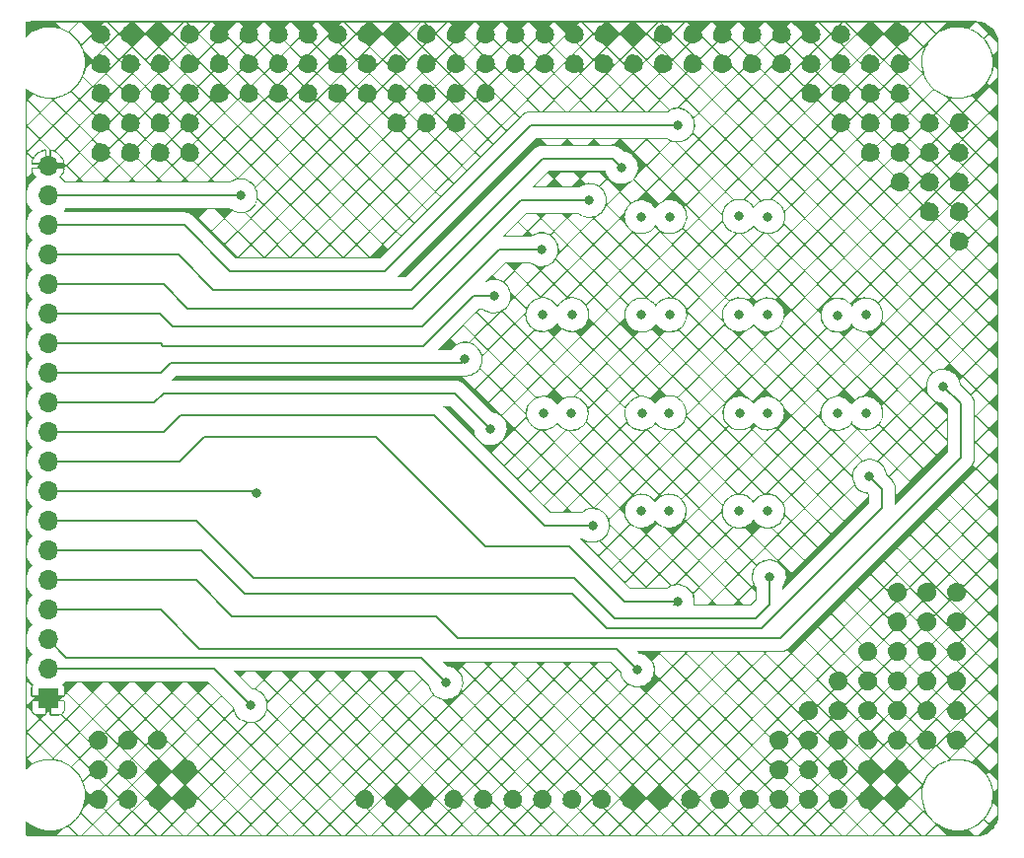
<source format=gbr>
%TF.GenerationSoftware,KiCad,Pcbnew,(6.0.6)*%
%TF.CreationDate,2023-08-17T02:32:06+09:00*%
%TF.ProjectId,SensorBoardRH,53656e73-6f72-4426-9f61-726452482e6b,rev?*%
%TF.SameCoordinates,Original*%
%TF.FileFunction,Copper,L4,Bot*%
%TF.FilePolarity,Positive*%
%FSLAX46Y46*%
G04 Gerber Fmt 4.6, Leading zero omitted, Abs format (unit mm)*
G04 Created by KiCad (PCBNEW (6.0.6)) date 2023-08-17 02:32:06*
%MOMM*%
%LPD*%
G01*
G04 APERTURE LIST*
%TA.AperFunction,ComponentPad*%
%ADD10R,1.700000X1.700000*%
%TD*%
%TA.AperFunction,ComponentPad*%
%ADD11O,1.700000X1.700000*%
%TD*%
%TA.AperFunction,ViaPad*%
%ADD12C,0.800000*%
%TD*%
%TA.AperFunction,Conductor*%
%ADD13C,0.180000*%
%TD*%
%TA.AperFunction,Conductor*%
%ADD14C,0.200000*%
%TD*%
G04 APERTURE END LIST*
D10*
%TO.P,J1,1,Pin_1*%
%TO.N,GND*%
X111520000Y-115010000D03*
D11*
%TO.P,J1,2,Pin_2*%
%TO.N,unconnected-(J1-Pad2)*%
X111520000Y-112470000D03*
%TO.P,J1,3,Pin_3*%
%TO.N,unconnected-(J1-Pad3)*%
X111520000Y-109930000D03*
%TO.P,J1,4,Pin_4*%
%TO.N,unconnected-(J1-Pad4)*%
X111520000Y-107390000D03*
%TO.P,J1,5,Pin_5*%
%TO.N,unconnected-(J1-Pad5)*%
X111520000Y-104850000D03*
%TO.P,J1,6,Pin_6*%
%TO.N,unconnected-(J1-Pad6)*%
X111520000Y-102310000D03*
%TO.P,J1,7,Pin_7*%
%TO.N,unconnected-(J1-Pad7)*%
X111520000Y-99770000D03*
%TO.P,J1,8,Pin_8*%
%TO.N,unconnected-(J1-Pad8)*%
X111520000Y-97230000D03*
%TO.P,J1,9,Pin_9*%
%TO.N,unconnected-(J1-Pad9)*%
X111520000Y-94690000D03*
%TO.P,J1,10,Pin_10*%
%TO.N,unconnected-(J1-Pad10)*%
X111520000Y-92150000D03*
%TO.P,J1,11,Pin_11*%
%TO.N,unconnected-(J1-Pad11)*%
X111520000Y-89610000D03*
%TO.P,J1,12,Pin_12*%
%TO.N,unconnected-(J1-Pad12)*%
X111520000Y-87070000D03*
%TO.P,J1,13,Pin_13*%
%TO.N,unconnected-(J1-Pad13)*%
X111520000Y-84530000D03*
%TO.P,J1,14,Pin_14*%
%TO.N,unconnected-(J1-Pad14)*%
X111520000Y-81990000D03*
%TO.P,J1,15,Pin_15*%
%TO.N,unconnected-(J1-Pad15)*%
X111520000Y-79450000D03*
%TO.P,J1,16,Pin_16*%
%TO.N,unconnected-(J1-Pad16)*%
X111520000Y-76910000D03*
%TO.P,J1,17,Pin_17*%
%TO.N,unconnected-(J1-Pad17)*%
X111520000Y-74370000D03*
%TO.P,J1,18,Pin_18*%
%TO.N,unconnected-(J1-Pad18)*%
X111520000Y-71830000D03*
%TO.P,J1,19,Pin_19*%
%TO.N,GND*%
X111520000Y-69290000D03*
%TD*%
D12*
%TO.N,GND*%
X118590000Y-65600000D03*
X182090000Y-65600000D03*
X156500000Y-123660000D03*
X186970000Y-105870000D03*
X133830000Y-60520000D03*
X186970000Y-110950000D03*
X136370000Y-63060000D03*
X131290000Y-57980000D03*
X154150000Y-57980000D03*
X141450000Y-60520000D03*
X156690000Y-57980000D03*
X128750000Y-63060000D03*
X151420000Y-123660000D03*
X159230000Y-60520000D03*
X123480000Y-123660000D03*
X174270000Y-123650000D03*
X181890000Y-110950000D03*
X181890000Y-121110000D03*
X149070000Y-63060000D03*
X156690000Y-60520000D03*
X177010000Y-60520000D03*
X141260000Y-123660000D03*
X123670000Y-57980000D03*
X143990000Y-57980000D03*
X151610000Y-57980000D03*
X169390000Y-60520000D03*
X179350000Y-121110000D03*
X121130000Y-65600000D03*
X189510000Y-110950000D03*
X136370000Y-57980000D03*
X131290000Y-63060000D03*
X187170000Y-73220000D03*
X146530000Y-63060000D03*
X146530000Y-57980000D03*
X177010000Y-63060000D03*
X179350000Y-116030000D03*
X116050000Y-57980000D03*
X189510000Y-113490000D03*
X166850000Y-57980000D03*
X118590000Y-68140000D03*
X143990000Y-60520000D03*
X161580000Y-123660000D03*
X184630000Y-63060000D03*
X184630000Y-57980000D03*
X149070000Y-60520000D03*
X136370000Y-60520000D03*
X123480000Y-121120000D03*
X189510000Y-108410000D03*
X186970000Y-118570000D03*
X120930000Y-118580000D03*
X118400000Y-121120000D03*
X126210000Y-63060000D03*
X182090000Y-68140000D03*
X176810000Y-116030000D03*
X161770000Y-57980000D03*
X181890000Y-123650000D03*
X186970000Y-116030000D03*
X182090000Y-60520000D03*
X138720000Y-123660000D03*
X166850000Y-60520000D03*
X118590000Y-57980000D03*
X133830000Y-57980000D03*
X179550000Y-65600000D03*
X189510000Y-105870000D03*
X184430000Y-116030000D03*
X187170000Y-68140000D03*
X123670000Y-60520000D03*
X126210000Y-60520000D03*
X174470000Y-57980000D03*
X177010000Y-57980000D03*
X138910000Y-57980000D03*
X143990000Y-63060000D03*
X116050000Y-68140000D03*
X118400000Y-123660000D03*
X141450000Y-65600000D03*
X187170000Y-65600000D03*
X148880000Y-123660000D03*
X123670000Y-63060000D03*
X184430000Y-118570000D03*
X181890000Y-113490000D03*
X133830000Y-63060000D03*
X189710000Y-73220000D03*
X166660000Y-123660000D03*
X176810000Y-118570000D03*
X182090000Y-57980000D03*
X116050000Y-63060000D03*
X154150000Y-60520000D03*
X116050000Y-60520000D03*
X181890000Y-118570000D03*
X120940000Y-121120000D03*
X171730000Y-123650000D03*
X184440000Y-123660000D03*
X169190000Y-123650000D03*
X189710000Y-70680000D03*
X141450000Y-57980000D03*
X118590000Y-63060000D03*
X138910000Y-60520000D03*
X174270000Y-121110000D03*
X123670000Y-68140000D03*
X184430000Y-108410000D03*
X123670000Y-65600000D03*
X174270000Y-118570000D03*
X189710000Y-65600000D03*
X118390000Y-118580000D03*
X115850000Y-118580000D03*
X184440000Y-121120000D03*
X153960000Y-123660000D03*
X149070000Y-57980000D03*
X115860000Y-123660000D03*
X118590000Y-60520000D03*
X189510000Y-116030000D03*
X143800000Y-123660000D03*
X121130000Y-68140000D03*
X179550000Y-57980000D03*
X186970000Y-108410000D03*
X179350000Y-123650000D03*
X138910000Y-63060000D03*
X186970000Y-113490000D03*
X179550000Y-60520000D03*
X131290000Y-60520000D03*
X151610000Y-60520000D03*
X120940000Y-123660000D03*
X179350000Y-118570000D03*
X121130000Y-63060000D03*
X164120000Y-123660000D03*
X126210000Y-57980000D03*
X181890000Y-116030000D03*
X159230000Y-57980000D03*
X179350000Y-113490000D03*
X146530000Y-60520000D03*
X146340000Y-123660000D03*
X143990000Y-65600000D03*
X128750000Y-57980000D03*
X121130000Y-57980000D03*
X179550000Y-63060000D03*
X176820000Y-121120000D03*
X159040000Y-123660000D03*
X184430000Y-110950000D03*
X184630000Y-60520000D03*
X176810000Y-123650000D03*
X121130000Y-60520000D03*
X171930000Y-60520000D03*
X182090000Y-63060000D03*
X184430000Y-113490000D03*
X184630000Y-70680000D03*
X141450000Y-63060000D03*
X146530000Y-65600000D03*
X189710000Y-75760000D03*
X189510000Y-118570000D03*
X128750000Y-60520000D03*
X189710000Y-68140000D03*
X174470000Y-60520000D03*
X184430000Y-105870000D03*
X115860000Y-121120000D03*
X161770000Y-60520000D03*
X169390000Y-57980000D03*
X164310000Y-57980000D03*
X187170000Y-70680000D03*
X184630000Y-65600000D03*
X184630000Y-68140000D03*
X164310000Y-60520000D03*
X171930000Y-57980000D03*
X116050000Y-65600000D03*
%TO.N,unconnected-(J1-Pad2)*%
X128890000Y-115600000D03*
%TO.N,unconnected-(J1-Pad3)*%
X145670000Y-113640000D03*
%TO.N,unconnected-(J1-Pad4)*%
X162115000Y-112545000D03*
%TO.N,unconnected-(J1-Pad5)*%
X188370000Y-88190000D03*
%TO.N,unconnected-(J1-Pad6)*%
X182040000Y-95930000D03*
%TO.N,unconnected-(J1-Pad7)*%
X173440000Y-104550000D03*
%TO.N,unconnected-(J1-Pad8)*%
X129420000Y-97350000D03*
%TO.N,unconnected-(J1-Pad9)*%
X165550000Y-106660000D03*
%TO.N,unconnected-(J1-Pad10)*%
X173290000Y-98900000D03*
X170840000Y-98910000D03*
X162450000Y-98910000D03*
X164830000Y-98910000D03*
X158270000Y-100130000D03*
%TO.N,unconnected-(J1-Pad11)*%
X162490000Y-90510000D03*
X154050000Y-90500000D03*
X170920000Y-90480000D03*
X164840000Y-90470000D03*
X179300000Y-90510000D03*
X149490000Y-91830000D03*
X173270000Y-90490000D03*
X156430000Y-90530000D03*
X181720000Y-90490000D03*
%TO.N,unconnected-(J1-Pad12)*%
X147310000Y-85860000D03*
%TO.N,unconnected-(J1-Pad13)*%
X181710000Y-82060000D03*
X156490000Y-82040000D03*
X149790000Y-80440000D03*
X164890000Y-82060000D03*
X170860000Y-82060000D03*
X179320000Y-82090000D03*
X173270000Y-82060000D03*
X153980000Y-82040000D03*
X162480000Y-82080000D03*
%TO.N,unconnected-(J1-Pad14)*%
X153870000Y-76460000D03*
%TO.N,unconnected-(J1-Pad15)*%
X162440000Y-73640000D03*
X157990000Y-72240000D03*
X164890000Y-73630000D03*
X170850000Y-73600000D03*
X173310000Y-73620000D03*
%TO.N,unconnected-(J1-Pad16)*%
X160740000Y-69420000D03*
%TO.N,unconnected-(J1-Pad17)*%
X165560000Y-65760000D03*
%TO.N,unconnected-(J1-Pad18)*%
X128040000Y-71830000D03*
%TD*%
D13*
%TO.N,unconnected-(J1-Pad2)*%
X111520000Y-112470000D02*
X125760000Y-112470000D01*
X125760000Y-112470000D02*
X128890000Y-115600000D01*
%TO.N,unconnected-(J1-Pad3)*%
X145660000Y-113640000D02*
X143530000Y-111510000D01*
X113100000Y-111510000D02*
X111520000Y-109930000D01*
X143530000Y-111510000D02*
X113100000Y-111510000D01*
%TO.N,unconnected-(J1-Pad4)*%
X124520000Y-110730000D02*
X160300000Y-110730000D01*
X160300000Y-110730000D02*
X162115000Y-112545000D01*
X111520000Y-107390000D02*
X121180000Y-107390000D01*
X121180000Y-107390000D02*
X124520000Y-110730000D01*
%TO.N,unconnected-(J1-Pad5)*%
X127330000Y-107960000D02*
X124220000Y-104850000D01*
X124220000Y-104850000D02*
X111520000Y-104850000D01*
X174340000Y-109840000D02*
X146670000Y-109840000D01*
X144790000Y-107960000D02*
X127330000Y-107960000D01*
X146670000Y-109840000D02*
X144790000Y-107960000D01*
X188370000Y-88190000D02*
X189880000Y-89700000D01*
X189880000Y-94300000D02*
X174340000Y-109840000D01*
X189880000Y-89700000D02*
X189880000Y-94300000D01*
%TO.N,unconnected-(J1-Pad6)*%
X172770000Y-108990000D02*
X183100000Y-98660000D01*
X159460000Y-108990000D02*
X172770000Y-108990000D01*
X111520000Y-102310000D02*
X124680000Y-102310000D01*
X156480000Y-106010000D02*
X159460000Y-108990000D01*
X124680000Y-102310000D02*
X128380000Y-106010000D01*
X128380000Y-106010000D02*
X156480000Y-106010000D01*
X183100000Y-96990000D02*
X182040000Y-95930000D01*
X183100000Y-98660000D02*
X183100000Y-96990000D01*
%TO.N,unconnected-(J1-Pad7)*%
X173440000Y-104550000D02*
X173440000Y-106960000D01*
X173440000Y-106960000D02*
X172270000Y-108130000D01*
X156690000Y-104630000D02*
X129140000Y-104630000D01*
X172270000Y-108130000D02*
X160190000Y-108130000D01*
X129140000Y-104630000D02*
X124280000Y-99770000D01*
X160190000Y-108130000D02*
X156690000Y-104630000D01*
X124280000Y-99770000D02*
X111520000Y-99770000D01*
D14*
%TO.N,unconnected-(J1-Pad8)*%
X129300000Y-97230000D02*
X129420000Y-97350000D01*
X129420000Y-97350000D02*
X129450000Y-97380000D01*
D13*
X111520000Y-97230000D02*
X129300000Y-97230000D01*
%TO.N,unconnected-(J1-Pad9)*%
X122780000Y-94690000D02*
X111520000Y-94690000D01*
X156270000Y-101910000D02*
X149050000Y-101910000D01*
X165260000Y-106950000D02*
X165550000Y-106660000D01*
X165550000Y-106660000D02*
X161020000Y-106660000D01*
X161020000Y-106660000D02*
X156270000Y-101910000D01*
X124970000Y-92500000D02*
X122780000Y-94690000D01*
X139640000Y-92500000D02*
X124970000Y-92500000D01*
X149050000Y-101910000D02*
X139640000Y-92500000D01*
%TO.N,unconnected-(J1-Pad10)*%
X121440000Y-92150000D02*
X122910000Y-90680000D01*
X122910000Y-90680000D02*
X144700000Y-90680000D01*
X111520000Y-92150000D02*
X121440000Y-92150000D01*
X154150000Y-100130000D02*
X158270000Y-100130000D01*
X144700000Y-90680000D02*
X154150000Y-100130000D01*
%TO.N,unconnected-(J1-Pad11)*%
X120650000Y-89610000D02*
X121470000Y-88790000D01*
X146450000Y-88790000D02*
X149490000Y-91830000D01*
X121470000Y-88790000D02*
X146450000Y-88790000D01*
X111520000Y-89610000D02*
X120650000Y-89610000D01*
D14*
%TO.N,unconnected-(J1-Pad12)*%
X147310000Y-85860000D02*
X147310000Y-85900000D01*
D13*
X121170000Y-87070000D02*
X111520000Y-87070000D01*
D14*
X147310000Y-85900000D02*
X147250000Y-85960000D01*
D13*
X147040000Y-86170000D02*
X122070000Y-86170000D01*
X122070000Y-86170000D02*
X121170000Y-87070000D01*
X147310000Y-85900000D02*
X147040000Y-86170000D01*
%TO.N,unconnected-(J1-Pad13)*%
X143730000Y-84740000D02*
X121400000Y-84740000D01*
X121400000Y-84740000D02*
X121190000Y-84530000D01*
X149790000Y-80440000D02*
X148030000Y-80440000D01*
X148030000Y-80440000D02*
X143730000Y-84740000D01*
X121190000Y-84530000D02*
X111520000Y-84530000D01*
%TO.N,unconnected-(J1-Pad14)*%
X122240000Y-83100000D02*
X121130000Y-81990000D01*
X143650000Y-83100000D02*
X122240000Y-83100000D01*
X153870000Y-76460000D02*
X150290000Y-76460000D01*
X121130000Y-81990000D02*
X111520000Y-81990000D01*
X150290000Y-76460000D02*
X143650000Y-83100000D01*
%TO.N,unconnected-(J1-Pad15)*%
X123510000Y-81530000D02*
X121430000Y-79450000D01*
X157990000Y-72240000D02*
X152080000Y-72240000D01*
X121430000Y-79450000D02*
X111520000Y-79450000D01*
X142790000Y-81530000D02*
X123510000Y-81530000D01*
X152080000Y-72240000D02*
X142790000Y-81530000D01*
%TO.N,unconnected-(J1-Pad16)*%
X142690000Y-79940000D02*
X125720000Y-79940000D01*
X159950000Y-68630000D02*
X153990000Y-68630000D01*
X122690000Y-76910000D02*
X111520000Y-76910000D01*
D14*
X160740000Y-69420000D02*
X159950000Y-68630000D01*
D13*
X153990000Y-68640000D02*
X142690000Y-79940000D01*
X125720000Y-79940000D02*
X122690000Y-76910000D01*
X153990000Y-68630000D02*
X153990000Y-68640000D01*
%TO.N,unconnected-(J1-Pad17)*%
X165560000Y-65760000D02*
X152980000Y-65760000D01*
X127170000Y-78320000D02*
X123220000Y-74370000D01*
X140420000Y-78320000D02*
X127170000Y-78320000D01*
X123220000Y-74370000D02*
X111520000Y-74370000D01*
X152980000Y-65760000D02*
X140420000Y-78320000D01*
%TO.N,unconnected-(J1-Pad18)*%
X111520000Y-71830000D02*
X128040000Y-71830000D01*
%TD*%
%TA.AperFunction,Conductor*%
%TO.N,GND*%
G36*
X146480917Y-56850516D02*
G01*
X191064853Y-56850534D01*
X191066119Y-56850603D01*
X191109303Y-56855301D01*
X191109865Y-56855252D01*
X191109868Y-56855252D01*
X191146297Y-56852071D01*
X191148041Y-56852050D01*
X191356920Y-56865040D01*
X191383597Y-56866699D01*
X191385114Y-56866893D01*
X191640308Y-56916769D01*
X191641776Y-56917156D01*
X191848285Y-56986488D01*
X191888276Y-56999915D01*
X191889692Y-57000496D01*
X192123274Y-57114719D01*
X192124602Y-57115480D01*
X192262267Y-57206801D01*
X192327492Y-57250068D01*
X192341279Y-57259214D01*
X192342495Y-57260141D01*
X192378530Y-57291531D01*
X192538550Y-57430922D01*
X192539636Y-57432000D01*
X192711731Y-57626920D01*
X192712666Y-57628131D01*
X192849423Y-57831329D01*
X192857840Y-57843836D01*
X192858608Y-57845155D01*
X192938487Y-58005780D01*
X192974391Y-58077977D01*
X192974980Y-58079387D01*
X192981109Y-58097246D01*
X193059380Y-58325321D01*
X193059781Y-58326798D01*
X193064091Y-58348092D01*
X193103922Y-58544894D01*
X193111359Y-58581642D01*
X193111563Y-58583154D01*
X193125536Y-58785946D01*
X193126969Y-58806750D01*
X193126928Y-58808816D01*
X193124699Y-58829303D01*
X193124748Y-58829865D01*
X193124748Y-58829868D01*
X193129457Y-58883785D01*
X193129501Y-58884803D01*
X193129500Y-124784710D01*
X193129431Y-124785975D01*
X193124716Y-124829314D01*
X193124765Y-124829876D01*
X193124765Y-124829879D01*
X193127946Y-124866309D01*
X193127967Y-124868053D01*
X193113317Y-125103607D01*
X193113123Y-125105125D01*
X193063759Y-125357694D01*
X193063247Y-125360313D01*
X193062858Y-125361787D01*
X193024797Y-125475152D01*
X192980098Y-125608287D01*
X192979517Y-125609703D01*
X192865294Y-125843286D01*
X192864533Y-125844614D01*
X192720799Y-126061290D01*
X192719872Y-126062506D01*
X192715321Y-126067730D01*
X192549090Y-126258562D01*
X192548012Y-126259648D01*
X192353092Y-126431743D01*
X192351880Y-126432678D01*
X192136172Y-126577855D01*
X192134857Y-126578621D01*
X192045384Y-126623116D01*
X191902035Y-126694404D01*
X191900625Y-126694993D01*
X191788008Y-126733642D01*
X191654691Y-126779394D01*
X191653214Y-126779795D01*
X191568856Y-126796868D01*
X191398363Y-126831375D01*
X191396857Y-126831578D01*
X191173262Y-126846985D01*
X191171201Y-126846944D01*
X191150709Y-126844715D01*
X191150148Y-126844764D01*
X191150144Y-126844764D01*
X191096440Y-126849455D01*
X191095422Y-126849499D01*
X154780300Y-126849484D01*
X110195289Y-126849466D01*
X110194024Y-126849397D01*
X110189444Y-126848899D01*
X110150685Y-126844682D01*
X110150123Y-126844731D01*
X110150120Y-126844731D01*
X110113690Y-126847912D01*
X110111946Y-126847933D01*
X109901416Y-126834839D01*
X109876394Y-126833283D01*
X109874877Y-126833089D01*
X109866102Y-126831374D01*
X109619685Y-126783211D01*
X109618217Y-126782824D01*
X109597976Y-126776028D01*
X109591224Y-126770146D01*
X109590000Y-126764936D01*
X109590000Y-126751495D01*
X180090951Y-126751495D01*
X181873946Y-126751495D01*
X180982448Y-125859997D01*
X180090951Y-126751495D01*
X109590000Y-126751495D01*
X109590000Y-126751483D01*
X150675321Y-126751483D01*
X152458292Y-126751483D01*
X151566806Y-125859997D01*
X150675321Y-126751483D01*
X109590000Y-126751483D01*
X109590000Y-126751471D01*
X121259690Y-126751471D01*
X123042638Y-126751471D01*
X122151164Y-125859997D01*
X121259690Y-126751471D01*
X109590000Y-126751471D01*
X109590000Y-126751467D01*
X112208728Y-126751467D01*
X113991668Y-126751468D01*
X113225777Y-125985577D01*
X113093951Y-126062609D01*
X113093657Y-126062775D01*
X113089868Y-126064845D01*
X113089568Y-126065003D01*
X113088368Y-126065614D01*
X113088065Y-126065763D01*
X113084201Y-126067592D01*
X113083898Y-126067730D01*
X112767054Y-126206815D01*
X112766746Y-126206945D01*
X112762779Y-126208553D01*
X112762465Y-126208675D01*
X112761202Y-126209145D01*
X112760882Y-126209259D01*
X112756799Y-126210645D01*
X112756478Y-126210749D01*
X112746320Y-126213874D01*
X112208728Y-126751467D01*
X109590000Y-126751467D01*
X109590000Y-125481600D01*
X109593427Y-125473327D01*
X109601700Y-125469900D01*
X109609574Y-125472946D01*
X109788524Y-125635778D01*
X110069527Y-125837699D01*
X110371876Y-126005985D01*
X110691563Y-126138403D01*
X111024352Y-126233201D01*
X111079355Y-126242208D01*
X111365492Y-126289065D01*
X111365501Y-126289066D01*
X111365831Y-126289120D01*
X111711474Y-126305420D01*
X111711796Y-126305398D01*
X111711803Y-126305398D01*
X111938036Y-126289975D01*
X112056700Y-126281885D01*
X112396933Y-126218827D01*
X112435979Y-126206815D01*
X112727345Y-126117179D01*
X112727348Y-126117178D01*
X112727663Y-126117081D01*
X112886085Y-126047539D01*
X113044200Y-125978131D01*
X113044203Y-125978129D01*
X113044507Y-125977996D01*
X113119010Y-125934460D01*
X113313253Y-125934460D01*
X114130261Y-126751468D01*
X114332875Y-126751468D01*
X114471468Y-126751468D01*
X116254410Y-126751468D01*
X115362939Y-125859997D01*
X114471468Y-126751468D01*
X114332875Y-126751468D01*
X115293643Y-125790701D01*
X115432235Y-125790701D01*
X116393003Y-126751469D01*
X116595616Y-126751469D01*
X116734209Y-126751469D01*
X118517153Y-126751469D01*
X117625681Y-125859997D01*
X116734209Y-126751469D01*
X116595616Y-126751469D01*
X117556385Y-125790701D01*
X117694977Y-125790701D01*
X118655746Y-126751469D01*
X118858357Y-126751470D01*
X118996950Y-126751470D01*
X120779895Y-126751470D01*
X119888422Y-125859997D01*
X118996950Y-126751470D01*
X118858357Y-126751470D01*
X119819126Y-125790701D01*
X119957719Y-125790701D01*
X120918488Y-126751470D01*
X121121098Y-126751470D01*
X122081868Y-125790701D01*
X122220460Y-125790701D01*
X123181231Y-126751471D01*
X123383839Y-126751471D01*
X123522432Y-126751471D01*
X125305381Y-126751472D01*
X124413906Y-125859997D01*
X123522432Y-126751471D01*
X123383839Y-126751471D01*
X124344610Y-125790701D01*
X124483202Y-125790701D01*
X125443974Y-126751472D01*
X125646580Y-126751472D01*
X125785173Y-126751472D01*
X127568123Y-126751473D01*
X126676648Y-125859997D01*
X125785173Y-126751472D01*
X125646580Y-126751472D01*
X126607351Y-125790701D01*
X126745944Y-125790701D01*
X127706716Y-126751473D01*
X127909320Y-126751473D01*
X128047914Y-126751473D01*
X129830866Y-126751474D01*
X128939389Y-125859997D01*
X128047914Y-126751473D01*
X127909320Y-126751473D01*
X128870093Y-125790701D01*
X129008685Y-125790701D01*
X129969459Y-126751474D01*
X130172061Y-126751474D01*
X130310654Y-126751474D01*
X132093609Y-126751475D01*
X131202131Y-125859997D01*
X130310654Y-126751474D01*
X130172061Y-126751474D01*
X131132835Y-125790701D01*
X131271427Y-125790701D01*
X132232202Y-126751475D01*
X132434802Y-126751475D01*
X132573395Y-126751475D01*
X134356351Y-126751476D01*
X133464873Y-125859997D01*
X132573395Y-126751475D01*
X132434802Y-126751475D01*
X133395576Y-125790701D01*
X133534169Y-125790701D01*
X134494944Y-126751476D01*
X134697542Y-126751476D01*
X134836136Y-126751476D01*
X136619094Y-126751477D01*
X135727614Y-125859997D01*
X134836136Y-126751476D01*
X134697542Y-126751476D01*
X135658318Y-125790701D01*
X135796911Y-125790701D01*
X136757687Y-126751477D01*
X136960283Y-126751477D01*
X137098876Y-126751477D01*
X138881837Y-126751478D01*
X137990356Y-125859997D01*
X137098876Y-126751477D01*
X136960283Y-126751477D01*
X137921060Y-125790701D01*
X138059652Y-125790701D01*
X139020430Y-126751478D01*
X139223024Y-126751478D01*
X139361617Y-126751478D01*
X141144579Y-126751479D01*
X140253098Y-125859997D01*
X139361617Y-126751478D01*
X139223024Y-126751478D01*
X140183802Y-125790701D01*
X140322394Y-125790701D01*
X141283173Y-126751479D01*
X141485765Y-126751479D01*
X141624358Y-126751479D01*
X143407322Y-126751480D01*
X142515839Y-125859997D01*
X141624358Y-126751479D01*
X141485765Y-126751479D01*
X142446543Y-125790701D01*
X142585136Y-125790701D01*
X143545915Y-126751480D01*
X143748505Y-126751480D01*
X143887098Y-126751480D01*
X145670064Y-126751480D01*
X144778581Y-125859997D01*
X143887098Y-126751480D01*
X143748505Y-126751480D01*
X144709285Y-125790701D01*
X144847877Y-125790701D01*
X145808657Y-126751481D01*
X146011246Y-126751481D01*
X146149839Y-126751481D01*
X147932807Y-126751481D01*
X147041323Y-125859997D01*
X146149839Y-126751481D01*
X146011246Y-126751481D01*
X146972027Y-125790701D01*
X147110619Y-125790701D01*
X148071400Y-126751481D01*
X148273987Y-126751482D01*
X148412580Y-126751482D01*
X150195549Y-126751482D01*
X149304065Y-125859997D01*
X148412580Y-126751482D01*
X148273987Y-126751482D01*
X149234768Y-125790701D01*
X149373361Y-125790701D01*
X150334142Y-126751482D01*
X150536728Y-126751482D01*
X151497510Y-125790701D01*
X151636102Y-125790701D01*
X152596885Y-126751483D01*
X152799469Y-126751483D01*
X152938062Y-126751483D01*
X154721035Y-126751484D01*
X153829548Y-125859997D01*
X152938062Y-126751483D01*
X152799469Y-126751483D01*
X153760252Y-125790701D01*
X153898844Y-125790701D01*
X154859628Y-126751484D01*
X155062210Y-126751484D01*
X155200803Y-126751484D01*
X156983777Y-126751485D01*
X156092290Y-125859997D01*
X155200803Y-126751484D01*
X155062210Y-126751484D01*
X156022993Y-125790701D01*
X156161586Y-125790701D01*
X157122370Y-126751485D01*
X157324950Y-126751485D01*
X157463544Y-126751485D01*
X159246520Y-126751486D01*
X158355031Y-125859997D01*
X157463544Y-126751485D01*
X157324950Y-126751485D01*
X158285735Y-125790701D01*
X158424328Y-125790701D01*
X159385113Y-126751486D01*
X159587691Y-126751486D01*
X159726284Y-126751486D01*
X161509263Y-126751487D01*
X160617773Y-125859997D01*
X159726284Y-126751486D01*
X159587691Y-126751486D01*
X160548477Y-125790701D01*
X160687069Y-125790701D01*
X161647856Y-126751487D01*
X161850432Y-126751487D01*
X161989025Y-126751487D01*
X163772005Y-126751488D01*
X162880515Y-125859997D01*
X161989025Y-126751487D01*
X161850432Y-126751487D01*
X162811219Y-125790701D01*
X162949811Y-125790701D01*
X163910599Y-126751488D01*
X164113173Y-126751488D01*
X164251766Y-126751488D01*
X166034748Y-126751489D01*
X165143256Y-125859997D01*
X164251766Y-126751488D01*
X164113173Y-126751488D01*
X165073960Y-125790701D01*
X165212553Y-125790701D01*
X166173341Y-126751489D01*
X166375913Y-126751489D01*
X166514506Y-126751489D01*
X168297491Y-126751490D01*
X167405998Y-125859997D01*
X166514506Y-126751489D01*
X166375913Y-126751489D01*
X167336702Y-125790701D01*
X167475294Y-125790701D01*
X168436084Y-126751490D01*
X168638654Y-126751490D01*
X168777247Y-126751490D01*
X170560234Y-126751491D01*
X169668740Y-125859997D01*
X168777247Y-126751490D01*
X168638654Y-126751490D01*
X169599444Y-125790701D01*
X169738036Y-125790701D01*
X170698827Y-126751491D01*
X170901395Y-126751491D01*
X171039988Y-126751491D01*
X172822976Y-126751492D01*
X171931482Y-125859997D01*
X171039988Y-126751491D01*
X170901395Y-126751491D01*
X171862185Y-125790701D01*
X172000778Y-125790701D01*
X172961569Y-126751492D01*
X173164135Y-126751492D01*
X173302729Y-126751492D01*
X175085718Y-126751492D01*
X174194223Y-125859997D01*
X173302729Y-126751492D01*
X173164135Y-126751492D01*
X174124927Y-125790701D01*
X174263519Y-125790701D01*
X175224311Y-126751493D01*
X175426876Y-126751493D01*
X175565469Y-126751493D01*
X177348461Y-126751493D01*
X176456965Y-125859997D01*
X175565469Y-126751493D01*
X175426876Y-126751493D01*
X176387669Y-125790701D01*
X176526261Y-125790701D01*
X177487054Y-126751493D01*
X177689617Y-126751494D01*
X177828210Y-126751494D01*
X179611203Y-126751494D01*
X178719707Y-125859997D01*
X177828210Y-126751494D01*
X177689617Y-126751494D01*
X178650410Y-125790701D01*
X178789003Y-125790701D01*
X179749796Y-126751494D01*
X179952358Y-126751494D01*
X180913152Y-125790701D01*
X181051745Y-125790701D01*
X182012539Y-126751495D01*
X182215099Y-126751495D01*
X182353692Y-126751495D01*
X184136689Y-126751496D01*
X183245190Y-125859997D01*
X182353692Y-126751495D01*
X182215099Y-126751495D01*
X183175894Y-125790701D01*
X183314486Y-125790701D01*
X184275282Y-126751496D01*
X184477840Y-126751496D01*
X184616433Y-126751496D01*
X186399431Y-126751497D01*
X185507932Y-125859997D01*
X184616433Y-126751496D01*
X184477840Y-126751496D01*
X185438636Y-125790701D01*
X185577228Y-125790701D01*
X186538025Y-126751497D01*
X186740581Y-126751497D01*
X186879174Y-126751497D01*
X188662174Y-126751498D01*
X187770673Y-125859997D01*
X186879174Y-126751497D01*
X186740581Y-126751497D01*
X187701377Y-125790701D01*
X187582269Y-125671592D01*
X187366637Y-125475383D01*
X187366390Y-125475152D01*
X187363296Y-125472169D01*
X187363057Y-125471932D01*
X187362114Y-125470969D01*
X187361882Y-125470724D01*
X187358967Y-125467570D01*
X187358742Y-125467320D01*
X187227153Y-125316477D01*
X186639303Y-124728626D01*
X185577228Y-125790701D01*
X185438636Y-125790701D01*
X184376561Y-124728626D01*
X183314486Y-125790701D01*
X183175894Y-125790701D01*
X182113819Y-124728626D01*
X181051745Y-125790701D01*
X180913152Y-125790701D01*
X179851077Y-124728626D01*
X178789003Y-125790701D01*
X178650410Y-125790701D01*
X177588336Y-124728626D01*
X176526261Y-125790701D01*
X176387669Y-125790701D01*
X175325594Y-124728626D01*
X174263519Y-125790701D01*
X174124927Y-125790701D01*
X173062852Y-124728626D01*
X172000778Y-125790701D01*
X171862185Y-125790701D01*
X170800111Y-124728626D01*
X169738036Y-125790701D01*
X169599444Y-125790701D01*
X168537369Y-124728626D01*
X167475294Y-125790701D01*
X167336702Y-125790701D01*
X166274627Y-124728626D01*
X165212553Y-125790701D01*
X165073960Y-125790701D01*
X164011886Y-124728626D01*
X162949811Y-125790701D01*
X162811219Y-125790701D01*
X161749144Y-124728626D01*
X160687069Y-125790701D01*
X160548477Y-125790701D01*
X159486402Y-124728626D01*
X158424328Y-125790701D01*
X158285735Y-125790701D01*
X157223660Y-124728626D01*
X156161586Y-125790701D01*
X156022993Y-125790701D01*
X154960919Y-124728626D01*
X153898844Y-125790701D01*
X153760252Y-125790701D01*
X152698177Y-124728626D01*
X151636102Y-125790701D01*
X151497510Y-125790701D01*
X150435435Y-124728626D01*
X149373361Y-125790701D01*
X149234768Y-125790701D01*
X148172694Y-124728626D01*
X147110619Y-125790701D01*
X146972027Y-125790701D01*
X145909952Y-124728626D01*
X144847877Y-125790701D01*
X144709285Y-125790701D01*
X143647210Y-124728626D01*
X142585136Y-125790701D01*
X142446543Y-125790701D01*
X141384469Y-124728626D01*
X140322394Y-125790701D01*
X140183802Y-125790701D01*
X139121727Y-124728626D01*
X138059652Y-125790701D01*
X137921060Y-125790701D01*
X136858985Y-124728626D01*
X135796911Y-125790701D01*
X135658318Y-125790701D01*
X134596243Y-124728626D01*
X133534169Y-125790701D01*
X133395576Y-125790701D01*
X132333502Y-124728626D01*
X131271427Y-125790701D01*
X131132835Y-125790701D01*
X130070760Y-124728626D01*
X129008685Y-125790701D01*
X128870093Y-125790701D01*
X127808018Y-124728626D01*
X126745944Y-125790701D01*
X126607351Y-125790701D01*
X125545277Y-124728626D01*
X124483202Y-125790701D01*
X124344610Y-125790701D01*
X123282535Y-124728626D01*
X122220460Y-125790701D01*
X122081868Y-125790701D01*
X121019793Y-124728626D01*
X119957719Y-125790701D01*
X119819126Y-125790701D01*
X118757052Y-124728626D01*
X117694977Y-125790701D01*
X117556385Y-125790701D01*
X116494310Y-124728626D01*
X115432235Y-125790701D01*
X115293643Y-125790701D01*
X114362728Y-124859786D01*
X114174845Y-125145810D01*
X114174656Y-125146089D01*
X114172190Y-125149617D01*
X114171992Y-125149891D01*
X114171189Y-125150972D01*
X114170986Y-125151238D01*
X114168332Y-125154605D01*
X114168119Y-125154867D01*
X113946160Y-125420327D01*
X113945940Y-125420583D01*
X113943094Y-125423794D01*
X113942868Y-125424041D01*
X113941946Y-125425023D01*
X113941711Y-125425266D01*
X113938677Y-125428316D01*
X113938436Y-125428552D01*
X113687437Y-125666741D01*
X113687189Y-125666970D01*
X113683971Y-125669852D01*
X113683714Y-125670075D01*
X113682685Y-125670944D01*
X113682424Y-125671158D01*
X113679082Y-125673819D01*
X113678819Y-125674022D01*
X113402106Y-125881784D01*
X113401837Y-125881981D01*
X113398350Y-125884447D01*
X113398072Y-125884637D01*
X113396950Y-125885383D01*
X113396665Y-125885567D01*
X113392999Y-125887854D01*
X113392709Y-125888029D01*
X113313253Y-125934460D01*
X113119010Y-125934460D01*
X113343265Y-125803416D01*
X113518838Y-125671592D01*
X113619706Y-125595859D01*
X113619714Y-125595852D01*
X113619978Y-125595654D01*
X113799786Y-125425023D01*
X113870736Y-125357694D01*
X113870739Y-125357691D01*
X113870977Y-125357465D01*
X113912756Y-125307498D01*
X114092723Y-125092260D01*
X114092725Y-125092258D01*
X114092936Y-125092005D01*
X114189421Y-124945120D01*
X114282732Y-124803068D01*
X114282734Y-124803064D01*
X114282913Y-124802792D01*
X114300220Y-124768382D01*
X114409916Y-124768382D01*
X115362939Y-125721405D01*
X116425014Y-124659330D01*
X116563606Y-124659330D01*
X117625681Y-125721405D01*
X118687755Y-124659330D01*
X118826348Y-124659330D01*
X119888422Y-125721405D01*
X120950497Y-124659330D01*
X121089089Y-124659330D01*
X122151164Y-125721405D01*
X123213239Y-124659330D01*
X123351831Y-124659330D01*
X124413906Y-125721405D01*
X125475981Y-124659330D01*
X125614573Y-124659330D01*
X126676648Y-125721405D01*
X127738722Y-124659330D01*
X127877315Y-124659330D01*
X128939389Y-125721405D01*
X130001464Y-124659330D01*
X130140056Y-124659330D01*
X131202131Y-125721405D01*
X132264206Y-124659330D01*
X132402798Y-124659330D01*
X133464873Y-125721405D01*
X134526947Y-124659330D01*
X134665540Y-124659330D01*
X135727614Y-125721405D01*
X136789689Y-124659330D01*
X136928281Y-124659330D01*
X137990356Y-125721405D01*
X139052431Y-124659330D01*
X139191023Y-124659330D01*
X140253098Y-125721405D01*
X141315172Y-124659330D01*
X141453765Y-124659330D01*
X142515839Y-125721405D01*
X143577914Y-124659330D01*
X143716506Y-124659330D01*
X144778581Y-125721405D01*
X145840656Y-124659330D01*
X145979248Y-124659330D01*
X147041323Y-125721405D01*
X148103398Y-124659330D01*
X148241990Y-124659330D01*
X149304065Y-125721405D01*
X150366139Y-124659330D01*
X150504732Y-124659330D01*
X151566806Y-125721405D01*
X152628881Y-124659330D01*
X152767473Y-124659330D01*
X153829548Y-125721405D01*
X154891623Y-124659330D01*
X155030215Y-124659330D01*
X156092290Y-125721405D01*
X157154364Y-124659330D01*
X157292957Y-124659330D01*
X158355031Y-125721405D01*
X159417106Y-124659330D01*
X159555698Y-124659330D01*
X160617773Y-125721405D01*
X161679848Y-124659330D01*
X161818440Y-124659330D01*
X162880515Y-125721405D01*
X163942589Y-124659330D01*
X164081182Y-124659330D01*
X165143256Y-125721405D01*
X166205331Y-124659330D01*
X166343923Y-124659330D01*
X167405998Y-125721405D01*
X168468073Y-124659330D01*
X168606665Y-124659330D01*
X169668740Y-125721405D01*
X170730815Y-124659330D01*
X170869407Y-124659330D01*
X171931482Y-125721405D01*
X172993556Y-124659330D01*
X173132149Y-124659330D01*
X174194223Y-125721405D01*
X175256298Y-124659330D01*
X175394890Y-124659330D01*
X176456965Y-125721405D01*
X177519040Y-124659330D01*
X177657632Y-124659330D01*
X178719707Y-125721405D01*
X179781781Y-124659330D01*
X179920374Y-124659330D01*
X180982448Y-125721405D01*
X182044523Y-124659330D01*
X182183115Y-124659330D01*
X183245190Y-125721405D01*
X184307265Y-124659330D01*
X184445857Y-124659330D01*
X185507932Y-125721405D01*
X186570006Y-124659330D01*
X185507932Y-123597255D01*
X185206349Y-123898838D01*
X185157550Y-124027305D01*
X185156358Y-124029625D01*
X185058343Y-124177149D01*
X185056667Y-124179147D01*
X184928404Y-124301291D01*
X184926326Y-124302868D01*
X184774189Y-124393559D01*
X184771813Y-124394636D01*
X184681065Y-124424122D01*
X184445857Y-124659330D01*
X184307265Y-124659330D01*
X183934972Y-124287037D01*
X183927180Y-124281938D01*
X183925171Y-124280276D01*
X183839600Y-124191665D01*
X183245190Y-123597255D01*
X182183115Y-124659330D01*
X182044523Y-124659330D01*
X181836352Y-124451159D01*
X181696254Y-124432466D01*
X181693723Y-124431835D01*
X181527714Y-124370097D01*
X181525385Y-124368921D01*
X181377180Y-124271938D01*
X181375171Y-124270276D01*
X181252135Y-124142869D01*
X181250543Y-124140802D01*
X181158792Y-123989302D01*
X181157698Y-123986934D01*
X181101791Y-123818872D01*
X181101249Y-123816321D01*
X181090349Y-123705156D01*
X180982448Y-123597255D01*
X179920374Y-124659330D01*
X179781781Y-124659330D01*
X179549936Y-124427485D01*
X179513365Y-124439368D01*
X179510810Y-124439893D01*
X179334422Y-124455946D01*
X179331815Y-124455891D01*
X179156254Y-124432466D01*
X179153723Y-124431835D01*
X178987714Y-124370097D01*
X178985385Y-124368921D01*
X178837180Y-124271938D01*
X178835171Y-124270276D01*
X178712135Y-124142869D01*
X178710543Y-124140802D01*
X178618792Y-123989302D01*
X178617698Y-123986934D01*
X178561791Y-123818872D01*
X178561249Y-123816321D01*
X178555837Y-123761125D01*
X177657632Y-124659330D01*
X177519040Y-124659330D01*
X177206265Y-124346555D01*
X177144189Y-124383559D01*
X177141813Y-124384636D01*
X176973365Y-124439368D01*
X176970810Y-124439893D01*
X176794422Y-124455946D01*
X176791815Y-124455891D01*
X176616254Y-124432466D01*
X176613723Y-124431835D01*
X176447714Y-124370097D01*
X176445385Y-124368921D01*
X176297180Y-124271938D01*
X176295171Y-124270276D01*
X176172135Y-124142869D01*
X176170543Y-124140802D01*
X176078792Y-123989302D01*
X176077698Y-123986934D01*
X176075099Y-123979121D01*
X175394890Y-124659330D01*
X175256298Y-124659330D01*
X174824918Y-124227950D01*
X174758404Y-124291291D01*
X174756326Y-124292868D01*
X174604189Y-124383559D01*
X174601813Y-124384636D01*
X174433365Y-124439368D01*
X174430810Y-124439893D01*
X174254422Y-124455946D01*
X174251815Y-124455891D01*
X174076254Y-124432466D01*
X174073723Y-124431835D01*
X173907714Y-124370097D01*
X173905385Y-124368921D01*
X173757180Y-124271938D01*
X173755171Y-124270276D01*
X173640228Y-124151250D01*
X173132149Y-124659330D01*
X172993556Y-124659330D01*
X172409431Y-124075205D01*
X172348343Y-124167149D01*
X172346667Y-124169147D01*
X172218404Y-124291291D01*
X172216326Y-124292868D01*
X172064189Y-124383559D01*
X172061813Y-124384636D01*
X171893365Y-124439368D01*
X171890810Y-124439893D01*
X171714422Y-124455946D01*
X171711815Y-124455891D01*
X171536254Y-124432466D01*
X171533723Y-124431835D01*
X171367714Y-124370097D01*
X171365386Y-124368921D01*
X171241128Y-124287609D01*
X170869407Y-124659330D01*
X170730815Y-124659330D01*
X169957443Y-123885958D01*
X169907550Y-124017305D01*
X169906358Y-124019625D01*
X169808343Y-124167149D01*
X169806667Y-124169147D01*
X169678404Y-124291291D01*
X169676326Y-124292868D01*
X169524189Y-124383559D01*
X169521813Y-124384636D01*
X169353365Y-124439368D01*
X169350810Y-124439893D01*
X169174422Y-124455946D01*
X169171815Y-124455891D01*
X168996254Y-124432466D01*
X168993723Y-124431835D01*
X168877415Y-124388580D01*
X168606665Y-124659330D01*
X168468073Y-124659330D01*
X167465925Y-123657182D01*
X167466095Y-123658696D01*
X167466167Y-123660163D01*
X167465857Y-123682346D01*
X167465744Y-123683811D01*
X167441094Y-123859204D01*
X167440445Y-123861731D01*
X167377550Y-124027305D01*
X167376358Y-124029625D01*
X167278343Y-124177149D01*
X167276667Y-124179147D01*
X167148404Y-124301291D01*
X167146326Y-124302868D01*
X166994189Y-124393559D01*
X166991813Y-124394636D01*
X166823365Y-124449368D01*
X166820810Y-124449893D01*
X166644422Y-124465946D01*
X166641815Y-124465891D01*
X166549658Y-124453595D01*
X166343923Y-124659330D01*
X166205331Y-124659330D01*
X165143256Y-123597255D01*
X164904329Y-123836182D01*
X164901094Y-123859204D01*
X164900445Y-123861731D01*
X164837550Y-124027305D01*
X164836358Y-124029625D01*
X164738343Y-124177149D01*
X164736667Y-124179147D01*
X164608404Y-124301291D01*
X164606326Y-124302868D01*
X164454189Y-124393559D01*
X164451813Y-124394636D01*
X164294887Y-124445624D01*
X164081182Y-124659330D01*
X163942589Y-124659330D01*
X162880515Y-123597255D01*
X161818440Y-124659330D01*
X161679848Y-124659330D01*
X161474798Y-124454280D01*
X161386254Y-124442466D01*
X161383723Y-124441835D01*
X161217714Y-124380097D01*
X161215385Y-124378921D01*
X161067180Y-124281938D01*
X161065171Y-124280276D01*
X160942135Y-124152869D01*
X160940543Y-124150802D01*
X160848792Y-123999302D01*
X160847698Y-123996934D01*
X160791791Y-123828872D01*
X160791249Y-123826321D01*
X160785206Y-123764688D01*
X160617773Y-123597255D01*
X159555698Y-124659330D01*
X159417106Y-124659330D01*
X159206217Y-124448441D01*
X159203365Y-124449368D01*
X159200810Y-124449893D01*
X159024422Y-124465946D01*
X159021815Y-124465891D01*
X158846254Y-124442466D01*
X158843723Y-124441835D01*
X158677714Y-124380097D01*
X158675385Y-124378921D01*
X158527180Y-124281938D01*
X158525171Y-124280276D01*
X158402135Y-124152869D01*
X158400543Y-124150802D01*
X158308792Y-123999302D01*
X158307698Y-123996934D01*
X158251791Y-123828872D01*
X158251249Y-123826321D01*
X158240061Y-123712225D01*
X157292957Y-124659330D01*
X157154364Y-124659330D01*
X156868275Y-124373241D01*
X156834189Y-124393559D01*
X156831813Y-124394636D01*
X156663365Y-124449368D01*
X156660810Y-124449893D01*
X156484422Y-124465946D01*
X156481815Y-124465891D01*
X156306254Y-124442466D01*
X156303723Y-124441835D01*
X156137714Y-124380097D01*
X156135385Y-124378921D01*
X155987180Y-124281938D01*
X155985171Y-124280276D01*
X155862135Y-124152869D01*
X155860543Y-124150802D01*
X155768792Y-123999302D01*
X155767698Y-123996934D01*
X155748955Y-123940590D01*
X155030215Y-124659330D01*
X154891623Y-124659330D01*
X154492035Y-124259742D01*
X154448404Y-124301291D01*
X154446326Y-124302868D01*
X154294189Y-124393559D01*
X154291813Y-124394636D01*
X154123365Y-124449368D01*
X154120810Y-124449893D01*
X153944422Y-124465946D01*
X153941815Y-124465891D01*
X153766254Y-124442466D01*
X153763723Y-124441835D01*
X153597714Y-124380097D01*
X153595385Y-124378921D01*
X153447180Y-124281938D01*
X153445171Y-124280276D01*
X153322135Y-124152869D01*
X153320543Y-124150802D01*
X153303743Y-124123060D01*
X152767473Y-124659330D01*
X152628881Y-124659330D01*
X152081597Y-124112046D01*
X152038343Y-124177149D01*
X152036667Y-124179147D01*
X151908404Y-124301291D01*
X151906326Y-124302868D01*
X151754189Y-124393559D01*
X151751813Y-124394636D01*
X151583365Y-124449368D01*
X151580810Y-124449893D01*
X151404422Y-124465946D01*
X151401815Y-124465891D01*
X151226254Y-124442466D01*
X151223723Y-124441835D01*
X151057714Y-124380097D01*
X151055385Y-124378921D01*
X150907180Y-124281938D01*
X150905171Y-124280276D01*
X150894665Y-124269397D01*
X150504732Y-124659330D01*
X150366139Y-124659330D01*
X149635145Y-123928335D01*
X149597550Y-124027305D01*
X149596358Y-124029625D01*
X149498343Y-124177149D01*
X149496667Y-124179147D01*
X149368404Y-124301291D01*
X149366326Y-124302868D01*
X149214189Y-124393559D01*
X149211813Y-124394636D01*
X149043365Y-124449368D01*
X149040810Y-124449893D01*
X148864422Y-124465946D01*
X148861815Y-124465891D01*
X148686254Y-124442466D01*
X148683723Y-124441835D01*
X148520272Y-124381048D01*
X148241990Y-124659330D01*
X148103398Y-124659330D01*
X147143543Y-123699475D01*
X147121094Y-123859204D01*
X147120445Y-123861731D01*
X147057550Y-124027305D01*
X147056358Y-124029625D01*
X146958343Y-124177149D01*
X146956667Y-124179147D01*
X146828404Y-124301291D01*
X146826326Y-124302868D01*
X146674189Y-124393559D01*
X146671813Y-124394636D01*
X146503365Y-124449368D01*
X146500810Y-124449893D01*
X146324422Y-124465946D01*
X146321815Y-124465891D01*
X146190242Y-124448336D01*
X145979248Y-124659330D01*
X145840656Y-124659330D01*
X144778581Y-123597255D01*
X144591635Y-123784201D01*
X144581094Y-123859204D01*
X144580445Y-123861731D01*
X144517550Y-124027305D01*
X144516358Y-124029625D01*
X144418343Y-124177149D01*
X144416667Y-124179147D01*
X144288404Y-124301291D01*
X144286326Y-124302868D01*
X144134189Y-124393559D01*
X144131813Y-124394636D01*
X143963365Y-124449368D01*
X143960810Y-124449893D01*
X143922452Y-124453384D01*
X143716506Y-124659330D01*
X143577914Y-124659330D01*
X142515839Y-123597255D01*
X141453765Y-124659330D01*
X141315172Y-124659330D01*
X141103244Y-124447401D01*
X141066254Y-124442466D01*
X141063723Y-124441835D01*
X140897714Y-124380097D01*
X140895385Y-124378921D01*
X140747180Y-124281938D01*
X140745171Y-124280276D01*
X140622135Y-124152869D01*
X140620543Y-124150802D01*
X140528792Y-123999302D01*
X140527698Y-123996934D01*
X140471791Y-123828872D01*
X140471249Y-123826321D01*
X140470063Y-123814220D01*
X140253098Y-123597255D01*
X139191023Y-124659330D01*
X139052431Y-124659330D01*
X138846149Y-124453048D01*
X138704422Y-124465946D01*
X138701815Y-124465891D01*
X138526254Y-124442466D01*
X138523723Y-124441835D01*
X138357714Y-124380097D01*
X138355385Y-124378921D01*
X138207180Y-124281938D01*
X138205171Y-124280276D01*
X138082135Y-124152869D01*
X138080543Y-124150802D01*
X137988792Y-123999302D01*
X137987698Y-123996934D01*
X137931791Y-123828872D01*
X137931249Y-123826321D01*
X137916072Y-123671539D01*
X136928281Y-124659330D01*
X136789689Y-124659330D01*
X135727614Y-123597255D01*
X134665540Y-124659330D01*
X134526947Y-124659330D01*
X133464873Y-123597255D01*
X132402798Y-124659330D01*
X132264206Y-124659330D01*
X131202131Y-123597255D01*
X130140056Y-124659330D01*
X130001464Y-124659330D01*
X128939389Y-123597255D01*
X127877315Y-124659330D01*
X127738722Y-124659330D01*
X126676648Y-123597255D01*
X125614573Y-124659330D01*
X125475981Y-124659330D01*
X124413906Y-123597255D01*
X124278940Y-123732221D01*
X124261094Y-123859204D01*
X124260445Y-123861731D01*
X124197550Y-124027305D01*
X124196358Y-124029625D01*
X124098343Y-124177149D01*
X124096667Y-124179147D01*
X123968404Y-124301291D01*
X123966326Y-124302868D01*
X123814189Y-124393559D01*
X123811813Y-124394636D01*
X123643365Y-124449368D01*
X123640810Y-124449893D01*
X123553304Y-124457857D01*
X123351831Y-124659330D01*
X123213239Y-124659330D01*
X122151164Y-123597255D01*
X121089089Y-124659330D01*
X120950497Y-124659330D01*
X120726655Y-124435488D01*
X120577714Y-124380097D01*
X120575385Y-124378921D01*
X120427180Y-124281938D01*
X120425171Y-124280276D01*
X120302135Y-124152869D01*
X120300543Y-124150802D01*
X120208792Y-123999302D01*
X120207698Y-123996934D01*
X120167619Y-123876452D01*
X119888422Y-123597255D01*
X118826348Y-124659330D01*
X118687755Y-124659330D01*
X118485200Y-124456775D01*
X118384422Y-124465946D01*
X118381815Y-124465891D01*
X118206254Y-124442466D01*
X118203723Y-124441835D01*
X118037714Y-124380097D01*
X118035385Y-124378921D01*
X117887180Y-124281938D01*
X117885171Y-124280276D01*
X117762135Y-124152869D01*
X117760543Y-124150802D01*
X117668792Y-123999302D01*
X117667698Y-123996934D01*
X117611791Y-123828872D01*
X117611249Y-123826321D01*
X117593965Y-123650049D01*
X117594001Y-123647441D01*
X117596677Y-123626259D01*
X116563606Y-124659330D01*
X116425014Y-124659330D01*
X116168043Y-124402359D01*
X116023365Y-124449368D01*
X116020810Y-124449893D01*
X115844422Y-124465946D01*
X115841815Y-124465891D01*
X115666254Y-124442466D01*
X115663723Y-124441835D01*
X115497714Y-124380097D01*
X115495385Y-124378921D01*
X115347180Y-124281938D01*
X115345171Y-124280276D01*
X115222135Y-124152869D01*
X115220543Y-124150802D01*
X115128792Y-123999302D01*
X115127698Y-123996934D01*
X115086651Y-123873543D01*
X114586731Y-124373463D01*
X114530420Y-124527341D01*
X114530301Y-124527654D01*
X114528707Y-124531651D01*
X114528576Y-124531965D01*
X114528041Y-124533201D01*
X114527902Y-124533510D01*
X114526085Y-124537395D01*
X114525939Y-124537695D01*
X114409916Y-124768382D01*
X114300220Y-124768382D01*
X114438390Y-124493662D01*
X114501400Y-124321479D01*
X114557190Y-124169025D01*
X114557191Y-124169021D01*
X114557305Y-124168710D01*
X114638084Y-123832243D01*
X114662083Y-123633924D01*
X114679623Y-123488980D01*
X114679623Y-123488975D01*
X114679654Y-123488722D01*
X114684432Y-123336692D01*
X114685577Y-123300260D01*
X114685577Y-123300256D01*
X114685585Y-123300000D01*
X114673392Y-123088541D01*
X114665685Y-122954871D01*
X114665684Y-122954866D01*
X114665666Y-122954547D01*
X114659842Y-122921179D01*
X114606232Y-122614003D01*
X114606231Y-122613999D01*
X114606174Y-122613672D01*
X114541871Y-122396588D01*
X114507995Y-122282223D01*
X114507992Y-122282214D01*
X114507897Y-122281894D01*
X114495888Y-122253738D01*
X114448432Y-122142478D01*
X114554974Y-122142478D01*
X114598040Y-122243446D01*
X114598168Y-122243759D01*
X114599741Y-122247764D01*
X114599860Y-122248079D01*
X114600316Y-122249346D01*
X114600425Y-122249663D01*
X114601761Y-122253738D01*
X114601861Y-122254060D01*
X114700138Y-122585838D01*
X114700229Y-122586160D01*
X114701324Y-122590286D01*
X114701405Y-122590611D01*
X114701713Y-122591922D01*
X114701786Y-122592255D01*
X114702652Y-122596491D01*
X114702715Y-122596822D01*
X114745342Y-122841066D01*
X115164471Y-123260195D01*
X115234496Y-123151535D01*
X115236145Y-123149514D01*
X115362691Y-123025592D01*
X115364746Y-123023986D01*
X115515601Y-122931179D01*
X115517961Y-122930068D01*
X115647897Y-122885834D01*
X116074360Y-122885834D01*
X116212197Y-122934915D01*
X116214541Y-122936058D01*
X116364086Y-123030962D01*
X116366119Y-123032597D01*
X116490921Y-123158274D01*
X116492541Y-123160318D01*
X116586399Y-123310522D01*
X116587526Y-123312874D01*
X116645774Y-123480139D01*
X116646352Y-123482683D01*
X116666095Y-123658696D01*
X116666167Y-123660163D01*
X116665857Y-123682346D01*
X116665744Y-123683811D01*
X116641094Y-123859204D01*
X116640445Y-123861731D01*
X116577550Y-124027305D01*
X116576358Y-124029625D01*
X116478343Y-124177149D01*
X116476667Y-124179147D01*
X116348404Y-124301291D01*
X116346326Y-124302868D01*
X116259125Y-124354849D01*
X116494310Y-124590034D01*
X117556385Y-123527959D01*
X116494310Y-122465884D01*
X116074360Y-122885834D01*
X115647897Y-122885834D01*
X115685629Y-122872989D01*
X115688177Y-122872429D01*
X115864323Y-122853915D01*
X115866931Y-122853933D01*
X115956937Y-122864665D01*
X116425014Y-122396588D01*
X116563606Y-122396588D01*
X117621988Y-123454970D01*
X117677392Y-123302750D01*
X117678551Y-123300414D01*
X117774496Y-123151535D01*
X117776145Y-123149514D01*
X117902691Y-123025592D01*
X117904746Y-123023986D01*
X118055601Y-122931179D01*
X118057962Y-122930068D01*
X118203987Y-122880357D01*
X118226283Y-122858061D01*
X118364875Y-122858061D01*
X118404323Y-122853915D01*
X118406931Y-122853933D01*
X118582802Y-122874905D01*
X118585342Y-122875501D01*
X118752197Y-122934915D01*
X118754541Y-122936058D01*
X118904086Y-123030962D01*
X118906119Y-123032597D01*
X119030921Y-123158274D01*
X119032541Y-123160318D01*
X119126399Y-123310522D01*
X119127526Y-123312874D01*
X119185774Y-123480139D01*
X119186352Y-123482683D01*
X119206095Y-123658696D01*
X119206167Y-123660163D01*
X119205857Y-123682346D01*
X119205744Y-123683811D01*
X119181094Y-123859204D01*
X119180445Y-123861731D01*
X119117550Y-124027305D01*
X119116358Y-124029625D01*
X119018343Y-124177149D01*
X119016667Y-124179147D01*
X118888404Y-124301291D01*
X118886326Y-124302868D01*
X118734189Y-124393559D01*
X118731813Y-124394636D01*
X118603383Y-124436365D01*
X118757052Y-124590034D01*
X119819126Y-123527959D01*
X124483202Y-123527959D01*
X125545277Y-124590034D01*
X126607351Y-123527959D01*
X126745944Y-123527959D01*
X127808018Y-124590034D01*
X128870093Y-123527959D01*
X129008685Y-123527959D01*
X130070760Y-124590034D01*
X131132835Y-123527959D01*
X131271427Y-123527959D01*
X132333502Y-124590034D01*
X133395576Y-123527959D01*
X133534169Y-123527959D01*
X134596243Y-124590034D01*
X135658318Y-123527959D01*
X135796911Y-123527959D01*
X136858985Y-124590034D01*
X137921060Y-123527959D01*
X136858985Y-122465884D01*
X135796911Y-123527959D01*
X135658318Y-123527959D01*
X134596243Y-122465884D01*
X133534169Y-123527959D01*
X133395576Y-123527959D01*
X132333502Y-122465884D01*
X131271427Y-123527959D01*
X131132835Y-123527959D01*
X130070760Y-122465884D01*
X129008685Y-123527959D01*
X128870093Y-123527959D01*
X127808018Y-122465884D01*
X126745944Y-123527959D01*
X126607351Y-123527959D01*
X125545277Y-122465884D01*
X124483202Y-123527959D01*
X119819126Y-123527959D01*
X118757052Y-122465884D01*
X118364875Y-122858061D01*
X118226283Y-122858061D01*
X118687755Y-122396588D01*
X118826348Y-122396588D01*
X119888422Y-123458663D01*
X120950497Y-122396588D01*
X121089089Y-122396588D01*
X122151164Y-123458663D01*
X123213239Y-122396588D01*
X123351831Y-122396588D01*
X124413906Y-123458663D01*
X125475981Y-122396588D01*
X125614573Y-122396588D01*
X126676648Y-123458663D01*
X127738722Y-122396588D01*
X127877315Y-122396588D01*
X128939389Y-123458663D01*
X130001464Y-122396588D01*
X130140056Y-122396588D01*
X131202131Y-123458663D01*
X132264206Y-122396588D01*
X132402798Y-122396588D01*
X133464873Y-123458663D01*
X134526947Y-122396588D01*
X134665540Y-122396588D01*
X135727614Y-123458663D01*
X136789689Y-122396588D01*
X136928281Y-122396588D01*
X137953909Y-123422216D01*
X137997392Y-123302750D01*
X137998551Y-123300414D01*
X138094496Y-123151535D01*
X138096145Y-123149514D01*
X138222691Y-123025592D01*
X138224746Y-123023986D01*
X138375601Y-122931179D01*
X138377961Y-122930068D01*
X138545629Y-122872989D01*
X138548177Y-122872429D01*
X138579927Y-122869092D01*
X138594367Y-122854652D01*
X138732959Y-122854652D01*
X138902802Y-122874905D01*
X138905342Y-122875501D01*
X139072197Y-122934915D01*
X139074541Y-122936058D01*
X139224086Y-123030962D01*
X139226119Y-123032597D01*
X139350921Y-123158274D01*
X139352541Y-123160318D01*
X139446399Y-123310522D01*
X139447526Y-123312874D01*
X139505774Y-123480139D01*
X139506352Y-123482683D01*
X139526095Y-123658696D01*
X139526167Y-123660163D01*
X139525857Y-123682346D01*
X139525744Y-123683811D01*
X139501094Y-123859204D01*
X139500445Y-123861731D01*
X139437550Y-124027305D01*
X139436358Y-124029625D01*
X139338343Y-124177149D01*
X139336667Y-124179147D01*
X139208404Y-124301291D01*
X139206326Y-124302868D01*
X139054189Y-124393559D01*
X139051813Y-124394636D01*
X138957102Y-124425409D01*
X139121727Y-124590034D01*
X140183802Y-123527959D01*
X144847877Y-123527959D01*
X145909952Y-124590034D01*
X146081348Y-124418638D01*
X145977714Y-124380097D01*
X145975385Y-124378921D01*
X145827180Y-124281938D01*
X145825171Y-124280276D01*
X145702135Y-124152869D01*
X145700543Y-124150802D01*
X145608792Y-123999302D01*
X145607698Y-123996934D01*
X145551791Y-123828872D01*
X145551249Y-123826321D01*
X145533965Y-123650049D01*
X145534001Y-123647441D01*
X145551459Y-123509246D01*
X147129332Y-123509246D01*
X147134060Y-123551400D01*
X148172694Y-124590034D01*
X148435852Y-124326876D01*
X148367180Y-124281938D01*
X148365171Y-124280276D01*
X148242135Y-124152869D01*
X148240543Y-124150802D01*
X148148792Y-123999302D01*
X148147698Y-123996934D01*
X148091791Y-123828872D01*
X148091249Y-123826321D01*
X148073965Y-123650049D01*
X148074001Y-123647441D01*
X148096200Y-123471721D01*
X148096814Y-123469185D01*
X148157392Y-123302750D01*
X148158300Y-123300920D01*
X149600400Y-123300920D01*
X149606399Y-123310522D01*
X149607526Y-123312874D01*
X149665774Y-123480139D01*
X149666352Y-123482683D01*
X149686095Y-123658696D01*
X149686167Y-123660163D01*
X149685857Y-123682346D01*
X149685744Y-123683811D01*
X149666456Y-123821054D01*
X150435435Y-124590034D01*
X150826578Y-124198891D01*
X150782135Y-124152868D01*
X150780543Y-124150802D01*
X150688792Y-123999302D01*
X150687698Y-123996934D01*
X150631791Y-123828872D01*
X150631249Y-123826321D01*
X150613965Y-123650049D01*
X150614001Y-123647441D01*
X150636200Y-123471721D01*
X150636814Y-123469185D01*
X150697392Y-123302750D01*
X150698551Y-123300414D01*
X150794496Y-123151535D01*
X150796145Y-123149514D01*
X150810325Y-123135628D01*
X152028433Y-123135628D01*
X152050921Y-123158274D01*
X152052541Y-123160318D01*
X152146399Y-123310522D01*
X152147526Y-123312874D01*
X152205774Y-123480139D01*
X152206352Y-123482683D01*
X152226095Y-123658696D01*
X152226167Y-123660163D01*
X152225857Y-123682346D01*
X152225744Y-123683811D01*
X152201094Y-123859204D01*
X152200445Y-123861731D01*
X152137550Y-124027305D01*
X152136837Y-124028694D01*
X152698177Y-124590034D01*
X153251467Y-124036744D01*
X153228792Y-123999302D01*
X153227698Y-123996934D01*
X153171791Y-123828872D01*
X153171249Y-123826321D01*
X153153965Y-123650049D01*
X153154001Y-123647441D01*
X153176200Y-123471721D01*
X153176814Y-123469185D01*
X153237392Y-123302750D01*
X153238551Y-123300414D01*
X153334496Y-123151535D01*
X153336145Y-123149514D01*
X153359215Y-123126922D01*
X152698177Y-122465884D01*
X152028433Y-123135628D01*
X150810325Y-123135628D01*
X150922691Y-123025592D01*
X150924746Y-123023986D01*
X150967335Y-122997784D01*
X150435435Y-122465884D01*
X149600400Y-123300920D01*
X148158300Y-123300920D01*
X148158551Y-123300414D01*
X148254496Y-123151535D01*
X148256145Y-123149514D01*
X148382691Y-123025592D01*
X148384746Y-123023986D01*
X148535601Y-122931179D01*
X148537962Y-122930068D01*
X148611756Y-122904947D01*
X148172694Y-122465884D01*
X147129332Y-123509246D01*
X145551459Y-123509246D01*
X145556200Y-123471721D01*
X145556814Y-123469185D01*
X145617392Y-123302750D01*
X145618551Y-123300414D01*
X145714496Y-123151535D01*
X145716145Y-123149514D01*
X145842691Y-123025592D01*
X145844746Y-123023986D01*
X145995601Y-122931179D01*
X145997961Y-122930068D01*
X146165629Y-122872989D01*
X146168177Y-122872429D01*
X146302390Y-122858322D01*
X145909952Y-122465884D01*
X144847877Y-123527959D01*
X140183802Y-123527959D01*
X139121727Y-122465884D01*
X138732959Y-122854652D01*
X138594367Y-122854652D01*
X139052431Y-122396588D01*
X139191023Y-122396588D01*
X140253098Y-123458663D01*
X141315172Y-122396588D01*
X141453765Y-122396588D01*
X142515839Y-123458663D01*
X143577914Y-122396588D01*
X143716506Y-122396588D01*
X144778581Y-123458663D01*
X145840656Y-122396588D01*
X145979248Y-122396588D01*
X146448733Y-122866073D01*
X146522802Y-122874905D01*
X146525342Y-122875501D01*
X146692197Y-122934915D01*
X146694541Y-122936058D01*
X146844086Y-123030962D01*
X146846119Y-123032597D01*
X146970921Y-123158274D01*
X146972541Y-123160318D01*
X147066399Y-123310522D01*
X147067526Y-123312874D01*
X147098414Y-123401572D01*
X148103398Y-122396588D01*
X148241990Y-122396588D01*
X148716913Y-122871511D01*
X148884323Y-122853915D01*
X148886931Y-122853933D01*
X149062802Y-122874905D01*
X149065342Y-122875501D01*
X149232197Y-122934915D01*
X149234541Y-122936058D01*
X149384086Y-123030962D01*
X149386119Y-123032597D01*
X149510921Y-123158274D01*
X149512541Y-123160318D01*
X149547102Y-123215626D01*
X150366139Y-122396588D01*
X150504732Y-122396588D01*
X151053140Y-122944997D01*
X151075601Y-122931179D01*
X151077961Y-122930068D01*
X151245629Y-122872989D01*
X151248177Y-122872429D01*
X151424323Y-122853915D01*
X151426931Y-122853933D01*
X151602802Y-122874905D01*
X151605342Y-122875501D01*
X151772197Y-122934915D01*
X151774541Y-122936058D01*
X151924086Y-123030962D01*
X151926119Y-123032597D01*
X151959379Y-123066090D01*
X152628881Y-122396588D01*
X152767473Y-122396588D01*
X153429237Y-123058352D01*
X153462691Y-123025592D01*
X153464746Y-123023986D01*
X153496474Y-123004467D01*
X154422336Y-123004467D01*
X154464086Y-123030962D01*
X154466119Y-123032597D01*
X154590921Y-123158274D01*
X154592541Y-123160318D01*
X154686399Y-123310522D01*
X154687526Y-123312874D01*
X154745774Y-123480139D01*
X154746352Y-123482683D01*
X154766095Y-123658696D01*
X154766167Y-123660163D01*
X154765857Y-123682346D01*
X154765744Y-123683811D01*
X154741094Y-123859204D01*
X154740445Y-123861731D01*
X154677550Y-124027305D01*
X154676358Y-124029625D01*
X154578343Y-124177149D01*
X154576667Y-124179147D01*
X154563024Y-124192139D01*
X154960919Y-124590034D01*
X155714359Y-123836593D01*
X155711791Y-123828872D01*
X155711249Y-123826321D01*
X155693965Y-123650049D01*
X155694001Y-123647441D01*
X155716200Y-123471721D01*
X155716814Y-123469185D01*
X155777392Y-123302750D01*
X155778551Y-123300414D01*
X155785173Y-123290139D01*
X154960919Y-122465884D01*
X154422336Y-123004467D01*
X153496474Y-123004467D01*
X153615601Y-122931179D01*
X153617961Y-122930068D01*
X153785629Y-122872989D01*
X153788177Y-122872429D01*
X153964323Y-122853915D01*
X153966931Y-122853933D01*
X154142802Y-122874905D01*
X154145342Y-122875501D01*
X154312197Y-122934915D01*
X154314541Y-122936058D01*
X154337550Y-122950661D01*
X154891623Y-122396588D01*
X155030215Y-122396588D01*
X155839487Y-123205860D01*
X155874496Y-123151535D01*
X155876145Y-123149514D01*
X156002691Y-123025592D01*
X156004746Y-123023986D01*
X156155601Y-122931179D01*
X156157961Y-122930068D01*
X156218981Y-122909295D01*
X156780249Y-122909295D01*
X156852197Y-122934915D01*
X156854541Y-122936058D01*
X157004086Y-123030962D01*
X157006119Y-123032597D01*
X157130921Y-123158274D01*
X157132541Y-123160318D01*
X157226399Y-123310522D01*
X157227526Y-123312874D01*
X157285774Y-123480139D01*
X157286352Y-123482683D01*
X157306095Y-123658696D01*
X157306167Y-123660163D01*
X157305857Y-123682346D01*
X157305744Y-123683811D01*
X157281094Y-123859204D01*
X157280445Y-123861731D01*
X157217550Y-124027305D01*
X157216358Y-124029625D01*
X157118343Y-124177149D01*
X157116667Y-124179147D01*
X156988404Y-124301291D01*
X156986326Y-124302868D01*
X156955105Y-124321479D01*
X157223660Y-124590034D01*
X158243797Y-123569897D01*
X158253205Y-123495429D01*
X157223660Y-122465884D01*
X156780249Y-122909295D01*
X156218981Y-122909295D01*
X156325629Y-122872989D01*
X156328177Y-122872429D01*
X156504323Y-122853915D01*
X156506931Y-122853933D01*
X156676767Y-122874185D01*
X157154364Y-122396588D01*
X157292957Y-122396588D01*
X158285831Y-123389463D01*
X158317392Y-123302750D01*
X158318551Y-123300414D01*
X158414496Y-123151535D01*
X158416145Y-123149514D01*
X158542691Y-123025592D01*
X158544746Y-123023986D01*
X158695601Y-122931179D01*
X158697961Y-122930068D01*
X158865629Y-122872989D01*
X158868177Y-122872429D01*
X158949849Y-122863845D01*
X158954282Y-122859412D01*
X159092875Y-122859412D01*
X159222802Y-122874905D01*
X159225342Y-122875501D01*
X159392197Y-122934915D01*
X159394541Y-122936058D01*
X159544086Y-123030962D01*
X159546119Y-123032597D01*
X159670921Y-123158274D01*
X159672541Y-123160318D01*
X159766399Y-123310522D01*
X159767526Y-123312874D01*
X159825774Y-123480139D01*
X159826352Y-123482683D01*
X159846095Y-123658696D01*
X159846167Y-123660163D01*
X159845857Y-123682346D01*
X159845744Y-123683811D01*
X159821094Y-123859204D01*
X159820445Y-123861731D01*
X159757550Y-124027305D01*
X159756358Y-124029625D01*
X159658343Y-124177149D01*
X159656667Y-124179147D01*
X159528404Y-124301291D01*
X159526326Y-124302868D01*
X159374189Y-124393559D01*
X159371813Y-124394636D01*
X159310821Y-124414453D01*
X159486402Y-124590034D01*
X160548477Y-123527959D01*
X165212553Y-123527959D01*
X166274627Y-124590034D01*
X166433913Y-124430748D01*
X166297714Y-124380097D01*
X166295385Y-124378921D01*
X166147180Y-124281938D01*
X166145171Y-124280276D01*
X166022135Y-124152869D01*
X166020543Y-124150802D01*
X165928792Y-123999302D01*
X165927698Y-123996934D01*
X165871791Y-123828872D01*
X165871249Y-123826321D01*
X165853965Y-123650049D01*
X165854001Y-123647441D01*
X165869095Y-123527959D01*
X167475294Y-123527959D01*
X168537369Y-124590034D01*
X168784945Y-124342458D01*
X168677180Y-124271938D01*
X168675171Y-124270276D01*
X168552135Y-124142869D01*
X168550543Y-124140802D01*
X168458792Y-123989302D01*
X168457698Y-123986934D01*
X168401791Y-123818872D01*
X168401249Y-123816321D01*
X168383965Y-123640049D01*
X168384001Y-123637441D01*
X168406200Y-123461721D01*
X168406814Y-123459185D01*
X168451398Y-123336692D01*
X169929303Y-123336692D01*
X169975774Y-123470139D01*
X169976352Y-123472683D01*
X169996095Y-123648696D01*
X169996167Y-123650163D01*
X169995857Y-123672346D01*
X169995744Y-123673811D01*
X169981961Y-123771884D01*
X170800111Y-124590034D01*
X171168352Y-124221793D01*
X171092135Y-124142869D01*
X171090543Y-124140802D01*
X170998792Y-123989302D01*
X170997698Y-123986934D01*
X170941791Y-123818872D01*
X170941249Y-123816321D01*
X170923965Y-123640049D01*
X170924001Y-123637441D01*
X170946200Y-123461721D01*
X170946814Y-123459185D01*
X171007392Y-123292750D01*
X171008551Y-123290414D01*
X171092539Y-123160089D01*
X172368647Y-123160089D01*
X172456399Y-123300522D01*
X172457526Y-123302874D01*
X172515774Y-123470139D01*
X172516352Y-123472683D01*
X172536095Y-123648696D01*
X172536167Y-123650163D01*
X172535857Y-123672346D01*
X172535744Y-123673811D01*
X172511094Y-123849204D01*
X172510445Y-123851731D01*
X172459270Y-123986452D01*
X173062852Y-124590034D01*
X173585862Y-124067024D01*
X173538792Y-123989302D01*
X173537698Y-123986934D01*
X173481791Y-123818872D01*
X173481249Y-123816321D01*
X173463965Y-123640049D01*
X173464001Y-123637441D01*
X173486200Y-123461721D01*
X173486814Y-123459185D01*
X173547392Y-123292750D01*
X173548551Y-123290414D01*
X173644496Y-123141535D01*
X173646145Y-123139514D01*
X173691787Y-123094819D01*
X173062852Y-122465884D01*
X172368647Y-123160089D01*
X171092539Y-123160089D01*
X171104496Y-123141535D01*
X171106145Y-123139514D01*
X171232691Y-123015592D01*
X171234746Y-123013986D01*
X171304994Y-122970768D01*
X170800111Y-122465884D01*
X169929303Y-123336692D01*
X168451398Y-123336692D01*
X168467392Y-123292750D01*
X168468551Y-123290414D01*
X168564496Y-123141535D01*
X168566145Y-123139514D01*
X168692691Y-123015592D01*
X168694746Y-123013986D01*
X168845601Y-122921179D01*
X168847961Y-122920068D01*
X168955085Y-122883600D01*
X168537369Y-122465884D01*
X167475294Y-123527959D01*
X165869095Y-123527959D01*
X165876200Y-123471721D01*
X165876814Y-123469185D01*
X165937392Y-123302750D01*
X165938551Y-123300414D01*
X166034496Y-123151535D01*
X166036145Y-123149514D01*
X166162691Y-123025592D01*
X166164746Y-123023986D01*
X166315601Y-122931179D01*
X166317961Y-122930068D01*
X166485629Y-122872989D01*
X166488177Y-122872429D01*
X166662816Y-122854073D01*
X166274627Y-122465884D01*
X165212553Y-123527959D01*
X160548477Y-123527959D01*
X159486402Y-122465884D01*
X159092875Y-122859412D01*
X158954282Y-122859412D01*
X159417106Y-122396588D01*
X159555698Y-122396588D01*
X160617773Y-123458663D01*
X161679848Y-122396588D01*
X161818440Y-122396588D01*
X162880515Y-123458663D01*
X163942589Y-122396588D01*
X164081182Y-122396588D01*
X165143256Y-123458663D01*
X166205331Y-122396588D01*
X166343923Y-122396588D01*
X166819456Y-122872121D01*
X166842803Y-122874905D01*
X166845342Y-122875501D01*
X167012197Y-122934915D01*
X167014541Y-122936058D01*
X167164086Y-123030962D01*
X167166119Y-123032597D01*
X167290921Y-123158274D01*
X167292541Y-123160318D01*
X167386399Y-123310522D01*
X167387526Y-123312874D01*
X167429953Y-123434708D01*
X168468073Y-122396588D01*
X168606665Y-122396588D01*
X169067339Y-122857262D01*
X169194323Y-122843915D01*
X169196931Y-122843933D01*
X169372802Y-122864905D01*
X169375342Y-122865501D01*
X169542197Y-122924915D01*
X169544541Y-122926058D01*
X169694086Y-123020962D01*
X169696119Y-123022597D01*
X169820921Y-123148274D01*
X169822541Y-123150318D01*
X169881974Y-123245429D01*
X170730815Y-122396588D01*
X170869407Y-122396588D01*
X171391636Y-122918817D01*
X171555629Y-122862989D01*
X171558177Y-122862429D01*
X171734323Y-122843915D01*
X171736931Y-122843933D01*
X171912802Y-122864905D01*
X171915342Y-122865501D01*
X172082197Y-122924915D01*
X172084541Y-122926058D01*
X172234086Y-123020962D01*
X172236119Y-123022597D01*
X172301604Y-123088541D01*
X172993556Y-122396588D01*
X173132149Y-122396588D01*
X173761809Y-123026248D01*
X173768623Y-123019576D01*
X174771902Y-123019576D01*
X174774086Y-123020962D01*
X174776119Y-123022597D01*
X174900921Y-123148274D01*
X174902541Y-123150318D01*
X174996399Y-123300522D01*
X174997526Y-123302874D01*
X175055774Y-123470139D01*
X175056352Y-123472683D01*
X175076095Y-123648696D01*
X175076167Y-123650163D01*
X175075857Y-123672346D01*
X175075744Y-123673811D01*
X175051094Y-123849204D01*
X175050445Y-123851731D01*
X174987550Y-124017305D01*
X174986358Y-124019625D01*
X174894078Y-124158518D01*
X175325594Y-124590034D01*
X176040503Y-123875125D01*
X176021791Y-123818872D01*
X176021249Y-123816321D01*
X176003965Y-123640049D01*
X176004001Y-123637441D01*
X176026200Y-123461721D01*
X176026814Y-123459185D01*
X176087392Y-123292750D01*
X176088551Y-123290414D01*
X176112681Y-123252971D01*
X175325594Y-122465884D01*
X174771902Y-123019576D01*
X173768623Y-123019576D01*
X173772691Y-123015592D01*
X173774746Y-123013986D01*
X173925601Y-122921179D01*
X173927961Y-122920068D01*
X174095629Y-122862989D01*
X174098177Y-122862429D01*
X174274323Y-122843915D01*
X174276931Y-122843933D01*
X174452802Y-122864905D01*
X174455342Y-122865501D01*
X174622197Y-122924915D01*
X174624541Y-122926058D01*
X174687116Y-122965770D01*
X175256298Y-122396588D01*
X175394890Y-122396588D01*
X176166995Y-123168693D01*
X176184496Y-123141535D01*
X176186145Y-123139514D01*
X176312691Y-123015592D01*
X176314746Y-123013986D01*
X176465601Y-122921179D01*
X176467961Y-122920068D01*
X176479094Y-122916278D01*
X177137942Y-122916278D01*
X177162197Y-122924915D01*
X177164541Y-122926058D01*
X177314086Y-123020962D01*
X177316119Y-123022597D01*
X177440921Y-123148274D01*
X177442541Y-123150318D01*
X177536399Y-123300522D01*
X177537526Y-123302874D01*
X177595774Y-123470139D01*
X177596352Y-123472683D01*
X177616095Y-123648696D01*
X177616167Y-123650163D01*
X177615857Y-123672346D01*
X177615744Y-123673811D01*
X177591094Y-123849204D01*
X177590445Y-123851731D01*
X177527550Y-124017305D01*
X177526358Y-124019625D01*
X177428343Y-124167149D01*
X177426667Y-124169147D01*
X177298404Y-124291291D01*
X177296326Y-124292868D01*
X177293096Y-124294794D01*
X177588336Y-124590034D01*
X178544445Y-123633924D01*
X178566200Y-123461721D01*
X178566814Y-123459185D01*
X178570769Y-123448318D01*
X177588336Y-122465884D01*
X177137942Y-122916278D01*
X176479094Y-122916278D01*
X176635629Y-122862989D01*
X176638177Y-122862429D01*
X176814323Y-122843915D01*
X176816931Y-122843933D01*
X176992802Y-122864905D01*
X176995342Y-122865501D01*
X177035741Y-122879887D01*
X177519040Y-122396588D01*
X177657632Y-122396588D01*
X178607752Y-123346708D01*
X178627392Y-123292750D01*
X178628551Y-123290414D01*
X178724496Y-123141535D01*
X178726145Y-123139514D01*
X178852691Y-123015592D01*
X178854746Y-123013986D01*
X179005601Y-122921179D01*
X179007961Y-122920068D01*
X179175629Y-122862989D01*
X179178177Y-122862429D01*
X179236472Y-122856302D01*
X179460659Y-122856302D01*
X179532802Y-122864905D01*
X179535342Y-122865501D01*
X179702197Y-122924915D01*
X179704541Y-122926058D01*
X179854086Y-123020962D01*
X179856119Y-123022597D01*
X179980921Y-123148274D01*
X179982541Y-123150318D01*
X180076399Y-123300522D01*
X180077526Y-123302874D01*
X180135774Y-123470139D01*
X180136352Y-123472683D01*
X180156095Y-123648696D01*
X180156167Y-123650163D01*
X180155857Y-123672346D01*
X180155744Y-123673811D01*
X180131094Y-123849204D01*
X180130445Y-123851731D01*
X180067550Y-124017305D01*
X180066358Y-124019625D01*
X179968343Y-124167149D01*
X179966667Y-124169147D01*
X179838404Y-124291291D01*
X179836326Y-124292868D01*
X179684189Y-124383559D01*
X179681813Y-124384636D01*
X179654540Y-124393497D01*
X179851077Y-124590034D01*
X180913152Y-123527959D01*
X185577228Y-123527959D01*
X186639303Y-124590034D01*
X186724115Y-124505222D01*
X186630213Y-124264376D01*
X186630095Y-124264059D01*
X186628647Y-124260002D01*
X186628538Y-124259683D01*
X186628122Y-124258402D01*
X186628023Y-124258081D01*
X186626817Y-124253969D01*
X186626727Y-124253645D01*
X186538920Y-123918944D01*
X186538839Y-123918617D01*
X186537867Y-123914424D01*
X186537796Y-123914093D01*
X186537530Y-123912773D01*
X186537468Y-123912443D01*
X186536742Y-123908217D01*
X186536690Y-123907885D01*
X186487934Y-123565310D01*
X186487891Y-123564975D01*
X186487410Y-123560719D01*
X186487377Y-123560386D01*
X186487264Y-123559043D01*
X186487241Y-123558706D01*
X186487004Y-123554404D01*
X186486990Y-123554066D01*
X186480039Y-123288610D01*
X186477932Y-123208157D01*
X186477928Y-123207824D01*
X186477933Y-123205592D01*
X186575898Y-123205592D01*
X186576941Y-123245429D01*
X186578005Y-123286045D01*
X186582826Y-123470139D01*
X186584956Y-123551501D01*
X186585003Y-123551834D01*
X186585004Y-123551841D01*
X186633665Y-123893748D01*
X186633712Y-123894076D01*
X186721519Y-124228777D01*
X186721639Y-124229085D01*
X186721641Y-124229091D01*
X186802454Y-124436365D01*
X186847214Y-124551167D01*
X187009130Y-124856974D01*
X187205122Y-125142144D01*
X187432592Y-125402898D01*
X187688524Y-125635778D01*
X187969527Y-125837699D01*
X188271876Y-126005985D01*
X188591563Y-126138403D01*
X188924352Y-126233201D01*
X188979355Y-126242208D01*
X189265492Y-126289065D01*
X189265501Y-126289066D01*
X189265831Y-126289120D01*
X189611474Y-126305420D01*
X189611796Y-126305398D01*
X189611803Y-126305398D01*
X189838036Y-126289975D01*
X189956700Y-126281885D01*
X190170779Y-126242208D01*
X190554219Y-126242208D01*
X191063510Y-126751499D01*
X191091657Y-126751499D01*
X191142182Y-126747086D01*
X191142754Y-126747051D01*
X191150062Y-126746772D01*
X191150636Y-126746764D01*
X191152919Y-126746789D01*
X191153490Y-126746809D01*
X191160742Y-126747243D01*
X191161309Y-126747291D01*
X191174172Y-126748691D01*
X191275879Y-126741682D01*
X192226861Y-125790701D01*
X191850863Y-125414703D01*
X191846160Y-125420327D01*
X191845940Y-125420583D01*
X191843094Y-125423794D01*
X191842868Y-125424041D01*
X191841946Y-125425023D01*
X191841711Y-125425266D01*
X191838677Y-125428316D01*
X191838436Y-125428552D01*
X191587437Y-125666741D01*
X191587189Y-125666970D01*
X191583971Y-125669852D01*
X191583714Y-125670075D01*
X191582685Y-125670944D01*
X191582424Y-125671158D01*
X191579082Y-125673819D01*
X191578819Y-125674022D01*
X191302106Y-125881784D01*
X191301837Y-125881981D01*
X191298350Y-125884447D01*
X191298072Y-125884637D01*
X191296950Y-125885383D01*
X191296665Y-125885567D01*
X191292999Y-125887854D01*
X191292709Y-125888029D01*
X190993951Y-126062609D01*
X190993657Y-126062775D01*
X190989868Y-126064845D01*
X190989568Y-126065003D01*
X190988368Y-126065614D01*
X190988065Y-126065763D01*
X190984201Y-126067592D01*
X190983898Y-126067730D01*
X190667054Y-126206815D01*
X190666746Y-126206945D01*
X190662779Y-126208553D01*
X190662465Y-126208675D01*
X190661202Y-126209145D01*
X190660882Y-126209259D01*
X190656799Y-126210645D01*
X190656478Y-126210749D01*
X190554219Y-126242208D01*
X190170779Y-126242208D01*
X190296933Y-126218827D01*
X190335979Y-126206815D01*
X190627345Y-126117179D01*
X190627348Y-126117178D01*
X190627663Y-126117081D01*
X190786085Y-126047539D01*
X190944200Y-125978131D01*
X190944203Y-125978129D01*
X190944507Y-125977996D01*
X191243265Y-125803416D01*
X191418838Y-125671592D01*
X191519706Y-125595859D01*
X191519714Y-125595852D01*
X191519978Y-125595654D01*
X191699786Y-125425023D01*
X191770736Y-125357694D01*
X191770739Y-125357691D01*
X191770977Y-125357465D01*
X191786231Y-125339222D01*
X191913974Y-125339222D01*
X192296157Y-125721405D01*
X193021839Y-124995723D01*
X193029756Y-124868412D01*
X193027087Y-124837839D01*
X193027052Y-124837267D01*
X193026773Y-124829961D01*
X193026765Y-124829387D01*
X193026790Y-124827104D01*
X193026810Y-124826533D01*
X193027244Y-124819282D01*
X193027292Y-124818716D01*
X193031500Y-124780037D01*
X193031500Y-124332598D01*
X192618014Y-123919112D01*
X192552598Y-124191587D01*
X192552514Y-124191917D01*
X192551383Y-124196090D01*
X192551289Y-124196415D01*
X192550899Y-124197705D01*
X192550798Y-124198025D01*
X192549446Y-124202074D01*
X192549335Y-124202389D01*
X192430420Y-124527341D01*
X192430301Y-124527654D01*
X192428707Y-124531651D01*
X192428576Y-124531965D01*
X192428041Y-124533201D01*
X192427902Y-124533510D01*
X192426085Y-124537395D01*
X192425939Y-124537695D01*
X192270462Y-124846825D01*
X192270309Y-124847120D01*
X192268288Y-124850869D01*
X192268124Y-124851162D01*
X192267451Y-124852329D01*
X192267277Y-124852622D01*
X192265004Y-124856311D01*
X192264822Y-124856597D01*
X192074845Y-125145810D01*
X192074656Y-125146089D01*
X192072190Y-125149617D01*
X192071992Y-125149891D01*
X192071189Y-125150972D01*
X192070986Y-125151238D01*
X192068332Y-125154605D01*
X192068119Y-125154867D01*
X191913974Y-125339222D01*
X191786231Y-125339222D01*
X191812756Y-125307498D01*
X191992723Y-125092260D01*
X191992725Y-125092258D01*
X191992936Y-125092005D01*
X192089421Y-124945120D01*
X192182732Y-124803068D01*
X192182734Y-124803064D01*
X192182913Y-124802792D01*
X192338390Y-124493662D01*
X192401400Y-124321479D01*
X192457190Y-124169025D01*
X192457191Y-124169021D01*
X192457305Y-124168710D01*
X192538084Y-123832243D01*
X192562083Y-123633924D01*
X192579623Y-123488980D01*
X192579623Y-123488975D01*
X192579654Y-123488722D01*
X192584432Y-123336692D01*
X192585577Y-123300260D01*
X192585577Y-123300256D01*
X192585585Y-123300000D01*
X192573392Y-123088541D01*
X192565685Y-122954871D01*
X192565684Y-122954866D01*
X192565666Y-122954547D01*
X192559842Y-122921179D01*
X192506232Y-122614003D01*
X192506231Y-122613999D01*
X192506174Y-122613672D01*
X192441871Y-122396588D01*
X192407995Y-122282223D01*
X192407992Y-122282214D01*
X192407897Y-122281894D01*
X192395888Y-122253738D01*
X192272268Y-121963915D01*
X192272266Y-121963910D01*
X192272138Y-121963611D01*
X192247811Y-121920961D01*
X192100863Y-121663333D01*
X192100859Y-121663327D01*
X192100696Y-121663041D01*
X192001636Y-121528187D01*
X191992848Y-121516224D01*
X192114447Y-121516224D01*
X192179676Y-121605023D01*
X192179870Y-121605295D01*
X192182309Y-121608822D01*
X192182498Y-121609104D01*
X192183232Y-121610234D01*
X192183412Y-121610521D01*
X192185651Y-121614197D01*
X192185822Y-121614486D01*
X192357264Y-121915056D01*
X192357426Y-121915351D01*
X192359450Y-121919149D01*
X192359605Y-121919450D01*
X192360204Y-121920657D01*
X192360350Y-121920961D01*
X192362145Y-121924856D01*
X192362281Y-121925163D01*
X192498040Y-122243446D01*
X192498168Y-122243759D01*
X192499741Y-122247764D01*
X192499860Y-122248079D01*
X192500316Y-122249346D01*
X192500425Y-122249663D01*
X192501761Y-122253738D01*
X192501861Y-122254060D01*
X192600138Y-122585838D01*
X192600229Y-122586160D01*
X192601324Y-122590286D01*
X192601405Y-122590611D01*
X192601713Y-122591922D01*
X192601786Y-122592255D01*
X192602652Y-122596491D01*
X192602715Y-122596822D01*
X192662207Y-122937697D01*
X192662260Y-122938030D01*
X192662875Y-122942271D01*
X192662918Y-122942604D01*
X192663073Y-122943942D01*
X192663107Y-122944277D01*
X192663479Y-122948568D01*
X192663504Y-122948905D01*
X192671268Y-123083552D01*
X193031500Y-122723320D01*
X193031500Y-122069856D01*
X192296157Y-121334514D01*
X192114447Y-121516224D01*
X191992848Y-121516224D01*
X191896036Y-121384430D01*
X191896031Y-121384424D01*
X191895843Y-121384168D01*
X191849702Y-121334514D01*
X191660526Y-121130936D01*
X191660521Y-121130931D01*
X191660295Y-121130688D01*
X191421316Y-120926581D01*
X191397420Y-120906172D01*
X191397419Y-120906171D01*
X191397174Y-120905962D01*
X191109967Y-120712967D01*
X190802482Y-120554261D01*
X190478793Y-120431950D01*
X190180788Y-120357096D01*
X190143529Y-120347737D01*
X190143526Y-120347737D01*
X190143190Y-120347652D01*
X190142851Y-120347607D01*
X190142849Y-120347607D01*
X190019636Y-120331386D01*
X189800124Y-120302487D01*
X189717917Y-120301195D01*
X189454479Y-120297056D01*
X189454473Y-120297056D01*
X189454139Y-120297051D01*
X189453801Y-120297085D01*
X189453795Y-120297085D01*
X189145734Y-120327835D01*
X189109823Y-120331419D01*
X189109504Y-120331489D01*
X189109495Y-120331490D01*
X188772077Y-120405059D01*
X188772072Y-120405060D01*
X188771739Y-120405133D01*
X188444367Y-120517217D01*
X188444069Y-120517359D01*
X188444062Y-120517362D01*
X188306461Y-120582995D01*
X188132048Y-120666186D01*
X188131758Y-120666368D01*
X188131756Y-120666369D01*
X187961174Y-120773375D01*
X187838921Y-120850064D01*
X187838656Y-120850276D01*
X187838655Y-120850277D01*
X187743412Y-120926581D01*
X187568871Y-121066415D01*
X187505022Y-121130936D01*
X187351256Y-121286321D01*
X187325477Y-121312371D01*
X187111966Y-121584672D01*
X187111794Y-121584953D01*
X187111791Y-121584957D01*
X187009862Y-121751291D01*
X186931168Y-121879709D01*
X186931024Y-121880020D01*
X186931022Y-121880023D01*
X186801791Y-122158427D01*
X186785478Y-122193570D01*
X186785375Y-122193882D01*
X186785374Y-122193884D01*
X186741254Y-122327292D01*
X186676828Y-122522097D01*
X186606658Y-122860935D01*
X186589039Y-123058352D01*
X186576676Y-123196880D01*
X186575898Y-123205592D01*
X186477933Y-123205592D01*
X186477938Y-123203544D01*
X186477944Y-123203206D01*
X186477986Y-123201860D01*
X186478001Y-123201522D01*
X186478260Y-123197217D01*
X186478285Y-123196880D01*
X186509045Y-122852223D01*
X186509080Y-122851885D01*
X186509587Y-122847611D01*
X186509632Y-122847278D01*
X186509829Y-122845945D01*
X186509882Y-122845615D01*
X186510630Y-122841393D01*
X186510694Y-122841061D01*
X186575092Y-122530095D01*
X185577228Y-123527959D01*
X180913152Y-123527959D01*
X179851077Y-122465884D01*
X179460659Y-122856302D01*
X179236472Y-122856302D01*
X179332121Y-122846249D01*
X179781781Y-122396588D01*
X179920374Y-122396588D01*
X180982448Y-123458663D01*
X181200912Y-123240199D01*
X181264496Y-123141535D01*
X181266145Y-123139514D01*
X181392691Y-123015592D01*
X181394746Y-123013986D01*
X181478893Y-122962218D01*
X182044523Y-122396588D01*
X182183115Y-122396588D01*
X183245190Y-123458663D01*
X184307265Y-122396588D01*
X184445857Y-122396588D01*
X185507932Y-123458663D01*
X186570006Y-122396588D01*
X185507932Y-121334514D01*
X184445857Y-122396588D01*
X184307265Y-122396588D01*
X183245190Y-121334514D01*
X182183115Y-122396588D01*
X182044523Y-122396588D01*
X181384970Y-121737036D01*
X181377180Y-121731938D01*
X181375171Y-121730276D01*
X181289620Y-121641686D01*
X180982448Y-121334514D01*
X179920374Y-122396588D01*
X179781781Y-122396588D01*
X179296352Y-121911159D01*
X179266388Y-121907161D01*
X179430947Y-121907161D01*
X179851077Y-122327292D01*
X180913152Y-121265217D01*
X185577228Y-121265217D01*
X186638349Y-122326338D01*
X186692435Y-122162798D01*
X186692545Y-122162479D01*
X186694016Y-122158427D01*
X186694137Y-122158111D01*
X186694633Y-122156859D01*
X186694761Y-122156547D01*
X186696452Y-122152614D01*
X186696589Y-122152309D01*
X186842279Y-121838448D01*
X186842423Y-121838147D01*
X186844332Y-121834324D01*
X186844487Y-121834025D01*
X186845123Y-121832838D01*
X186845287Y-121832542D01*
X186847436Y-121828796D01*
X186847609Y-121828505D01*
X187028407Y-121533468D01*
X187028587Y-121533183D01*
X187030944Y-121529574D01*
X187031134Y-121529293D01*
X187031903Y-121528187D01*
X187032099Y-121527913D01*
X187034644Y-121524469D01*
X187034847Y-121524203D01*
X187248358Y-121251902D01*
X187248569Y-121251641D01*
X187251307Y-121248348D01*
X187251525Y-121248092D01*
X187252416Y-121247081D01*
X187252643Y-121246831D01*
X187255584Y-121243682D01*
X187255819Y-121243438D01*
X187466599Y-121030439D01*
X186639303Y-120203143D01*
X185577228Y-121265217D01*
X180913152Y-121265217D01*
X179851077Y-120203143D01*
X179677942Y-120376278D01*
X179702197Y-120384915D01*
X179704541Y-120386058D01*
X179854086Y-120480962D01*
X179856119Y-120482597D01*
X179980921Y-120608274D01*
X179982541Y-120610318D01*
X180076399Y-120760522D01*
X180077526Y-120762874D01*
X180135774Y-120930139D01*
X180136352Y-120932683D01*
X180156095Y-121108696D01*
X180156167Y-121110163D01*
X180155857Y-121132346D01*
X180155744Y-121133811D01*
X180131094Y-121309204D01*
X180130445Y-121311731D01*
X180067550Y-121477305D01*
X180066358Y-121479625D01*
X179968343Y-121627149D01*
X179966667Y-121629147D01*
X179838404Y-121751291D01*
X179836326Y-121752868D01*
X179684189Y-121843559D01*
X179681813Y-121844636D01*
X179513365Y-121899368D01*
X179510810Y-121899893D01*
X179430947Y-121907161D01*
X179266388Y-121907161D01*
X179156254Y-121892466D01*
X179153723Y-121891835D01*
X178987714Y-121830097D01*
X178985385Y-121828921D01*
X178837180Y-121731938D01*
X178835171Y-121730276D01*
X178712135Y-121602869D01*
X178710543Y-121600802D01*
X178618792Y-121449302D01*
X178617698Y-121446934D01*
X178615099Y-121439122D01*
X177657632Y-122396588D01*
X177519040Y-122396588D01*
X177019936Y-121897485D01*
X176983365Y-121909368D01*
X176980810Y-121909893D01*
X176804422Y-121925946D01*
X176801815Y-121925891D01*
X176626254Y-121902466D01*
X176623723Y-121901835D01*
X176520635Y-121863497D01*
X177124541Y-121863497D01*
X177588336Y-122327292D01*
X178580503Y-121335124D01*
X178561791Y-121278872D01*
X178561249Y-121276321D01*
X178550349Y-121165156D01*
X177588336Y-120203143D01*
X177309667Y-120481811D01*
X177324086Y-120490962D01*
X177326119Y-120492597D01*
X177450921Y-120618274D01*
X177452541Y-120620318D01*
X177546399Y-120770522D01*
X177547526Y-120772874D01*
X177605774Y-120940139D01*
X177606352Y-120942683D01*
X177626095Y-121118696D01*
X177626167Y-121120163D01*
X177625857Y-121142346D01*
X177625744Y-121143811D01*
X177601094Y-121319204D01*
X177600445Y-121321731D01*
X177537550Y-121487305D01*
X177536358Y-121489625D01*
X177438343Y-121637149D01*
X177436667Y-121639147D01*
X177308404Y-121761291D01*
X177306326Y-121762868D01*
X177154189Y-121853559D01*
X177151813Y-121854636D01*
X177124541Y-121863497D01*
X176520635Y-121863497D01*
X176457714Y-121840097D01*
X176455385Y-121838921D01*
X176307180Y-121741938D01*
X176305171Y-121740276D01*
X176182135Y-121612869D01*
X176180601Y-121610878D01*
X175394890Y-122396588D01*
X175256298Y-122396588D01*
X174666265Y-121806555D01*
X174604189Y-121843559D01*
X174601813Y-121844636D01*
X174433365Y-121899368D01*
X174430810Y-121899893D01*
X174254422Y-121915946D01*
X174251815Y-121915891D01*
X174076254Y-121892466D01*
X174073723Y-121891835D01*
X173907714Y-121830097D01*
X173905386Y-121828921D01*
X173792108Y-121754794D01*
X174753096Y-121754794D01*
X175325594Y-122327292D01*
X176128318Y-121524568D01*
X176088792Y-121459302D01*
X176087698Y-121456934D01*
X176031791Y-121288872D01*
X176031249Y-121286321D01*
X176013965Y-121110049D01*
X176014001Y-121107441D01*
X176036200Y-120931721D01*
X176036814Y-120929185D01*
X176040770Y-120918318D01*
X175325594Y-120203143D01*
X174908647Y-120620089D01*
X174996399Y-120760522D01*
X174997526Y-120762874D01*
X175055774Y-120930139D01*
X175056352Y-120932683D01*
X175076095Y-121108696D01*
X175076167Y-121110163D01*
X175075857Y-121132346D01*
X175075744Y-121133811D01*
X175051094Y-121309204D01*
X175050445Y-121311731D01*
X174987550Y-121477305D01*
X174986358Y-121479625D01*
X174888343Y-121627149D01*
X174886667Y-121629147D01*
X174758404Y-121751291D01*
X174756326Y-121752868D01*
X174753096Y-121754794D01*
X173792108Y-121754794D01*
X173781128Y-121747609D01*
X173132149Y-122396588D01*
X172993556Y-122396588D01*
X171931482Y-121334514D01*
X170869407Y-122396588D01*
X170730815Y-122396588D01*
X169668740Y-121334514D01*
X168606665Y-122396588D01*
X168468073Y-122396588D01*
X167405998Y-121334514D01*
X166343923Y-122396588D01*
X166205331Y-122396588D01*
X165143256Y-121334514D01*
X164081182Y-122396588D01*
X163942589Y-122396588D01*
X162880515Y-121334514D01*
X161818440Y-122396588D01*
X161679848Y-122396588D01*
X160617773Y-121334514D01*
X159555698Y-122396588D01*
X159417106Y-122396588D01*
X158355031Y-121334514D01*
X157292957Y-122396588D01*
X157154364Y-122396588D01*
X156092290Y-121334514D01*
X155030215Y-122396588D01*
X154891623Y-122396588D01*
X153829548Y-121334514D01*
X152767473Y-122396588D01*
X152628881Y-122396588D01*
X151566806Y-121334514D01*
X150504732Y-122396588D01*
X150366139Y-122396588D01*
X149304065Y-121334514D01*
X148241990Y-122396588D01*
X148103398Y-122396588D01*
X147041323Y-121334514D01*
X145979248Y-122396588D01*
X145840656Y-122396588D01*
X144778581Y-121334514D01*
X143716506Y-122396588D01*
X143577914Y-122396588D01*
X142515839Y-121334514D01*
X141453765Y-122396588D01*
X141315172Y-122396588D01*
X140253098Y-121334514D01*
X139191023Y-122396588D01*
X139052431Y-122396588D01*
X137990356Y-121334514D01*
X136928281Y-122396588D01*
X136789689Y-122396588D01*
X135727614Y-121334514D01*
X134665540Y-122396588D01*
X134526947Y-122396588D01*
X133464873Y-121334514D01*
X132402798Y-122396588D01*
X132264206Y-122396588D01*
X131202131Y-121334514D01*
X130140056Y-122396588D01*
X130001464Y-122396588D01*
X128939389Y-121334514D01*
X127877315Y-122396588D01*
X127738722Y-122396588D01*
X126676648Y-121334514D01*
X125614573Y-122396588D01*
X125475981Y-122396588D01*
X124413906Y-121334514D01*
X123351831Y-122396588D01*
X123213239Y-122396588D01*
X122151164Y-121334514D01*
X121089089Y-122396588D01*
X120950497Y-122396588D01*
X119888422Y-121334514D01*
X118826348Y-122396588D01*
X118687755Y-122396588D01*
X118213029Y-121921862D01*
X118351622Y-121921862D01*
X118757052Y-122327292D01*
X119819126Y-121265217D01*
X124483202Y-121265217D01*
X125545277Y-122327292D01*
X126607351Y-121265217D01*
X126745944Y-121265217D01*
X127808018Y-122327292D01*
X128870093Y-121265217D01*
X129008685Y-121265217D01*
X130070760Y-122327292D01*
X131132835Y-121265217D01*
X131271427Y-121265217D01*
X132333502Y-122327292D01*
X133395576Y-121265217D01*
X133534169Y-121265217D01*
X134596243Y-122327292D01*
X135658318Y-121265217D01*
X135796911Y-121265217D01*
X136858985Y-122327292D01*
X137921060Y-121265217D01*
X138059652Y-121265217D01*
X139121727Y-122327292D01*
X140183802Y-121265217D01*
X140322394Y-121265217D01*
X141384469Y-122327292D01*
X142446543Y-121265217D01*
X142585136Y-121265217D01*
X143647210Y-122327292D01*
X144709285Y-121265217D01*
X144847877Y-121265217D01*
X145909952Y-122327292D01*
X146972027Y-121265217D01*
X147110619Y-121265217D01*
X148172694Y-122327292D01*
X149234768Y-121265217D01*
X149373361Y-121265217D01*
X150435435Y-122327292D01*
X151497510Y-121265217D01*
X151636102Y-121265217D01*
X152698177Y-122327292D01*
X153760252Y-121265217D01*
X153898844Y-121265217D01*
X154960919Y-122327292D01*
X156022993Y-121265217D01*
X156161586Y-121265217D01*
X157223660Y-122327292D01*
X158285735Y-121265217D01*
X158424328Y-121265217D01*
X159486402Y-122327292D01*
X160548477Y-121265217D01*
X160687069Y-121265217D01*
X161749144Y-122327292D01*
X162811219Y-121265217D01*
X162949811Y-121265217D01*
X164011886Y-122327292D01*
X165073960Y-121265217D01*
X165212553Y-121265217D01*
X166274627Y-122327292D01*
X167336702Y-121265217D01*
X167475294Y-121265217D01*
X168537369Y-122327292D01*
X169599444Y-121265217D01*
X169738036Y-121265217D01*
X170800111Y-122327292D01*
X171862185Y-121265217D01*
X172000778Y-121265217D01*
X173062852Y-122327292D01*
X173708351Y-121681793D01*
X173632135Y-121602868D01*
X173630543Y-121600802D01*
X173538792Y-121449302D01*
X173537698Y-121446934D01*
X173481791Y-121278872D01*
X173481249Y-121276321D01*
X173463965Y-121100049D01*
X173464001Y-121097441D01*
X173486200Y-120921721D01*
X173486814Y-120919185D01*
X173547392Y-120752750D01*
X173548551Y-120750414D01*
X173572681Y-120712971D01*
X173062852Y-120203143D01*
X172000778Y-121265217D01*
X171862185Y-121265217D01*
X170800111Y-120203143D01*
X169738036Y-121265217D01*
X169599444Y-121265217D01*
X168537369Y-120203143D01*
X167475294Y-121265217D01*
X167336702Y-121265217D01*
X166274627Y-120203143D01*
X165212553Y-121265217D01*
X165073960Y-121265217D01*
X164011886Y-120203143D01*
X162949811Y-121265217D01*
X162811219Y-121265217D01*
X161749144Y-120203143D01*
X160687069Y-121265217D01*
X160548477Y-121265217D01*
X159486402Y-120203143D01*
X158424328Y-121265217D01*
X158285735Y-121265217D01*
X157223660Y-120203143D01*
X156161586Y-121265217D01*
X156022993Y-121265217D01*
X154960919Y-120203143D01*
X153898844Y-121265217D01*
X153760252Y-121265217D01*
X152698177Y-120203143D01*
X151636102Y-121265217D01*
X151497510Y-121265217D01*
X150435435Y-120203143D01*
X149373361Y-121265217D01*
X149234768Y-121265217D01*
X148172694Y-120203143D01*
X147110619Y-121265217D01*
X146972027Y-121265217D01*
X145909952Y-120203143D01*
X144847877Y-121265217D01*
X144709285Y-121265217D01*
X143647210Y-120203143D01*
X142585136Y-121265217D01*
X142446543Y-121265217D01*
X141384469Y-120203143D01*
X140322394Y-121265217D01*
X140183802Y-121265217D01*
X139121727Y-120203143D01*
X138059652Y-121265217D01*
X137921060Y-121265217D01*
X136858985Y-120203143D01*
X135796911Y-121265217D01*
X135658318Y-121265217D01*
X134596243Y-120203143D01*
X133534169Y-121265217D01*
X133395576Y-121265217D01*
X132333502Y-120203143D01*
X131271427Y-121265217D01*
X131132835Y-121265217D01*
X130070760Y-120203143D01*
X129008685Y-121265217D01*
X128870093Y-121265217D01*
X127808018Y-120203143D01*
X126745944Y-121265217D01*
X126607351Y-121265217D01*
X125545277Y-120203143D01*
X124483202Y-121265217D01*
X119819126Y-121265217D01*
X118757052Y-120203143D01*
X118614361Y-120345834D01*
X118752197Y-120394915D01*
X118754541Y-120396058D01*
X118904086Y-120490962D01*
X118906119Y-120492597D01*
X119030921Y-120618274D01*
X119032541Y-120620318D01*
X119126399Y-120770522D01*
X119127526Y-120772874D01*
X119185774Y-120940139D01*
X119186352Y-120942683D01*
X119206095Y-121118696D01*
X119206167Y-121120163D01*
X119205857Y-121142346D01*
X119205744Y-121143811D01*
X119181094Y-121319204D01*
X119180445Y-121321731D01*
X119117550Y-121487305D01*
X119116358Y-121489625D01*
X119018343Y-121637149D01*
X119016667Y-121639147D01*
X118888404Y-121761291D01*
X118886326Y-121762868D01*
X118734189Y-121853559D01*
X118731813Y-121854636D01*
X118563365Y-121909368D01*
X118560810Y-121909893D01*
X118384422Y-121925946D01*
X118381815Y-121925891D01*
X118351622Y-121921862D01*
X118213029Y-121921862D01*
X118186655Y-121895488D01*
X118037714Y-121840097D01*
X118035385Y-121838921D01*
X117887180Y-121741938D01*
X117885171Y-121740276D01*
X117762135Y-121612869D01*
X117760543Y-121610802D01*
X117668792Y-121459302D01*
X117667698Y-121456934D01*
X117627619Y-121336452D01*
X117625681Y-121334514D01*
X116563606Y-122396588D01*
X116425014Y-122396588D01*
X115945200Y-121916775D01*
X115844422Y-121925946D01*
X115841815Y-121925891D01*
X115666254Y-121902466D01*
X115663723Y-121901835D01*
X115649015Y-121896365D01*
X116063383Y-121896365D01*
X116494310Y-122327292D01*
X117556385Y-121265217D01*
X116494310Y-120203143D01*
X116267675Y-120429778D01*
X116364086Y-120490962D01*
X116366119Y-120492597D01*
X116490921Y-120618274D01*
X116492541Y-120620318D01*
X116586399Y-120770522D01*
X116587526Y-120772874D01*
X116645774Y-120940139D01*
X116646352Y-120942683D01*
X116666095Y-121118696D01*
X116666167Y-121120163D01*
X116665857Y-121142346D01*
X116665744Y-121143811D01*
X116641094Y-121319204D01*
X116640445Y-121321731D01*
X116577550Y-121487305D01*
X116576358Y-121489625D01*
X116478343Y-121637149D01*
X116476667Y-121639147D01*
X116348404Y-121761291D01*
X116346326Y-121762868D01*
X116194189Y-121853559D01*
X116191813Y-121854636D01*
X116063383Y-121896365D01*
X115649015Y-121896365D01*
X115497714Y-121840097D01*
X115495385Y-121838921D01*
X115347180Y-121741938D01*
X115345171Y-121740276D01*
X115222135Y-121612869D01*
X115220543Y-121610802D01*
X115170041Y-121527412D01*
X114554974Y-122142478D01*
X114448432Y-122142478D01*
X114372268Y-121963915D01*
X114372266Y-121963910D01*
X114372138Y-121963611D01*
X114347811Y-121920961D01*
X114200863Y-121663333D01*
X114200859Y-121663327D01*
X114200696Y-121663041D01*
X114101636Y-121528187D01*
X113996036Y-121384430D01*
X113996031Y-121384424D01*
X113995843Y-121384168D01*
X113949702Y-121334514D01*
X113760526Y-121130936D01*
X113760521Y-121130931D01*
X113760295Y-121130688D01*
X113521316Y-120926581D01*
X113497420Y-120906172D01*
X113497419Y-120906171D01*
X113497174Y-120905962D01*
X113415376Y-120850996D01*
X113583715Y-120850996D01*
X113823942Y-121056168D01*
X113824197Y-121056393D01*
X113827407Y-121059300D01*
X113827655Y-121059531D01*
X113828627Y-121060464D01*
X113828864Y-121060698D01*
X113831853Y-121063735D01*
X113832085Y-121063978D01*
X114067633Y-121317458D01*
X114067859Y-121317708D01*
X114070688Y-121320934D01*
X114070905Y-121321190D01*
X114071763Y-121322227D01*
X114071975Y-121322490D01*
X114074620Y-121325882D01*
X114074823Y-121326150D01*
X114279676Y-121605023D01*
X114279870Y-121605295D01*
X114282309Y-121608822D01*
X114282498Y-121609104D01*
X114283232Y-121610234D01*
X114283412Y-121610521D01*
X114285651Y-121614197D01*
X114285822Y-121614486D01*
X114457264Y-121915056D01*
X114457426Y-121915351D01*
X114459450Y-121919149D01*
X114459605Y-121919450D01*
X114460204Y-121920657D01*
X114460350Y-121920961D01*
X114462145Y-121924856D01*
X114462281Y-121925163D01*
X114513534Y-122045326D01*
X115121265Y-121437595D01*
X115071791Y-121288872D01*
X115071249Y-121286321D01*
X115053965Y-121110049D01*
X115054001Y-121107441D01*
X115063184Y-121034758D01*
X114231568Y-120203143D01*
X113583715Y-120850996D01*
X113415376Y-120850996D01*
X113209967Y-120712967D01*
X112902482Y-120554261D01*
X112578793Y-120431950D01*
X112280788Y-120357096D01*
X112243529Y-120347737D01*
X112243526Y-120347737D01*
X112243190Y-120347652D01*
X112242851Y-120347607D01*
X112242849Y-120347607D01*
X112119636Y-120331386D01*
X111900124Y-120302487D01*
X111817917Y-120301195D01*
X111554479Y-120297056D01*
X111554473Y-120297056D01*
X111554139Y-120297051D01*
X111553801Y-120297085D01*
X111553795Y-120297085D01*
X111245734Y-120327835D01*
X111209823Y-120331419D01*
X111209504Y-120331489D01*
X111209495Y-120331490D01*
X110872077Y-120405059D01*
X110872072Y-120405060D01*
X110871739Y-120405133D01*
X110544367Y-120517217D01*
X110544069Y-120517359D01*
X110544062Y-120517362D01*
X110406461Y-120582995D01*
X110232048Y-120666186D01*
X110231758Y-120666368D01*
X110231756Y-120666369D01*
X110061174Y-120773375D01*
X109938921Y-120850064D01*
X109938656Y-120850276D01*
X109938655Y-120850277D01*
X109843412Y-120926581D01*
X109668871Y-121066415D01*
X109641649Y-121093924D01*
X109610016Y-121125889D01*
X109601761Y-121129359D01*
X109593470Y-121125975D01*
X109590000Y-121117659D01*
X109590000Y-120133846D01*
X109775381Y-120133846D01*
X110209770Y-120568235D01*
X110502177Y-120428764D01*
X110502483Y-120428623D01*
X110506407Y-120426888D01*
X110506716Y-120426757D01*
X110507963Y-120426248D01*
X110508278Y-120426125D01*
X110512306Y-120424615D01*
X110512623Y-120424501D01*
X110839995Y-120312417D01*
X110840317Y-120312312D01*
X110844441Y-120311032D01*
X110844766Y-120310936D01*
X110846064Y-120310574D01*
X110846387Y-120310489D01*
X110850535Y-120309459D01*
X110850863Y-120309383D01*
X111188947Y-120235669D01*
X111189275Y-120235602D01*
X111193478Y-120234811D01*
X111193809Y-120234754D01*
X111195139Y-120234543D01*
X111195475Y-120234494D01*
X111199755Y-120233942D01*
X111200090Y-120233904D01*
X111544406Y-120199536D01*
X111544739Y-120199507D01*
X111548992Y-120199205D01*
X111549326Y-120199186D01*
X111550672Y-120199129D01*
X111551010Y-120199120D01*
X111555338Y-120199062D01*
X111555679Y-120199062D01*
X111830004Y-120203372D01*
X111899530Y-120133846D01*
X112038123Y-120133846D01*
X112139421Y-120235144D01*
X112255981Y-120250490D01*
X112256318Y-120250539D01*
X112260593Y-120251229D01*
X112260927Y-120251288D01*
X112262250Y-120251541D01*
X112262577Y-120251609D01*
X112266739Y-120252529D01*
X112267064Y-120252606D01*
X112602667Y-120336904D01*
X112602988Y-120336989D01*
X112607072Y-120338139D01*
X112607392Y-120338234D01*
X112608678Y-120338636D01*
X112609002Y-120338742D01*
X112613113Y-120340160D01*
X112613434Y-120340276D01*
X112937123Y-120462587D01*
X112937436Y-120462711D01*
X112941427Y-120464352D01*
X112941739Y-120464486D01*
X112942969Y-120465034D01*
X112943275Y-120465175D01*
X112947130Y-120467027D01*
X112947429Y-120467176D01*
X113254914Y-120625882D01*
X113255211Y-120626041D01*
X113258970Y-120628120D01*
X113259263Y-120628287D01*
X113260423Y-120628973D01*
X113260711Y-120629149D01*
X113264345Y-120631442D01*
X113264627Y-120631626D01*
X113503785Y-120792333D01*
X114162272Y-120133846D01*
X114300864Y-120133846D01*
X115081988Y-120914970D01*
X115137392Y-120762750D01*
X115138551Y-120760414D01*
X115234496Y-120611535D01*
X115236145Y-120609514D01*
X115362691Y-120485592D01*
X115364746Y-120483986D01*
X115515601Y-120391179D01*
X115517961Y-120390068D01*
X115685629Y-120332989D01*
X115688177Y-120332429D01*
X115864323Y-120313915D01*
X115866931Y-120313933D01*
X116042802Y-120334905D01*
X116045342Y-120335501D01*
X116176615Y-120382245D01*
X116425014Y-120133846D01*
X116563606Y-120133846D01*
X117599852Y-121170092D01*
X117593965Y-121110049D01*
X117594001Y-121107441D01*
X117616200Y-120931721D01*
X117616814Y-120929185D01*
X117677392Y-120762750D01*
X117678551Y-120760414D01*
X117774496Y-120611535D01*
X117776145Y-120609514D01*
X117902691Y-120485592D01*
X117904746Y-120483986D01*
X118055601Y-120391179D01*
X118057961Y-120390068D01*
X118225629Y-120332989D01*
X118228177Y-120332429D01*
X118404323Y-120313915D01*
X118406931Y-120313933D01*
X118496936Y-120324665D01*
X118687755Y-120133846D01*
X118826348Y-120133846D01*
X119888422Y-121195921D01*
X120157762Y-120926581D01*
X120217392Y-120762750D01*
X120218551Y-120760414D01*
X120314496Y-120611535D01*
X120316145Y-120609514D01*
X120442691Y-120485592D01*
X120444746Y-120483986D01*
X120595601Y-120391179D01*
X120597961Y-120390068D01*
X120743986Y-120340357D01*
X120950497Y-120133846D01*
X121089089Y-120133846D01*
X122151164Y-121195921D01*
X123213239Y-120133846D01*
X123351831Y-120133846D01*
X123538009Y-120320024D01*
X123662802Y-120334905D01*
X123665342Y-120335501D01*
X123832197Y-120394915D01*
X123834541Y-120396058D01*
X123984086Y-120490962D01*
X123986119Y-120492597D01*
X124110921Y-120618274D01*
X124112541Y-120620318D01*
X124206399Y-120770522D01*
X124207526Y-120772874D01*
X124265774Y-120940139D01*
X124266352Y-120942683D01*
X124279704Y-121061719D01*
X124413906Y-121195921D01*
X125475981Y-120133846D01*
X125614573Y-120133846D01*
X126676648Y-121195921D01*
X127738722Y-120133846D01*
X127877315Y-120133846D01*
X128939389Y-121195921D01*
X130001464Y-120133846D01*
X130140056Y-120133846D01*
X131202131Y-121195921D01*
X132264206Y-120133846D01*
X132402798Y-120133846D01*
X133464873Y-121195921D01*
X134526947Y-120133846D01*
X134665540Y-120133846D01*
X135727614Y-121195921D01*
X136789689Y-120133846D01*
X136928281Y-120133846D01*
X137990356Y-121195921D01*
X139052431Y-120133846D01*
X139191023Y-120133846D01*
X140253098Y-121195921D01*
X141315172Y-120133846D01*
X141453765Y-120133846D01*
X142515839Y-121195921D01*
X143577914Y-120133846D01*
X143716506Y-120133846D01*
X144778581Y-121195921D01*
X145840656Y-120133846D01*
X145979248Y-120133846D01*
X147041323Y-121195921D01*
X148103398Y-120133846D01*
X148241990Y-120133846D01*
X149304065Y-121195921D01*
X150366139Y-120133846D01*
X150504732Y-120133846D01*
X151566806Y-121195921D01*
X152628881Y-120133846D01*
X152767473Y-120133846D01*
X153829548Y-121195921D01*
X154891623Y-120133846D01*
X155030215Y-120133846D01*
X156092290Y-121195921D01*
X157154364Y-120133846D01*
X157292957Y-120133846D01*
X158355031Y-121195921D01*
X159417106Y-120133846D01*
X159555698Y-120133846D01*
X160617773Y-121195921D01*
X161679848Y-120133846D01*
X161818440Y-120133846D01*
X162880515Y-121195921D01*
X163942589Y-120133846D01*
X164081182Y-120133846D01*
X165143256Y-121195921D01*
X166205331Y-120133846D01*
X166343923Y-120133846D01*
X167405998Y-121195921D01*
X168468073Y-120133846D01*
X168606665Y-120133846D01*
X169668740Y-121195921D01*
X170730815Y-120133846D01*
X170869407Y-120133846D01*
X171931482Y-121195921D01*
X172993556Y-120133846D01*
X173132149Y-120133846D01*
X173626995Y-120628692D01*
X173644496Y-120601535D01*
X173646145Y-120599514D01*
X173772691Y-120475592D01*
X173774746Y-120473986D01*
X173925601Y-120381179D01*
X173927961Y-120380068D01*
X174095629Y-120322989D01*
X174098177Y-120322429D01*
X174274323Y-120303915D01*
X174276931Y-120303933D01*
X174452802Y-120324905D01*
X174455342Y-120325501D01*
X174622197Y-120384915D01*
X174624541Y-120386058D01*
X174774086Y-120480962D01*
X174776119Y-120482597D01*
X174841603Y-120548541D01*
X175256298Y-120133846D01*
X175394890Y-120133846D01*
X176077752Y-120816708D01*
X176097392Y-120762750D01*
X176098551Y-120760414D01*
X176194496Y-120611535D01*
X176196145Y-120609514D01*
X176322691Y-120485592D01*
X176324746Y-120483986D01*
X176475601Y-120391179D01*
X176477961Y-120390068D01*
X176645629Y-120332989D01*
X176648177Y-120332429D01*
X176824323Y-120313915D01*
X176826931Y-120313933D01*
X177002802Y-120334905D01*
X177005342Y-120335501D01*
X177172197Y-120394915D01*
X177174541Y-120396058D01*
X177224881Y-120428005D01*
X177519040Y-120133846D01*
X177657632Y-120133846D01*
X178552662Y-121028876D01*
X178566200Y-120921721D01*
X178566814Y-120919185D01*
X178627392Y-120752750D01*
X178628551Y-120750414D01*
X178724496Y-120601535D01*
X178726145Y-120599514D01*
X178852691Y-120475592D01*
X178854746Y-120473986D01*
X179005601Y-120381179D01*
X179007961Y-120380068D01*
X179175629Y-120322989D01*
X179178177Y-120322429D01*
X179354323Y-120303915D01*
X179356931Y-120303933D01*
X179532802Y-120324905D01*
X179535342Y-120325501D01*
X179575741Y-120339886D01*
X179781781Y-120133846D01*
X179920374Y-120133846D01*
X180982448Y-121195921D01*
X181084445Y-121093924D01*
X181106200Y-120921721D01*
X181106814Y-120919185D01*
X181167392Y-120752750D01*
X181168551Y-120750414D01*
X181264496Y-120601535D01*
X181266145Y-120599514D01*
X181392691Y-120475592D01*
X181394746Y-120473986D01*
X181545601Y-120381179D01*
X181547961Y-120380068D01*
X181715629Y-120322989D01*
X181718177Y-120322429D01*
X181872120Y-120306249D01*
X182044523Y-120133846D01*
X182183115Y-120133846D01*
X183245190Y-121195921D01*
X183787163Y-120653948D01*
X183814496Y-120611535D01*
X183816145Y-120609514D01*
X183942691Y-120485592D01*
X183944746Y-120483986D01*
X183976917Y-120464194D01*
X184307265Y-120133846D01*
X184445857Y-120133846D01*
X184659772Y-120347761D01*
X184792197Y-120394915D01*
X184794541Y-120396058D01*
X184944086Y-120490962D01*
X184946119Y-120492597D01*
X185070921Y-120618274D01*
X185072541Y-120620318D01*
X185166399Y-120770522D01*
X185167526Y-120772874D01*
X185211681Y-120899670D01*
X185507932Y-121195921D01*
X186570006Y-120133846D01*
X186708599Y-120133846D01*
X187539293Y-120964541D01*
X187777648Y-120773582D01*
X187777914Y-120773375D01*
X187781354Y-120770778D01*
X187781627Y-120770578D01*
X187782725Y-120769798D01*
X187783003Y-120769606D01*
X187786564Y-120767228D01*
X187786845Y-120767047D01*
X188079972Y-120583169D01*
X188080257Y-120582995D01*
X188083948Y-120580824D01*
X188084242Y-120580657D01*
X188085422Y-120580008D01*
X188085720Y-120579850D01*
X188089555Y-120577883D01*
X188089858Y-120577733D01*
X188402177Y-120428764D01*
X188402483Y-120428623D01*
X188406407Y-120426888D01*
X188406716Y-120426757D01*
X188407963Y-120426248D01*
X188408278Y-120426125D01*
X188412306Y-120424615D01*
X188412623Y-120424501D01*
X188609498Y-120357096D01*
X188832748Y-120133846D01*
X188971340Y-120133846D01*
X189075988Y-120238494D01*
X189088947Y-120235669D01*
X189089275Y-120235602D01*
X189093478Y-120234811D01*
X189093809Y-120234754D01*
X189095139Y-120234543D01*
X189095475Y-120234494D01*
X189099755Y-120233942D01*
X189100090Y-120233904D01*
X189444406Y-120199536D01*
X189444739Y-120199507D01*
X189448992Y-120199205D01*
X189449326Y-120199186D01*
X189450672Y-120199129D01*
X189451010Y-120199120D01*
X189455338Y-120199062D01*
X189455679Y-120199062D01*
X189801664Y-120204498D01*
X189802003Y-120204509D01*
X189806315Y-120204702D01*
X189806652Y-120204722D01*
X189807995Y-120204821D01*
X189808328Y-120204850D01*
X189812581Y-120205286D01*
X189812915Y-120205325D01*
X190155981Y-120250490D01*
X190156318Y-120250539D01*
X190160593Y-120251229D01*
X190160927Y-120251288D01*
X190162250Y-120251541D01*
X190162577Y-120251609D01*
X190166739Y-120252529D01*
X190167064Y-120252606D01*
X190502667Y-120336904D01*
X190502988Y-120336989D01*
X190507072Y-120338139D01*
X190507392Y-120338234D01*
X190508678Y-120338636D01*
X190509002Y-120338742D01*
X190513113Y-120340160D01*
X190513434Y-120340276D01*
X190786048Y-120443288D01*
X191095490Y-120133846D01*
X191234082Y-120133846D01*
X192296157Y-121195921D01*
X193031500Y-120460578D01*
X193031500Y-119807114D01*
X192296157Y-119071772D01*
X191234082Y-120133846D01*
X191095490Y-120133846D01*
X190087802Y-119126159D01*
X189998404Y-119211291D01*
X189996326Y-119212868D01*
X189844189Y-119303559D01*
X189841814Y-119304636D01*
X189780691Y-119324496D01*
X188971340Y-120133846D01*
X188832748Y-120133846D01*
X187770673Y-119071772D01*
X186708599Y-120133846D01*
X186570006Y-120133846D01*
X185507932Y-119071772D01*
X184445857Y-120133846D01*
X184307265Y-120133846D01*
X183245190Y-119071772D01*
X182183115Y-120133846D01*
X182044523Y-120133846D01*
X180982448Y-119071772D01*
X179920374Y-120133846D01*
X179781781Y-120133846D01*
X178990675Y-119342740D01*
X179129267Y-119342740D01*
X179851077Y-120064550D01*
X180913152Y-119002476D01*
X181051745Y-119002476D01*
X182113819Y-120064550D01*
X183175894Y-119002476D01*
X183314486Y-119002476D01*
X184376561Y-120064550D01*
X185438636Y-119002476D01*
X185577228Y-119002476D01*
X186639303Y-120064550D01*
X187701377Y-119002476D01*
X187839970Y-119002476D01*
X188902044Y-120064550D01*
X189600283Y-119366311D01*
X189494422Y-119375946D01*
X189491815Y-119375891D01*
X189316254Y-119352466D01*
X189313723Y-119351835D01*
X189147714Y-119290097D01*
X189145385Y-119288921D01*
X188997180Y-119191938D01*
X188995171Y-119190276D01*
X188872135Y-119062869D01*
X188870543Y-119060802D01*
X188865017Y-119051677D01*
X190151912Y-119051677D01*
X191164786Y-120064550D01*
X192226861Y-119002476D01*
X191164786Y-117940401D01*
X190264099Y-118841088D01*
X190227550Y-118937305D01*
X190226358Y-118939625D01*
X190151912Y-119051677D01*
X188865017Y-119051677D01*
X188778792Y-118909302D01*
X188777698Y-118906934D01*
X188721791Y-118738872D01*
X188721249Y-118736321D01*
X188703965Y-118560049D01*
X188704001Y-118557441D01*
X188726200Y-118381721D01*
X188726814Y-118379185D01*
X188787392Y-118212750D01*
X188788551Y-118210414D01*
X188884496Y-118061535D01*
X188886145Y-118059514D01*
X188954358Y-117992715D01*
X188902044Y-117940401D01*
X187839970Y-119002476D01*
X187701377Y-119002476D01*
X187667265Y-118968363D01*
X187588343Y-119087149D01*
X187586667Y-119089147D01*
X187458404Y-119211291D01*
X187456326Y-119212868D01*
X187304189Y-119303559D01*
X187301813Y-119304636D01*
X187133365Y-119359368D01*
X187130810Y-119359893D01*
X186954422Y-119375946D01*
X186951815Y-119375891D01*
X186776254Y-119352466D01*
X186773723Y-119351835D01*
X186607714Y-119290097D01*
X186605385Y-119288921D01*
X186457180Y-119191938D01*
X186455171Y-119190276D01*
X186332135Y-119062869D01*
X186330543Y-119060802D01*
X186238792Y-118909302D01*
X186237698Y-118906934D01*
X186181791Y-118738872D01*
X186181249Y-118736321D01*
X186163965Y-118560049D01*
X186164001Y-118557441D01*
X186184496Y-118395208D01*
X185577228Y-119002476D01*
X185438636Y-119002476D01*
X185209742Y-118773582D01*
X185147550Y-118937305D01*
X185146358Y-118939625D01*
X185048343Y-119087149D01*
X185046667Y-119089147D01*
X184918404Y-119211291D01*
X184916326Y-119212868D01*
X184764189Y-119303559D01*
X184761813Y-119304636D01*
X184593365Y-119359368D01*
X184590810Y-119359893D01*
X184414422Y-119375946D01*
X184411815Y-119375891D01*
X184236254Y-119352466D01*
X184233723Y-119351835D01*
X184067714Y-119290097D01*
X184065385Y-119288921D01*
X183917180Y-119191938D01*
X183915171Y-119190276D01*
X183792135Y-119062869D01*
X183790543Y-119060802D01*
X183698792Y-118909302D01*
X183697698Y-118906934D01*
X183641791Y-118738872D01*
X183641249Y-118736321D01*
X183635837Y-118681125D01*
X183314486Y-119002476D01*
X183175894Y-119002476D01*
X182690281Y-118516863D01*
X182696095Y-118568696D01*
X182696167Y-118570163D01*
X182695857Y-118592346D01*
X182695744Y-118593811D01*
X182671094Y-118769204D01*
X182670445Y-118771731D01*
X182607550Y-118937305D01*
X182606358Y-118939625D01*
X182508343Y-119087149D01*
X182506667Y-119089147D01*
X182378404Y-119211291D01*
X182376326Y-119212868D01*
X182224189Y-119303559D01*
X182221813Y-119304636D01*
X182053365Y-119359368D01*
X182050810Y-119359893D01*
X181874422Y-119375946D01*
X181871815Y-119375891D01*
X181696254Y-119352466D01*
X181693723Y-119351835D01*
X181527714Y-119290097D01*
X181525385Y-119288921D01*
X181377180Y-119191938D01*
X181375171Y-119190276D01*
X181252135Y-119062869D01*
X181250543Y-119060802D01*
X181158792Y-118909302D01*
X181157698Y-118906934D01*
X181155099Y-118899122D01*
X181051745Y-119002476D01*
X180913152Y-119002476D01*
X179985118Y-118074442D01*
X180076399Y-118220522D01*
X180077526Y-118222874D01*
X180135774Y-118390139D01*
X180136352Y-118392683D01*
X180156095Y-118568696D01*
X180156167Y-118570163D01*
X180155857Y-118592346D01*
X180155744Y-118593811D01*
X180131094Y-118769204D01*
X180130445Y-118771731D01*
X180067550Y-118937305D01*
X180066358Y-118939625D01*
X179968343Y-119087149D01*
X179966667Y-119089147D01*
X179838404Y-119211291D01*
X179836326Y-119212868D01*
X179684189Y-119303559D01*
X179681813Y-119304636D01*
X179513365Y-119359368D01*
X179510810Y-119359893D01*
X179334422Y-119375946D01*
X179331815Y-119375891D01*
X179156254Y-119352466D01*
X179153723Y-119351835D01*
X179129267Y-119342740D01*
X178990675Y-119342740D01*
X178844972Y-119197037D01*
X178837180Y-119191938D01*
X178835171Y-119190276D01*
X178749600Y-119101665D01*
X178719707Y-119071772D01*
X177657632Y-120133846D01*
X177519040Y-120133846D01*
X176756352Y-119371159D01*
X176726388Y-119367161D01*
X176890946Y-119367161D01*
X177588336Y-120064550D01*
X178650410Y-119002476D01*
X177588336Y-117940401D01*
X177448647Y-118080090D01*
X177536399Y-118220522D01*
X177537526Y-118222874D01*
X177595774Y-118390139D01*
X177596352Y-118392683D01*
X177616095Y-118568696D01*
X177616167Y-118570163D01*
X177615857Y-118592346D01*
X177615744Y-118593811D01*
X177591094Y-118769204D01*
X177590445Y-118771731D01*
X177527550Y-118937305D01*
X177526358Y-118939625D01*
X177428343Y-119087149D01*
X177426667Y-119089147D01*
X177298404Y-119211291D01*
X177296326Y-119212868D01*
X177144189Y-119303559D01*
X177141813Y-119304636D01*
X176973365Y-119359368D01*
X176970810Y-119359893D01*
X176890946Y-119367161D01*
X176726388Y-119367161D01*
X176616254Y-119352466D01*
X176613723Y-119351835D01*
X176447714Y-119290097D01*
X176445386Y-119288921D01*
X176321128Y-119207609D01*
X175394890Y-120133846D01*
X175256298Y-120133846D01*
X174469936Y-119347485D01*
X174433365Y-119359368D01*
X174430810Y-119359893D01*
X174254422Y-119375946D01*
X174251815Y-119375891D01*
X174076254Y-119352466D01*
X174073723Y-119351835D01*
X173970636Y-119313497D01*
X174574541Y-119313497D01*
X175325594Y-120064550D01*
X176248352Y-119141793D01*
X176172135Y-119062869D01*
X176170543Y-119060802D01*
X176078792Y-118909302D01*
X176077698Y-118906934D01*
X176021791Y-118738872D01*
X176021249Y-118736321D01*
X176010349Y-118625156D01*
X175325594Y-117940401D01*
X175009303Y-118256692D01*
X175055774Y-118390139D01*
X175056352Y-118392683D01*
X175076095Y-118568696D01*
X175076167Y-118570163D01*
X175075857Y-118592346D01*
X175075744Y-118593811D01*
X175051094Y-118769204D01*
X175050445Y-118771731D01*
X174987550Y-118937305D01*
X174986358Y-118939625D01*
X174888343Y-119087149D01*
X174886667Y-119089147D01*
X174758404Y-119211291D01*
X174756326Y-119212868D01*
X174604189Y-119303559D01*
X174601813Y-119304636D01*
X174574541Y-119313497D01*
X173970636Y-119313497D01*
X173957415Y-119308580D01*
X173132149Y-120133846D01*
X172993556Y-120133846D01*
X171931482Y-119071772D01*
X170869407Y-120133846D01*
X170730815Y-120133846D01*
X169668740Y-119071772D01*
X168606665Y-120133846D01*
X168468073Y-120133846D01*
X167405998Y-119071772D01*
X166343923Y-120133846D01*
X166205331Y-120133846D01*
X165143256Y-119071772D01*
X164081182Y-120133846D01*
X163942589Y-120133846D01*
X162880515Y-119071772D01*
X161818440Y-120133846D01*
X161679848Y-120133846D01*
X160617773Y-119071772D01*
X159555698Y-120133846D01*
X159417106Y-120133846D01*
X158355031Y-119071772D01*
X157292957Y-120133846D01*
X157154364Y-120133846D01*
X156092290Y-119071772D01*
X155030215Y-120133846D01*
X154891623Y-120133846D01*
X153829548Y-119071772D01*
X152767473Y-120133846D01*
X152628881Y-120133846D01*
X151566806Y-119071772D01*
X150504732Y-120133846D01*
X150366139Y-120133846D01*
X149304065Y-119071772D01*
X148241990Y-120133846D01*
X148103398Y-120133846D01*
X147041323Y-119071772D01*
X145979248Y-120133846D01*
X145840656Y-120133846D01*
X144778581Y-119071772D01*
X143716506Y-120133846D01*
X143577914Y-120133846D01*
X142515839Y-119071772D01*
X141453765Y-120133846D01*
X141315172Y-120133846D01*
X140253098Y-119071772D01*
X139191023Y-120133846D01*
X139052431Y-120133846D01*
X137990356Y-119071772D01*
X136928281Y-120133846D01*
X136789689Y-120133846D01*
X135727614Y-119071772D01*
X134665540Y-120133846D01*
X134526947Y-120133846D01*
X133464873Y-119071772D01*
X132402798Y-120133846D01*
X132264206Y-120133846D01*
X131202131Y-119071772D01*
X130140056Y-120133846D01*
X130001464Y-120133846D01*
X128939389Y-119071772D01*
X127877315Y-120133846D01*
X127738722Y-120133846D01*
X126676648Y-119071772D01*
X125614573Y-120133846D01*
X125475981Y-120133846D01*
X124413906Y-119071772D01*
X123351831Y-120133846D01*
X123213239Y-120133846D01*
X122151164Y-119071772D01*
X121089089Y-120133846D01*
X120950497Y-120133846D01*
X119888422Y-119071772D01*
X118826348Y-120133846D01*
X118687755Y-120133846D01*
X117788525Y-119234616D01*
X117927118Y-119234616D01*
X118757052Y-120064550D01*
X119819126Y-119002476D01*
X119957719Y-119002476D01*
X121019793Y-120064550D01*
X122081868Y-119002476D01*
X122220460Y-119002476D01*
X123282535Y-120064550D01*
X124344610Y-119002476D01*
X124483202Y-119002476D01*
X125545277Y-120064550D01*
X126607351Y-119002476D01*
X126745944Y-119002476D01*
X127808018Y-120064550D01*
X128870093Y-119002476D01*
X129008685Y-119002476D01*
X130070760Y-120064550D01*
X131132835Y-119002476D01*
X131271427Y-119002476D01*
X132333502Y-120064550D01*
X133395576Y-119002476D01*
X133534169Y-119002476D01*
X134596243Y-120064550D01*
X135658318Y-119002476D01*
X135796911Y-119002476D01*
X136858985Y-120064550D01*
X137921060Y-119002476D01*
X138059652Y-119002476D01*
X139121727Y-120064550D01*
X140183802Y-119002476D01*
X140322394Y-119002476D01*
X141384469Y-120064550D01*
X142446543Y-119002476D01*
X142585136Y-119002476D01*
X143647210Y-120064550D01*
X144709285Y-119002476D01*
X144847877Y-119002476D01*
X145909952Y-120064550D01*
X146972027Y-119002476D01*
X147110619Y-119002476D01*
X148172694Y-120064550D01*
X149234768Y-119002476D01*
X149373361Y-119002476D01*
X150435435Y-120064550D01*
X151497510Y-119002476D01*
X151636102Y-119002476D01*
X152698177Y-120064550D01*
X153760252Y-119002476D01*
X153898844Y-119002476D01*
X154960919Y-120064550D01*
X156022993Y-119002476D01*
X156161586Y-119002476D01*
X157223660Y-120064550D01*
X158285735Y-119002476D01*
X158424328Y-119002476D01*
X159486402Y-120064550D01*
X160548477Y-119002476D01*
X160687069Y-119002476D01*
X161749144Y-120064550D01*
X162811219Y-119002476D01*
X162949811Y-119002476D01*
X164011886Y-120064550D01*
X165073960Y-119002476D01*
X165212553Y-119002476D01*
X166274627Y-120064550D01*
X167336702Y-119002476D01*
X167475294Y-119002476D01*
X168537369Y-120064550D01*
X169599444Y-119002476D01*
X169738036Y-119002476D01*
X170800111Y-120064550D01*
X171862185Y-119002476D01*
X172000778Y-119002476D01*
X173062852Y-120064550D01*
X173864945Y-119262458D01*
X173757180Y-119191938D01*
X173755171Y-119190276D01*
X173632135Y-119062869D01*
X173630543Y-119060802D01*
X173538792Y-118909302D01*
X173537698Y-118906934D01*
X173481791Y-118738872D01*
X173481249Y-118736321D01*
X173463965Y-118560049D01*
X173464001Y-118557441D01*
X173486200Y-118381721D01*
X173486814Y-118379185D01*
X173490769Y-118368318D01*
X173062852Y-117940401D01*
X172000778Y-119002476D01*
X171862185Y-119002476D01*
X170800111Y-117940401D01*
X169738036Y-119002476D01*
X169599444Y-119002476D01*
X168537369Y-117940401D01*
X167475294Y-119002476D01*
X167336702Y-119002476D01*
X166274627Y-117940401D01*
X165212553Y-119002476D01*
X165073960Y-119002476D01*
X164011886Y-117940401D01*
X162949811Y-119002476D01*
X162811219Y-119002476D01*
X161749144Y-117940401D01*
X160687069Y-119002476D01*
X160548477Y-119002476D01*
X159486402Y-117940401D01*
X158424328Y-119002476D01*
X158285735Y-119002476D01*
X157223660Y-117940401D01*
X156161586Y-119002476D01*
X156022993Y-119002476D01*
X154960919Y-117940401D01*
X153898844Y-119002476D01*
X153760252Y-119002476D01*
X152698177Y-117940401D01*
X151636102Y-119002476D01*
X151497510Y-119002476D01*
X150435435Y-117940401D01*
X149373361Y-119002476D01*
X149234768Y-119002476D01*
X148172694Y-117940401D01*
X147110619Y-119002476D01*
X146972027Y-119002476D01*
X145909952Y-117940401D01*
X144847877Y-119002476D01*
X144709285Y-119002476D01*
X143647210Y-117940401D01*
X142585136Y-119002476D01*
X142446543Y-119002476D01*
X141384469Y-117940401D01*
X140322394Y-119002476D01*
X140183802Y-119002476D01*
X139121727Y-117940401D01*
X138059652Y-119002476D01*
X137921060Y-119002476D01*
X136858985Y-117940401D01*
X135796911Y-119002476D01*
X135658318Y-119002476D01*
X134596243Y-117940401D01*
X133534169Y-119002476D01*
X133395576Y-119002476D01*
X132333502Y-117940401D01*
X131271427Y-119002476D01*
X131132835Y-119002476D01*
X130070760Y-117940401D01*
X129008685Y-119002476D01*
X128870093Y-119002476D01*
X127808018Y-117940401D01*
X126745944Y-119002476D01*
X126607351Y-119002476D01*
X125545277Y-117940401D01*
X124483202Y-119002476D01*
X124344610Y-119002476D01*
X123282535Y-117940401D01*
X122220460Y-119002476D01*
X122081868Y-119002476D01*
X121729270Y-118649878D01*
X121711094Y-118779204D01*
X121710445Y-118781731D01*
X121647550Y-118947305D01*
X121646358Y-118949625D01*
X121548343Y-119097149D01*
X121546667Y-119099147D01*
X121418404Y-119221291D01*
X121416326Y-119222868D01*
X121264189Y-119313559D01*
X121261813Y-119314636D01*
X121093365Y-119369368D01*
X121090810Y-119369893D01*
X120914422Y-119385946D01*
X120911815Y-119385891D01*
X120736254Y-119362466D01*
X120733723Y-119361835D01*
X120567714Y-119300097D01*
X120565385Y-119298921D01*
X120417180Y-119201938D01*
X120415171Y-119200276D01*
X120292135Y-119072869D01*
X120290543Y-119070802D01*
X120198792Y-118919302D01*
X120197698Y-118916934D01*
X120159148Y-118801047D01*
X119957719Y-119002476D01*
X119819126Y-119002476D01*
X119153859Y-118337209D01*
X119175774Y-118400139D01*
X119176352Y-118402683D01*
X119196095Y-118578696D01*
X119196167Y-118580163D01*
X119195857Y-118602346D01*
X119195744Y-118603811D01*
X119171094Y-118779204D01*
X119170445Y-118781731D01*
X119107550Y-118947305D01*
X119106358Y-118949625D01*
X119008343Y-119097149D01*
X119006667Y-119099147D01*
X118878404Y-119221291D01*
X118876326Y-119222868D01*
X118724189Y-119313559D01*
X118721813Y-119314636D01*
X118553365Y-119369368D01*
X118550810Y-119369893D01*
X118374422Y-119385946D01*
X118371815Y-119385891D01*
X118196254Y-119362466D01*
X118193723Y-119361835D01*
X118027714Y-119300097D01*
X118025385Y-119298921D01*
X117927118Y-119234616D01*
X117788525Y-119234616D01*
X117625681Y-119071772D01*
X116563606Y-120133846D01*
X116425014Y-120133846D01*
X115674570Y-119383402D01*
X115813161Y-119383402D01*
X116494310Y-120064550D01*
X117556385Y-119002476D01*
X117694977Y-119002476D01*
X117730949Y-119038448D01*
X117703813Y-118993640D01*
X117694977Y-119002476D01*
X117556385Y-119002476D01*
X116494310Y-117940401D01*
X116418896Y-118015815D01*
X116480921Y-118078274D01*
X116482541Y-118080318D01*
X116576399Y-118230522D01*
X116577526Y-118232874D01*
X116635774Y-118400139D01*
X116636352Y-118402683D01*
X116656095Y-118578696D01*
X116656167Y-118580163D01*
X116655857Y-118602346D01*
X116655744Y-118603811D01*
X116631094Y-118779204D01*
X116630445Y-118781731D01*
X116567550Y-118947305D01*
X116566358Y-118949625D01*
X116468343Y-119097149D01*
X116466667Y-119099147D01*
X116338404Y-119221291D01*
X116336326Y-119222868D01*
X116184189Y-119313559D01*
X116181813Y-119314636D01*
X116013365Y-119369368D01*
X116010810Y-119369893D01*
X115834422Y-119385946D01*
X115831815Y-119385891D01*
X115813161Y-119383402D01*
X115674570Y-119383402D01*
X115652577Y-119361409D01*
X115487714Y-119300097D01*
X115485385Y-119298921D01*
X115337180Y-119201938D01*
X115335171Y-119200276D01*
X115285682Y-119149029D01*
X114300864Y-120133846D01*
X114162272Y-120133846D01*
X113100197Y-119071772D01*
X112038123Y-120133846D01*
X111899530Y-120133846D01*
X110837456Y-119071772D01*
X109775381Y-120133846D01*
X109590000Y-120133846D01*
X109590000Y-120060165D01*
X109701700Y-120060165D01*
X109706085Y-120064550D01*
X110768159Y-119002476D01*
X110906752Y-119002476D01*
X111968827Y-120064550D01*
X113030901Y-119002476D01*
X113169494Y-119002476D01*
X114231568Y-120064550D01*
X115217596Y-119078523D01*
X115212135Y-119072869D01*
X115210543Y-119070802D01*
X115118792Y-118919302D01*
X115117698Y-118916934D01*
X115072634Y-118781467D01*
X114231568Y-117940401D01*
X113169494Y-119002476D01*
X113030901Y-119002476D01*
X111968827Y-117940401D01*
X110906752Y-119002476D01*
X110768159Y-119002476D01*
X109706085Y-117940401D01*
X109701700Y-117944786D01*
X109701700Y-120060165D01*
X109590000Y-120060165D01*
X109590000Y-117871105D01*
X109775381Y-117871105D01*
X110837456Y-118933179D01*
X111899530Y-117871105D01*
X112038123Y-117871105D01*
X113100197Y-118933179D01*
X114162272Y-117871105D01*
X114300864Y-117871105D01*
X115048765Y-118619005D01*
X115043965Y-118570049D01*
X115044001Y-118567441D01*
X115066200Y-118391721D01*
X115066814Y-118389185D01*
X115127392Y-118222750D01*
X115128551Y-118220414D01*
X115224496Y-118071535D01*
X115226145Y-118069514D01*
X115352691Y-117945592D01*
X115354746Y-117943986D01*
X115505601Y-117851179D01*
X115507961Y-117850068D01*
X115675629Y-117792989D01*
X115678177Y-117792429D01*
X115854323Y-117773915D01*
X115856931Y-117773933D01*
X116032802Y-117794905D01*
X116035342Y-117795501D01*
X116202197Y-117854915D01*
X116204541Y-117856058D01*
X116348623Y-117947495D01*
X116425014Y-117871105D01*
X116563606Y-117871105D01*
X117625681Y-118933179D01*
X117653761Y-118905099D01*
X117601791Y-118748872D01*
X117601249Y-118746321D01*
X117583965Y-118570049D01*
X117584001Y-118567441D01*
X117606200Y-118391721D01*
X117606814Y-118389185D01*
X117667392Y-118222750D01*
X117668551Y-118220414D01*
X117764496Y-118071535D01*
X117766145Y-118069514D01*
X117892691Y-117945592D01*
X117894746Y-117943986D01*
X118013212Y-117871105D01*
X118826348Y-117871105D01*
X119888422Y-118933179D01*
X120135358Y-118686243D01*
X120123965Y-118570049D01*
X120124001Y-118567441D01*
X120146200Y-118391721D01*
X120146814Y-118389185D01*
X120207392Y-118222750D01*
X120208551Y-118220414D01*
X120304496Y-118071535D01*
X120306145Y-118069514D01*
X120432691Y-117945592D01*
X120434746Y-117943986D01*
X120585601Y-117851179D01*
X120587961Y-117850068D01*
X120710186Y-117808459D01*
X121151735Y-117808459D01*
X121282197Y-117854915D01*
X121284541Y-117856058D01*
X121434086Y-117950962D01*
X121436119Y-117952597D01*
X121560921Y-118078274D01*
X121562541Y-118080318D01*
X121656399Y-118230522D01*
X121657526Y-118232874D01*
X121715774Y-118400139D01*
X121716352Y-118402683D01*
X121728440Y-118510456D01*
X122151164Y-118933179D01*
X123213239Y-117871105D01*
X123351831Y-117871105D01*
X124413906Y-118933179D01*
X125475981Y-117871105D01*
X125614573Y-117871105D01*
X126676648Y-118933179D01*
X127738722Y-117871105D01*
X127877315Y-117871105D01*
X128939389Y-118933179D01*
X130001464Y-117871105D01*
X130140056Y-117871105D01*
X131202131Y-118933179D01*
X132264206Y-117871105D01*
X132402798Y-117871105D01*
X133464873Y-118933179D01*
X134526947Y-117871105D01*
X134665540Y-117871105D01*
X135727614Y-118933179D01*
X136789689Y-117871105D01*
X136928281Y-117871105D01*
X137990356Y-118933179D01*
X139052431Y-117871105D01*
X139191023Y-117871105D01*
X140253098Y-118933179D01*
X141315172Y-117871105D01*
X141453765Y-117871105D01*
X142515839Y-118933179D01*
X143577914Y-117871105D01*
X143716506Y-117871105D01*
X144778581Y-118933179D01*
X145840656Y-117871105D01*
X145979248Y-117871105D01*
X147041323Y-118933179D01*
X148103398Y-117871105D01*
X148241990Y-117871105D01*
X149304065Y-118933179D01*
X150366139Y-117871105D01*
X150504732Y-117871105D01*
X151566806Y-118933179D01*
X152628881Y-117871105D01*
X152767473Y-117871105D01*
X153829548Y-118933179D01*
X154891623Y-117871105D01*
X155030215Y-117871105D01*
X156092290Y-118933179D01*
X157154364Y-117871105D01*
X157292957Y-117871105D01*
X158355031Y-118933179D01*
X159417106Y-117871105D01*
X159555698Y-117871105D01*
X160617773Y-118933179D01*
X161679848Y-117871105D01*
X161818440Y-117871105D01*
X162880515Y-118933179D01*
X163942589Y-117871105D01*
X164081182Y-117871105D01*
X165143256Y-118933179D01*
X166205331Y-117871105D01*
X166343923Y-117871105D01*
X167405998Y-118933179D01*
X168468073Y-117871105D01*
X168606665Y-117871105D01*
X169668740Y-118933179D01*
X170730815Y-117871105D01*
X170869407Y-117871105D01*
X171931482Y-118933179D01*
X172993556Y-117871105D01*
X173132149Y-117871105D01*
X173527752Y-118266708D01*
X173547392Y-118212750D01*
X173548551Y-118210414D01*
X173644496Y-118061535D01*
X173646145Y-118059514D01*
X173772691Y-117935592D01*
X173774746Y-117933986D01*
X173925601Y-117841179D01*
X173927961Y-117840068D01*
X174095629Y-117782989D01*
X174098177Y-117782429D01*
X174274323Y-117763915D01*
X174276931Y-117763933D01*
X174452802Y-117784905D01*
X174455342Y-117785501D01*
X174622197Y-117844915D01*
X174624541Y-117846058D01*
X174774086Y-117940962D01*
X174776119Y-117942597D01*
X174900921Y-118068274D01*
X174902541Y-118070318D01*
X174961974Y-118165429D01*
X175256298Y-117871105D01*
X175394890Y-117871105D01*
X176012662Y-118488877D01*
X176026200Y-118381721D01*
X176026814Y-118379185D01*
X176087392Y-118212750D01*
X176088551Y-118210414D01*
X176184496Y-118061535D01*
X176186145Y-118059514D01*
X176312691Y-117935592D01*
X176314746Y-117933986D01*
X176465601Y-117841179D01*
X176467961Y-117840068D01*
X176635629Y-117782989D01*
X176638177Y-117782429D01*
X176814323Y-117763915D01*
X176816931Y-117763933D01*
X176992802Y-117784905D01*
X176995342Y-117785501D01*
X177162197Y-117844915D01*
X177164541Y-117846058D01*
X177314086Y-117940962D01*
X177316119Y-117942597D01*
X177381604Y-118008541D01*
X177519040Y-117871105D01*
X177657632Y-117871105D01*
X178579931Y-118793403D01*
X178561791Y-118738872D01*
X178561249Y-118736321D01*
X178543965Y-118560049D01*
X178544001Y-118557441D01*
X178566200Y-118381721D01*
X178566814Y-118379185D01*
X178627392Y-118212750D01*
X178628551Y-118210414D01*
X178724496Y-118061535D01*
X178726145Y-118059514D01*
X178852691Y-117935592D01*
X178854746Y-117933986D01*
X179005601Y-117841179D01*
X179007961Y-117840068D01*
X179175629Y-117782989D01*
X179178177Y-117782429D01*
X179354323Y-117763915D01*
X179356931Y-117763933D01*
X179532802Y-117784905D01*
X179535342Y-117785501D01*
X179702197Y-117844915D01*
X179704541Y-117846058D01*
X179767116Y-117885770D01*
X179781781Y-117871105D01*
X179920374Y-117871105D01*
X180982448Y-118933179D01*
X181120503Y-118795124D01*
X181101791Y-118738872D01*
X181101249Y-118736321D01*
X181083965Y-118560049D01*
X181084001Y-118557441D01*
X181106200Y-118381721D01*
X181106814Y-118379185D01*
X181167392Y-118212750D01*
X181168551Y-118210414D01*
X181264496Y-118061535D01*
X181266145Y-118059514D01*
X181392691Y-117935592D01*
X181394746Y-117933986D01*
X181545601Y-117841179D01*
X181547961Y-117840068D01*
X181559094Y-117836278D01*
X182217942Y-117836278D01*
X182242197Y-117844915D01*
X182244541Y-117846058D01*
X182394086Y-117940962D01*
X182396119Y-117942597D01*
X182520921Y-118068274D01*
X182522541Y-118070318D01*
X182616399Y-118220522D01*
X182617526Y-118222874D01*
X182661682Y-118349671D01*
X183245190Y-118933179D01*
X183624445Y-118553925D01*
X183646200Y-118381721D01*
X183646814Y-118379185D01*
X183707392Y-118212750D01*
X183708551Y-118210414D01*
X183804496Y-118061535D01*
X183806145Y-118059514D01*
X183932691Y-117935592D01*
X183934746Y-117933986D01*
X184085601Y-117841179D01*
X184087961Y-117840068D01*
X184228413Y-117792253D01*
X184212462Y-117776302D01*
X184540660Y-117776302D01*
X184612802Y-117784905D01*
X184615342Y-117785501D01*
X184782197Y-117844915D01*
X184784541Y-117846058D01*
X184934086Y-117940962D01*
X184936119Y-117942597D01*
X185060921Y-118068274D01*
X185062541Y-118070318D01*
X185156399Y-118220522D01*
X185157526Y-118222874D01*
X185215774Y-118390139D01*
X185216352Y-118392683D01*
X185236095Y-118568696D01*
X185236167Y-118570163D01*
X185235857Y-118592346D01*
X185235744Y-118593811D01*
X185227466Y-118652713D01*
X185507932Y-118933179D01*
X186280912Y-118160199D01*
X186344496Y-118061535D01*
X186346145Y-118059514D01*
X186472691Y-117935592D01*
X186474746Y-117933986D01*
X186558893Y-117882218D01*
X186570006Y-117871105D01*
X185507932Y-116809030D01*
X184540660Y-117776302D01*
X184212462Y-117776302D01*
X183245190Y-116809030D01*
X182217942Y-117836278D01*
X181559094Y-117836278D01*
X181715629Y-117782989D01*
X181718177Y-117782429D01*
X181894323Y-117763915D01*
X181896931Y-117763933D01*
X181942823Y-117769405D01*
X180982448Y-116809030D01*
X179920374Y-117871105D01*
X179781781Y-117871105D01*
X178719707Y-116809030D01*
X177657632Y-117871105D01*
X177519040Y-117871105D01*
X176456965Y-116809030D01*
X175394890Y-117871105D01*
X175256298Y-117871105D01*
X174194223Y-116809030D01*
X173132149Y-117871105D01*
X172993556Y-117871105D01*
X171931482Y-116809030D01*
X170869407Y-117871105D01*
X170730815Y-117871105D01*
X169668740Y-116809030D01*
X168606665Y-117871105D01*
X168468073Y-117871105D01*
X167405998Y-116809030D01*
X166343923Y-117871105D01*
X166205331Y-117871105D01*
X165143256Y-116809030D01*
X164081182Y-117871105D01*
X163942589Y-117871105D01*
X162880515Y-116809030D01*
X161818440Y-117871105D01*
X161679848Y-117871105D01*
X160617773Y-116809030D01*
X159555698Y-117871105D01*
X159417106Y-117871105D01*
X158355031Y-116809030D01*
X157292957Y-117871105D01*
X157154364Y-117871105D01*
X156092290Y-116809030D01*
X155030215Y-117871105D01*
X154891623Y-117871105D01*
X153829548Y-116809030D01*
X152767473Y-117871105D01*
X152628881Y-117871105D01*
X151566806Y-116809030D01*
X150504732Y-117871105D01*
X150366139Y-117871105D01*
X149304065Y-116809030D01*
X148241990Y-117871105D01*
X148103398Y-117871105D01*
X147041323Y-116809030D01*
X145979248Y-117871105D01*
X145840656Y-117871105D01*
X144778581Y-116809030D01*
X143716506Y-117871105D01*
X143577914Y-117871105D01*
X142515839Y-116809030D01*
X141453765Y-117871105D01*
X141315172Y-117871105D01*
X140253098Y-116809030D01*
X139191023Y-117871105D01*
X139052431Y-117871105D01*
X137990356Y-116809030D01*
X136928281Y-117871105D01*
X136789689Y-117871105D01*
X135727614Y-116809030D01*
X134665540Y-117871105D01*
X134526947Y-117871105D01*
X133464873Y-116809030D01*
X132402798Y-117871105D01*
X132264206Y-117871105D01*
X131202131Y-116809030D01*
X130140056Y-117871105D01*
X130001464Y-117871105D01*
X129201071Y-117070712D01*
X129195103Y-117071726D01*
X129194631Y-117071796D01*
X128966202Y-117101058D01*
X128965725Y-117101109D01*
X128959630Y-117101637D01*
X128959151Y-117101669D01*
X128957235Y-117101756D01*
X128956756Y-117101768D01*
X128950638Y-117101795D01*
X128950157Y-117101787D01*
X128720015Y-117093348D01*
X128719535Y-117093321D01*
X128713438Y-117092846D01*
X128712962Y-117092799D01*
X128711058Y-117092572D01*
X128710583Y-117092505D01*
X128704541Y-117091532D01*
X128704068Y-117091446D01*
X128664935Y-117083484D01*
X127877315Y-117871105D01*
X127738722Y-117871105D01*
X126676648Y-116809030D01*
X125614573Y-117871105D01*
X125475981Y-117871105D01*
X124413906Y-116809030D01*
X123351831Y-117871105D01*
X123213239Y-117871105D01*
X122151164Y-116809030D01*
X121151735Y-117808459D01*
X120710186Y-117808459D01*
X120755629Y-117792989D01*
X120758177Y-117792429D01*
X120861012Y-117781620D01*
X119888422Y-116809030D01*
X118826348Y-117871105D01*
X118013212Y-117871105D01*
X118045601Y-117851179D01*
X118047961Y-117850068D01*
X118215629Y-117792989D01*
X118218177Y-117792429D01*
X118394323Y-117773915D01*
X118396931Y-117773933D01*
X118572802Y-117794905D01*
X118575342Y-117795501D01*
X118632506Y-117815856D01*
X117625681Y-116809030D01*
X116563606Y-117871105D01*
X116425014Y-117871105D01*
X115362939Y-116809030D01*
X114300864Y-117871105D01*
X114162272Y-117871105D01*
X113100197Y-116809030D01*
X112038123Y-117871105D01*
X111899530Y-117871105D01*
X110837456Y-116809030D01*
X109775381Y-117871105D01*
X109590000Y-117871105D01*
X109590000Y-117797424D01*
X109701700Y-117797424D01*
X109706085Y-117801809D01*
X110768159Y-116739734D01*
X110906752Y-116739734D01*
X111968827Y-117801809D01*
X113030901Y-116739734D01*
X113169494Y-116739734D01*
X114231568Y-117801809D01*
X115293643Y-116739734D01*
X115432235Y-116739734D01*
X116494310Y-117801809D01*
X117556385Y-116739734D01*
X117694977Y-116739734D01*
X118757052Y-117801809D01*
X119819126Y-116739734D01*
X119957719Y-116739734D01*
X120999362Y-117781378D01*
X121035871Y-117785731D01*
X122081868Y-116739734D01*
X122220460Y-116739734D01*
X123282535Y-117801809D01*
X124344610Y-116739734D01*
X124483202Y-116739734D01*
X125545277Y-117801809D01*
X126607351Y-116739734D01*
X126745944Y-116739734D01*
X127808018Y-117801809D01*
X128549772Y-117060055D01*
X128478395Y-117045533D01*
X128477927Y-117045428D01*
X128471982Y-117043962D01*
X128471518Y-117043837D01*
X128469677Y-117043302D01*
X128469221Y-117043159D01*
X128463426Y-117041215D01*
X128462973Y-117041053D01*
X128457948Y-117039134D01*
X129308085Y-117039134D01*
X130070760Y-117801809D01*
X131132835Y-116739734D01*
X131271427Y-116739734D01*
X132333502Y-117801809D01*
X133395576Y-116739734D01*
X133534169Y-116739734D01*
X134596243Y-117801809D01*
X135658318Y-116739734D01*
X135796911Y-116739734D01*
X136858985Y-117801809D01*
X137921060Y-116739734D01*
X138059652Y-116739734D01*
X139121727Y-117801809D01*
X140183802Y-116739734D01*
X140322394Y-116739734D01*
X141384469Y-117801809D01*
X142446543Y-116739734D01*
X142585136Y-116739734D01*
X143647210Y-117801809D01*
X144709285Y-116739734D01*
X144847877Y-116739734D01*
X145909952Y-117801809D01*
X146972027Y-116739734D01*
X147110619Y-116739734D01*
X148172694Y-117801809D01*
X149234768Y-116739734D01*
X149373361Y-116739734D01*
X150435435Y-117801809D01*
X151497510Y-116739734D01*
X151636102Y-116739734D01*
X152698177Y-117801809D01*
X153760252Y-116739734D01*
X153898844Y-116739734D01*
X154960919Y-117801809D01*
X156022993Y-116739734D01*
X156161586Y-116739734D01*
X157223660Y-117801809D01*
X158285735Y-116739734D01*
X158424328Y-116739734D01*
X159486402Y-117801809D01*
X160548477Y-116739734D01*
X160687069Y-116739734D01*
X161749144Y-117801809D01*
X162811219Y-116739734D01*
X162949811Y-116739734D01*
X164011886Y-117801809D01*
X165073960Y-116739734D01*
X165212553Y-116739734D01*
X166274627Y-117801809D01*
X167336702Y-116739734D01*
X167475294Y-116739734D01*
X168537369Y-117801809D01*
X169599444Y-116739734D01*
X169738036Y-116739734D01*
X170800111Y-117801809D01*
X171862185Y-116739734D01*
X172000778Y-116739734D01*
X173062852Y-117801809D01*
X174124927Y-116739734D01*
X174263519Y-116739734D01*
X175325594Y-117801809D01*
X176324663Y-116802740D01*
X176589267Y-116802740D01*
X177588336Y-117801809D01*
X178650410Y-116739734D01*
X178789003Y-116739734D01*
X179851077Y-117801809D01*
X180913152Y-116739734D01*
X181051745Y-116739734D01*
X182109770Y-117797760D01*
X182115741Y-117799887D01*
X183175894Y-116739734D01*
X183314486Y-116739734D01*
X184347765Y-117773013D01*
X184412122Y-117766248D01*
X185438636Y-116739734D01*
X185577228Y-116739734D01*
X186639303Y-117801809D01*
X186658429Y-117782683D01*
X186797021Y-117782683D01*
X186798177Y-117782429D01*
X186974323Y-117763915D01*
X186976931Y-117763933D01*
X187152802Y-117784905D01*
X187155342Y-117785501D01*
X187322197Y-117844915D01*
X187324541Y-117846058D01*
X187474086Y-117940962D01*
X187476119Y-117942597D01*
X187600921Y-118068274D01*
X187602541Y-118070318D01*
X187696399Y-118220522D01*
X187697526Y-118222874D01*
X187755774Y-118390139D01*
X187756352Y-118392683D01*
X187776095Y-118568696D01*
X187776167Y-118570163D01*
X187775857Y-118592346D01*
X187775744Y-118593811D01*
X187751094Y-118769204D01*
X187750445Y-118771731D01*
X187711569Y-118874075D01*
X187770673Y-118933179D01*
X188832748Y-117871105D01*
X188971340Y-117871105D01*
X189026803Y-117926568D01*
X189165601Y-117841179D01*
X189167961Y-117840068D01*
X189335629Y-117782989D01*
X189338177Y-117782429D01*
X189514323Y-117763915D01*
X189516931Y-117763933D01*
X189692802Y-117784905D01*
X189695342Y-117785501D01*
X189862197Y-117844915D01*
X189864541Y-117846058D01*
X190014086Y-117940962D01*
X190016119Y-117942597D01*
X190140921Y-118068274D01*
X190142541Y-118070318D01*
X190236399Y-118220522D01*
X190237526Y-118222874D01*
X190295774Y-118390139D01*
X190296352Y-118392683D01*
X190316095Y-118568696D01*
X190316167Y-118570163D01*
X190315857Y-118592346D01*
X190315744Y-118593811D01*
X190306417Y-118660177D01*
X191095490Y-117871105D01*
X191234082Y-117871105D01*
X192296157Y-118933179D01*
X193031500Y-118197837D01*
X193031500Y-117544373D01*
X192296157Y-116809030D01*
X191234082Y-117871105D01*
X191095490Y-117871105D01*
X190033415Y-116809030D01*
X188971340Y-117871105D01*
X188832748Y-117871105D01*
X187770673Y-116809030D01*
X186797021Y-117782683D01*
X186658429Y-117782683D01*
X187701377Y-116739734D01*
X187839970Y-116739734D01*
X188902044Y-117801809D01*
X189964119Y-116739734D01*
X190102711Y-116739734D01*
X191164786Y-117801809D01*
X192226861Y-116739734D01*
X191164786Y-115677659D01*
X190102711Y-116739734D01*
X189964119Y-116739734D01*
X189934255Y-116709870D01*
X189844189Y-116763559D01*
X189841813Y-116764636D01*
X189673365Y-116819368D01*
X189670810Y-116819893D01*
X189494422Y-116835946D01*
X189491815Y-116835891D01*
X189316254Y-116812466D01*
X189313723Y-116811835D01*
X189147714Y-116750097D01*
X189145385Y-116748921D01*
X188997180Y-116651938D01*
X188995171Y-116650276D01*
X188872135Y-116522869D01*
X188870543Y-116520802D01*
X188778792Y-116369302D01*
X188777698Y-116366934D01*
X188721791Y-116198872D01*
X188721249Y-116196321D01*
X188703965Y-116020049D01*
X188704001Y-116017441D01*
X188724496Y-115855207D01*
X187839970Y-116739734D01*
X187701377Y-116739734D01*
X187547802Y-116586159D01*
X187458404Y-116671291D01*
X187456326Y-116672868D01*
X187304189Y-116763559D01*
X187301813Y-116764636D01*
X187133365Y-116819368D01*
X187130810Y-116819893D01*
X186954422Y-116835946D01*
X186951815Y-116835891D01*
X186776254Y-116812466D01*
X186773723Y-116811835D01*
X186607714Y-116750097D01*
X186605385Y-116748921D01*
X186457180Y-116651938D01*
X186455171Y-116650276D01*
X186332135Y-116522869D01*
X186330543Y-116520802D01*
X186238792Y-116369302D01*
X186237698Y-116366934D01*
X186181791Y-116198872D01*
X186181249Y-116196321D01*
X186175837Y-116141125D01*
X185577228Y-116739734D01*
X185438636Y-116739734D01*
X185127265Y-116428363D01*
X185048343Y-116547149D01*
X185046667Y-116549147D01*
X184918404Y-116671291D01*
X184916326Y-116672868D01*
X184764189Y-116763559D01*
X184761813Y-116764636D01*
X184593365Y-116819368D01*
X184590810Y-116819893D01*
X184414422Y-116835946D01*
X184411815Y-116835891D01*
X184236254Y-116812466D01*
X184233723Y-116811835D01*
X184067714Y-116750097D01*
X184065385Y-116748921D01*
X183917180Y-116651938D01*
X183915171Y-116650276D01*
X183792135Y-116522869D01*
X183790543Y-116520802D01*
X183698792Y-116369302D01*
X183697698Y-116366934D01*
X183695099Y-116359121D01*
X183314486Y-116739734D01*
X183175894Y-116739734D01*
X182669742Y-116233582D01*
X182607550Y-116397305D01*
X182606358Y-116399625D01*
X182508343Y-116547149D01*
X182506667Y-116549147D01*
X182378404Y-116671291D01*
X182376326Y-116672868D01*
X182224189Y-116763559D01*
X182221813Y-116764636D01*
X182053365Y-116819368D01*
X182050810Y-116819893D01*
X181874422Y-116835946D01*
X181871815Y-116835891D01*
X181696254Y-116812466D01*
X181693723Y-116811835D01*
X181527714Y-116750097D01*
X181525385Y-116748921D01*
X181377180Y-116651938D01*
X181375171Y-116650276D01*
X181260229Y-116531250D01*
X181051745Y-116739734D01*
X180913152Y-116739734D01*
X180150281Y-115976863D01*
X180156095Y-116028696D01*
X180156167Y-116030163D01*
X180155857Y-116052346D01*
X180155744Y-116053811D01*
X180131094Y-116229204D01*
X180130445Y-116231731D01*
X180067550Y-116397305D01*
X180066358Y-116399625D01*
X179968343Y-116547149D01*
X179966667Y-116549147D01*
X179838404Y-116671291D01*
X179836326Y-116672868D01*
X179684189Y-116763559D01*
X179681813Y-116764636D01*
X179513365Y-116819368D01*
X179510810Y-116819893D01*
X179334422Y-116835946D01*
X179331815Y-116835891D01*
X179156254Y-116812466D01*
X179153723Y-116811835D01*
X178987714Y-116750097D01*
X178985386Y-116748921D01*
X178861128Y-116667609D01*
X178789003Y-116739734D01*
X178650410Y-116739734D01*
X177588336Y-115677659D01*
X177549303Y-115716692D01*
X177595774Y-115850139D01*
X177596352Y-115852683D01*
X177616095Y-116028696D01*
X177616167Y-116030163D01*
X177615857Y-116052346D01*
X177615744Y-116053811D01*
X177591094Y-116229204D01*
X177590445Y-116231731D01*
X177527550Y-116397305D01*
X177526358Y-116399625D01*
X177428343Y-116547149D01*
X177426667Y-116549147D01*
X177298404Y-116671291D01*
X177296326Y-116672868D01*
X177144189Y-116763559D01*
X177141813Y-116764636D01*
X176973365Y-116819368D01*
X176970810Y-116819893D01*
X176794422Y-116835946D01*
X176791815Y-116835891D01*
X176616254Y-116812466D01*
X176613723Y-116811835D01*
X176589267Y-116802740D01*
X176324663Y-116802740D01*
X176387669Y-116739734D01*
X176304972Y-116657037D01*
X176297180Y-116651938D01*
X176295171Y-116650276D01*
X176209600Y-116561665D01*
X175325594Y-115677659D01*
X174263519Y-116739734D01*
X174124927Y-116739734D01*
X173062852Y-115677659D01*
X172000778Y-116739734D01*
X171862185Y-116739734D01*
X170800111Y-115677659D01*
X169738036Y-116739734D01*
X169599444Y-116739734D01*
X168537369Y-115677659D01*
X167475294Y-116739734D01*
X167336702Y-116739734D01*
X166274627Y-115677659D01*
X165212553Y-116739734D01*
X165073960Y-116739734D01*
X164011886Y-115677659D01*
X162949811Y-116739734D01*
X162811219Y-116739734D01*
X161749144Y-115677659D01*
X160687069Y-116739734D01*
X160548477Y-116739734D01*
X159486402Y-115677659D01*
X158424328Y-116739734D01*
X158285735Y-116739734D01*
X157223660Y-115677659D01*
X156161586Y-116739734D01*
X156022993Y-116739734D01*
X154960919Y-115677659D01*
X153898844Y-116739734D01*
X153760252Y-116739734D01*
X152698177Y-115677659D01*
X151636102Y-116739734D01*
X151497510Y-116739734D01*
X150435435Y-115677659D01*
X149373361Y-116739734D01*
X149234768Y-116739734D01*
X148172694Y-115677659D01*
X147110619Y-116739734D01*
X146972027Y-116739734D01*
X145909952Y-115677659D01*
X144847877Y-116739734D01*
X144709285Y-116739734D01*
X143647210Y-115677659D01*
X142585136Y-116739734D01*
X142446543Y-116739734D01*
X141384469Y-115677659D01*
X140322394Y-116739734D01*
X140183802Y-116739734D01*
X139121727Y-115677659D01*
X138059652Y-116739734D01*
X137921060Y-116739734D01*
X136858985Y-115677659D01*
X135796911Y-116739734D01*
X135658318Y-116739734D01*
X134596243Y-115677659D01*
X133534169Y-116739734D01*
X133395576Y-116739734D01*
X132333502Y-115677659D01*
X131271427Y-116739734D01*
X131132835Y-116739734D01*
X130348297Y-115955196D01*
X130290383Y-116145814D01*
X130290234Y-116146270D01*
X130288217Y-116152047D01*
X130288049Y-116152497D01*
X130287343Y-116154280D01*
X130287157Y-116154723D01*
X130284674Y-116160312D01*
X130284471Y-116160746D01*
X130182433Y-116367204D01*
X130182210Y-116367632D01*
X130179263Y-116373023D01*
X130179024Y-116373440D01*
X130178036Y-116375083D01*
X130177782Y-116375487D01*
X130174433Y-116380575D01*
X130174161Y-116380969D01*
X130039774Y-116567989D01*
X130039488Y-116568371D01*
X130035744Y-116573157D01*
X130035443Y-116573526D01*
X130034201Y-116574987D01*
X130033880Y-116575349D01*
X130029700Y-116579873D01*
X130029366Y-116580221D01*
X129866238Y-116742781D01*
X129865890Y-116743113D01*
X129861360Y-116747270D01*
X129860997Y-116747589D01*
X129859532Y-116748826D01*
X129859160Y-116749128D01*
X129854352Y-116752862D01*
X129853970Y-116753146D01*
X129666482Y-116886879D01*
X129666087Y-116887149D01*
X129660971Y-116890491D01*
X129660564Y-116890745D01*
X129658917Y-116891727D01*
X129658500Y-116891964D01*
X129653116Y-116894882D01*
X129652688Y-116895103D01*
X129445875Y-116996420D01*
X129445442Y-116996621D01*
X129439858Y-116999079D01*
X129439416Y-116999263D01*
X129437631Y-116999963D01*
X129437179Y-117000130D01*
X129431380Y-117002133D01*
X129430922Y-117002281D01*
X129308085Y-117039134D01*
X128457948Y-117039134D01*
X128247829Y-116958897D01*
X128247385Y-116958717D01*
X128241777Y-116956308D01*
X128241342Y-116956110D01*
X128239613Y-116955282D01*
X128239183Y-116955065D01*
X128233766Y-116952191D01*
X128233346Y-116951958D01*
X128034509Y-116835767D01*
X128034100Y-116835516D01*
X128028950Y-116832216D01*
X128028551Y-116831949D01*
X128026980Y-116830849D01*
X128026593Y-116830566D01*
X128021729Y-116826854D01*
X128021353Y-116826555D01*
X127844163Y-116679449D01*
X127843799Y-116679133D01*
X127839229Y-116675009D01*
X127838877Y-116674678D01*
X127837508Y-116673336D01*
X127837175Y-116672996D01*
X127833010Y-116668567D01*
X127832690Y-116668212D01*
X127681906Y-116494142D01*
X127681600Y-116493775D01*
X127677802Y-116489010D01*
X127677512Y-116488630D01*
X127676379Y-116487083D01*
X127676102Y-116486688D01*
X127672680Y-116481587D01*
X127672420Y-116481182D01*
X127552090Y-116284822D01*
X127551847Y-116284407D01*
X127548863Y-116279056D01*
X127548638Y-116278632D01*
X127547774Y-116276921D01*
X127547567Y-116276489D01*
X127545039Y-116270928D01*
X127544850Y-116270488D01*
X127458207Y-116057112D01*
X127458036Y-116056666D01*
X127455974Y-116050927D01*
X127455821Y-116050473D01*
X127455247Y-116048643D01*
X127455113Y-116048180D01*
X127453519Y-116042254D01*
X127453403Y-116041787D01*
X127451653Y-116034024D01*
X126745944Y-116739734D01*
X126607351Y-116739734D01*
X125545277Y-115677659D01*
X124483202Y-116739734D01*
X124344610Y-116739734D01*
X123282535Y-115677659D01*
X122220460Y-116739734D01*
X122081868Y-116739734D01*
X121019793Y-115677659D01*
X119957719Y-116739734D01*
X119819126Y-116739734D01*
X118757052Y-115677659D01*
X117694977Y-116739734D01*
X117556385Y-116739734D01*
X116494310Y-115677659D01*
X115432235Y-116739734D01*
X115293643Y-116739734D01*
X114231568Y-115677659D01*
X113169494Y-116739734D01*
X113030901Y-116739734D01*
X112677822Y-116386654D01*
X112675235Y-116388593D01*
X112674552Y-116389067D01*
X112665635Y-116394808D01*
X112664919Y-116395234D01*
X112662009Y-116396827D01*
X112661266Y-116397200D01*
X112651631Y-116401616D01*
X112650863Y-116401935D01*
X112514608Y-116453015D01*
X112513915Y-116453251D01*
X112505003Y-116455970D01*
X112504298Y-116456161D01*
X112501454Y-116456838D01*
X112500736Y-116456985D01*
X112491516Y-116458577D01*
X112490788Y-116458680D01*
X112428669Y-116465427D01*
X112428352Y-116465457D01*
X112424308Y-116465785D01*
X112423991Y-116465806D01*
X112422728Y-116465874D01*
X112422414Y-116465887D01*
X112418403Y-116465995D01*
X112418088Y-116465999D01*
X111774000Y-116465999D01*
X111771717Y-116465774D01*
X111743167Y-116460095D01*
X111740972Y-116459429D01*
X111732699Y-116456002D01*
X111730677Y-116454921D01*
X111706478Y-116438751D01*
X111703250Y-116435524D01*
X111687078Y-116411323D01*
X111685997Y-116409300D01*
X111682570Y-116401027D01*
X111681904Y-116398832D01*
X111676225Y-116370282D01*
X111676000Y-116367999D01*
X111676000Y-116365672D01*
X111774000Y-116365672D01*
X111774682Y-116367317D01*
X111776327Y-116367999D01*
X112417775Y-116367999D01*
X112418396Y-116367966D01*
X112479479Y-116361331D01*
X112480895Y-116360994D01*
X112615679Y-116310466D01*
X112617131Y-116309671D01*
X112732237Y-116223404D01*
X112733404Y-116222237D01*
X112819671Y-116107131D01*
X112820466Y-116105679D01*
X112870993Y-115970897D01*
X112871331Y-115969479D01*
X112877967Y-115908396D01*
X112878000Y-115907776D01*
X112878000Y-115266327D01*
X112877318Y-115264682D01*
X112875673Y-115264000D01*
X111776327Y-115264000D01*
X111774682Y-115264682D01*
X111774000Y-115266327D01*
X111774000Y-116365672D01*
X111676000Y-116365672D01*
X111676000Y-115970486D01*
X111364000Y-116282486D01*
X111364000Y-116368000D01*
X111363775Y-116370283D01*
X111358096Y-116398833D01*
X111357430Y-116401028D01*
X111354003Y-116409301D01*
X111352922Y-116411323D01*
X111336752Y-116435522D01*
X111333525Y-116438750D01*
X111309324Y-116454922D01*
X111307301Y-116456003D01*
X111299028Y-116459430D01*
X111296833Y-116460096D01*
X111268283Y-116465775D01*
X111266000Y-116466000D01*
X111180486Y-116466000D01*
X110906752Y-116739734D01*
X110768159Y-116739734D01*
X110455082Y-116426657D01*
X110389137Y-116401935D01*
X110388369Y-116401616D01*
X110378734Y-116397200D01*
X110377991Y-116396827D01*
X110375081Y-116395234D01*
X110374365Y-116394808D01*
X110365448Y-116389067D01*
X110364765Y-116388592D01*
X110248323Y-116301324D01*
X110247675Y-116300802D01*
X110239664Y-116293856D01*
X110239056Y-116293289D01*
X110236711Y-116290944D01*
X110236144Y-116290336D01*
X110229198Y-116282325D01*
X110228676Y-116281677D01*
X110141408Y-116165235D01*
X110140933Y-116164552D01*
X110135192Y-116155635D01*
X110134766Y-116154919D01*
X110133173Y-116152009D01*
X110132800Y-116151266D01*
X110128384Y-116141631D01*
X110128065Y-116140863D01*
X110103343Y-116074917D01*
X109936201Y-115907775D01*
X110162001Y-115907775D01*
X110162034Y-115908396D01*
X110168669Y-115969479D01*
X110169006Y-115970895D01*
X110219534Y-116105679D01*
X110220329Y-116107131D01*
X110306596Y-116222237D01*
X110307763Y-116223404D01*
X110422869Y-116309671D01*
X110424321Y-116310466D01*
X110559103Y-116360993D01*
X110560521Y-116361331D01*
X110621604Y-116367967D01*
X110622224Y-116368000D01*
X111263673Y-116368000D01*
X111265318Y-116367318D01*
X111266000Y-116365673D01*
X111266000Y-115266327D01*
X111265318Y-115264682D01*
X111263673Y-115264000D01*
X110164328Y-115264000D01*
X110162683Y-115264682D01*
X110162001Y-115266327D01*
X110162001Y-115907775D01*
X109936201Y-115907775D01*
X109706085Y-115677659D01*
X109701700Y-115682044D01*
X109701700Y-117797424D01*
X109590000Y-117797424D01*
X109590000Y-115534682D01*
X109701700Y-115534682D01*
X109706085Y-115539067D01*
X110079151Y-115166000D01*
X112480486Y-115166000D01*
X112878000Y-115166000D01*
X112880283Y-115166225D01*
X112908833Y-115171904D01*
X112911028Y-115172570D01*
X112919301Y-115175997D01*
X112921323Y-115177078D01*
X112945522Y-115193248D01*
X112948750Y-115196475D01*
X112964922Y-115220676D01*
X112966003Y-115222699D01*
X112969430Y-115230972D01*
X112970096Y-115233167D01*
X112975775Y-115261717D01*
X112976000Y-115264000D01*
X112976000Y-115908089D01*
X112975996Y-115908404D01*
X112975888Y-115912411D01*
X112975875Y-115912725D01*
X112975807Y-115913989D01*
X112975786Y-115914304D01*
X112975458Y-115918354D01*
X112975428Y-115918674D01*
X112968680Y-115980792D01*
X112968577Y-115981519D01*
X112966984Y-115990743D01*
X112966837Y-115991462D01*
X112966160Y-115994305D01*
X112965968Y-115995010D01*
X112963250Y-116003916D01*
X112963015Y-116004608D01*
X112911935Y-116140863D01*
X112911616Y-116141631D01*
X112907200Y-116151266D01*
X112906827Y-116152009D01*
X112905234Y-116154919D01*
X112904808Y-116155635D01*
X112899067Y-116164552D01*
X112898592Y-116165235D01*
X112811324Y-116281677D01*
X112810802Y-116282325D01*
X112803856Y-116290336D01*
X112803289Y-116290944D01*
X112800944Y-116293289D01*
X112800336Y-116293856D01*
X112792325Y-116300802D01*
X112791677Y-116301324D01*
X112757041Y-116327282D01*
X113100197Y-116670438D01*
X114162272Y-115608363D01*
X114300864Y-115608363D01*
X115362939Y-116670438D01*
X116425014Y-115608363D01*
X116563606Y-115608363D01*
X117625681Y-116670438D01*
X118687755Y-115608363D01*
X118826348Y-115608363D01*
X119888422Y-116670438D01*
X120950497Y-115608363D01*
X121089089Y-115608363D01*
X122151164Y-116670438D01*
X123213239Y-115608363D01*
X123351831Y-115608363D01*
X124413906Y-116670438D01*
X125475981Y-115608363D01*
X125614573Y-115608363D01*
X126676648Y-116670438D01*
X127426164Y-115920921D01*
X127402773Y-115817125D01*
X127402678Y-115816656D01*
X127401580Y-115810647D01*
X127401503Y-115810174D01*
X127401236Y-115808276D01*
X127401179Y-115807798D01*
X127400576Y-115801701D01*
X127400538Y-115801223D01*
X127399933Y-115790725D01*
X126416072Y-114806864D01*
X125614573Y-115608363D01*
X125475981Y-115608363D01*
X124413906Y-114546288D01*
X123351831Y-115608363D01*
X123213239Y-115608363D01*
X122151164Y-114546288D01*
X121089089Y-115608363D01*
X120950497Y-115608363D01*
X119888422Y-114546288D01*
X118826348Y-115608363D01*
X118687755Y-115608363D01*
X117625681Y-114546288D01*
X116563606Y-115608363D01*
X116425014Y-115608363D01*
X115362939Y-114546288D01*
X114300864Y-115608363D01*
X114162272Y-115608363D01*
X113100197Y-114546288D01*
X112975999Y-114670486D01*
X112975999Y-114756000D01*
X112975774Y-114758283D01*
X112970095Y-114786833D01*
X112969429Y-114789028D01*
X112966002Y-114797301D01*
X112964921Y-114799323D01*
X112948751Y-114823522D01*
X112945524Y-114826750D01*
X112921323Y-114842922D01*
X112919300Y-114844003D01*
X112911027Y-114847430D01*
X112908832Y-114848096D01*
X112880282Y-114853775D01*
X112877999Y-114854000D01*
X112792485Y-114854000D01*
X112480486Y-115166000D01*
X110079151Y-115166000D01*
X110391151Y-114854000D01*
X110162000Y-114854000D01*
X110159717Y-114853775D01*
X110131167Y-114848096D01*
X110128972Y-114847430D01*
X110120699Y-114844003D01*
X110118677Y-114842922D01*
X110094478Y-114826752D01*
X110091250Y-114823525D01*
X110075078Y-114799324D01*
X110073997Y-114797301D01*
X110070570Y-114789028D01*
X110069904Y-114786833D01*
X110064225Y-114758283D01*
X110064000Y-114756000D01*
X110064000Y-114111911D01*
X110064004Y-114111596D01*
X110064112Y-114107589D01*
X110064125Y-114107275D01*
X110064193Y-114106011D01*
X110064214Y-114105696D01*
X110064542Y-114101646D01*
X110064572Y-114101326D01*
X110071320Y-114039208D01*
X110071423Y-114038481D01*
X110073016Y-114029257D01*
X110073163Y-114028538D01*
X110073840Y-114025695D01*
X110074032Y-114024990D01*
X110076750Y-114016084D01*
X110076985Y-114015392D01*
X110128065Y-113879137D01*
X110128384Y-113878369D01*
X110132800Y-113868734D01*
X110133173Y-113867991D01*
X110134766Y-113865081D01*
X110135192Y-113864365D01*
X110140933Y-113855448D01*
X110141407Y-113854766D01*
X110143346Y-113852179D01*
X109706085Y-113414918D01*
X109701700Y-113419303D01*
X109701700Y-115534682D01*
X109590000Y-115534682D01*
X109590000Y-112411726D01*
X109665688Y-112411726D01*
X109675977Y-112673582D01*
X109676050Y-112673983D01*
X109676051Y-112673990D01*
X109704597Y-112830293D01*
X109723058Y-112931376D01*
X109805994Y-113179965D01*
X109923128Y-113414387D01*
X109923363Y-113414728D01*
X109923366Y-113414732D01*
X110024143Y-113560544D01*
X110072124Y-113629967D01*
X110072402Y-113630268D01*
X110072403Y-113630269D01*
X110098500Y-113658500D01*
X110250010Y-113822402D01*
X110264970Y-113834581D01*
X110269221Y-113842460D01*
X110266945Y-113850670D01*
X110220327Y-113912874D01*
X110219534Y-113914321D01*
X110169007Y-114049103D01*
X110168669Y-114050521D01*
X110162034Y-114111596D01*
X110162000Y-114112224D01*
X110162000Y-114753673D01*
X110162682Y-114755318D01*
X110164327Y-114756000D01*
X112875672Y-114756000D01*
X112877317Y-114755318D01*
X112877999Y-114753673D01*
X112877999Y-114476992D01*
X113169494Y-114476992D01*
X114231568Y-115539067D01*
X115293643Y-114476992D01*
X115432235Y-114476992D01*
X116494310Y-115539067D01*
X117556385Y-114476992D01*
X117694977Y-114476992D01*
X118757052Y-115539067D01*
X119819126Y-114476992D01*
X119957719Y-114476992D01*
X121019793Y-115539067D01*
X122081868Y-114476992D01*
X122220460Y-114476992D01*
X123282535Y-115539067D01*
X124344610Y-114476992D01*
X124483202Y-114476992D01*
X125545277Y-115539067D01*
X126346776Y-114737568D01*
X125284701Y-113675493D01*
X124483202Y-114476992D01*
X124344610Y-114476992D01*
X123526117Y-113658500D01*
X123038953Y-113658500D01*
X122220460Y-114476992D01*
X122081868Y-114476992D01*
X121263375Y-113658500D01*
X120776211Y-113658500D01*
X119957719Y-114476992D01*
X119819126Y-114476992D01*
X119000634Y-113658500D01*
X118513470Y-113658500D01*
X117694977Y-114476992D01*
X117556385Y-114476992D01*
X116737892Y-113658500D01*
X116250728Y-113658500D01*
X115432235Y-114476992D01*
X115293643Y-114476992D01*
X114475150Y-113658500D01*
X113987986Y-113658500D01*
X113169494Y-114476992D01*
X112877999Y-114476992D01*
X112877999Y-114112225D01*
X112877965Y-114111596D01*
X112871331Y-114050521D01*
X112870994Y-114049105D01*
X112820466Y-113914321D01*
X112819671Y-113912869D01*
X112771132Y-113848103D01*
X112768912Y-113839427D01*
X112772688Y-113832371D01*
X112776115Y-113829302D01*
X112815445Y-113794075D01*
X112851978Y-113761353D01*
X112851980Y-113761351D01*
X112852287Y-113761076D01*
X113017382Y-113564672D01*
X113025328Y-113560544D01*
X113026338Y-113560500D01*
X125303454Y-113560500D01*
X125311727Y-113563927D01*
X127492470Y-115744670D01*
X127495878Y-115752269D01*
X127498376Y-115795580D01*
X127549006Y-116020242D01*
X127549189Y-116020692D01*
X127549189Y-116020693D01*
X127633857Y-116229204D01*
X127635649Y-116233618D01*
X127662185Y-116276921D01*
X127738599Y-116401616D01*
X127755979Y-116429978D01*
X127906763Y-116604048D01*
X128083953Y-116751154D01*
X128084363Y-116751394D01*
X128084365Y-116751395D01*
X128172232Y-116802740D01*
X128282790Y-116867345D01*
X128497934Y-116949501D01*
X128723607Y-116995414D01*
X128724088Y-116995432D01*
X128724091Y-116995432D01*
X128823556Y-116999079D01*
X128953749Y-117003853D01*
X128954224Y-117003792D01*
X128954228Y-117003792D01*
X129181703Y-116974652D01*
X129181705Y-116974652D01*
X129182178Y-116974591D01*
X129402761Y-116908413D01*
X129609574Y-116807096D01*
X129685608Y-116752862D01*
X129796676Y-116673639D01*
X129796681Y-116673635D01*
X129797062Y-116673363D01*
X129890879Y-116579873D01*
X129959854Y-116511138D01*
X129959855Y-116511137D01*
X129960190Y-116510803D01*
X129976123Y-116488630D01*
X130094294Y-116324177D01*
X130094295Y-116324176D01*
X130094577Y-116323783D01*
X130175155Y-116160746D01*
X130196405Y-116117750D01*
X130196615Y-116117325D01*
X130199713Y-116107131D01*
X130239291Y-115976863D01*
X130263563Y-115896975D01*
X130271271Y-115838424D01*
X130370117Y-115838424D01*
X131202131Y-116670438D01*
X132264206Y-115608363D01*
X132402798Y-115608363D01*
X133464873Y-116670438D01*
X134526947Y-115608363D01*
X134665540Y-115608363D01*
X135727614Y-116670438D01*
X136789689Y-115608363D01*
X136928281Y-115608363D01*
X137990356Y-116670438D01*
X139052431Y-115608363D01*
X139191023Y-115608363D01*
X140253098Y-116670438D01*
X141315172Y-115608363D01*
X141453765Y-115608363D01*
X142515839Y-116670438D01*
X143577914Y-115608363D01*
X143716506Y-115608363D01*
X144778581Y-116670438D01*
X145840656Y-115608363D01*
X145979248Y-115608363D01*
X147041323Y-116670438D01*
X148103398Y-115608363D01*
X148241990Y-115608363D01*
X149304065Y-116670438D01*
X150366139Y-115608363D01*
X150504732Y-115608363D01*
X151566806Y-116670438D01*
X152628881Y-115608363D01*
X152767473Y-115608363D01*
X153829548Y-116670438D01*
X154891623Y-115608363D01*
X155030215Y-115608363D01*
X156092290Y-116670438D01*
X157154364Y-115608363D01*
X157292957Y-115608363D01*
X158355031Y-116670438D01*
X159417106Y-115608363D01*
X159555698Y-115608363D01*
X160617773Y-116670438D01*
X161679848Y-115608363D01*
X161818440Y-115608363D01*
X162880515Y-116670438D01*
X163942589Y-115608363D01*
X164081182Y-115608363D01*
X165143256Y-116670438D01*
X166205331Y-115608363D01*
X166343923Y-115608363D01*
X167405998Y-116670438D01*
X168468073Y-115608363D01*
X168606665Y-115608363D01*
X169668740Y-116670438D01*
X170730815Y-115608363D01*
X170869407Y-115608363D01*
X171931482Y-116670438D01*
X172993556Y-115608363D01*
X173132149Y-115608363D01*
X174194223Y-116670438D01*
X175256298Y-115608363D01*
X175394890Y-115608363D01*
X176039932Y-116253405D01*
X176021791Y-116198872D01*
X176021249Y-116196321D01*
X176003965Y-116020049D01*
X176004001Y-116017441D01*
X176026200Y-115841721D01*
X176026814Y-115839185D01*
X176087392Y-115672750D01*
X176088551Y-115670414D01*
X176176180Y-115534439D01*
X177445116Y-115534439D01*
X177501974Y-115625429D01*
X177519040Y-115608363D01*
X177657632Y-115608363D01*
X178719707Y-116670438D01*
X178788352Y-116601793D01*
X178712135Y-116522869D01*
X178710543Y-116520802D01*
X178618792Y-116369302D01*
X178617698Y-116366934D01*
X178561791Y-116198872D01*
X178561249Y-116196321D01*
X178543965Y-116020049D01*
X178544001Y-116017441D01*
X178566200Y-115841721D01*
X178566814Y-115839185D01*
X178627392Y-115672750D01*
X178628551Y-115670414D01*
X178712539Y-115540089D01*
X179988647Y-115540089D01*
X180076399Y-115680522D01*
X180077526Y-115682874D01*
X180121681Y-115809671D01*
X180982448Y-116670438D01*
X181205862Y-116447024D01*
X181158792Y-116369302D01*
X181157698Y-116366934D01*
X181101791Y-116198872D01*
X181101249Y-116196321D01*
X181083965Y-116020049D01*
X181084001Y-116017441D01*
X181106200Y-115841721D01*
X181106814Y-115839185D01*
X181167392Y-115672750D01*
X181168551Y-115670414D01*
X181264496Y-115521535D01*
X181266145Y-115519514D01*
X181388623Y-115399576D01*
X182391902Y-115399576D01*
X182394086Y-115400962D01*
X182396119Y-115402597D01*
X182520921Y-115528274D01*
X182522541Y-115530318D01*
X182616399Y-115680522D01*
X182617526Y-115682874D01*
X182675774Y-115850139D01*
X182676352Y-115852683D01*
X182696095Y-116028696D01*
X182696167Y-116030163D01*
X182695857Y-116052346D01*
X182695744Y-116053811D01*
X182687466Y-116112714D01*
X183245190Y-116670438D01*
X183660503Y-116255125D01*
X183641791Y-116198872D01*
X183641249Y-116196321D01*
X183623965Y-116020049D01*
X183624001Y-116017441D01*
X183646200Y-115841721D01*
X183646814Y-115839185D01*
X183707392Y-115672750D01*
X183708551Y-115670414D01*
X183804496Y-115521535D01*
X183806145Y-115519514D01*
X183932691Y-115395592D01*
X183934746Y-115393986D01*
X184032654Y-115333752D01*
X183995180Y-115296278D01*
X184757942Y-115296278D01*
X184782197Y-115304915D01*
X184784541Y-115306058D01*
X184934086Y-115400962D01*
X184936119Y-115402597D01*
X185060921Y-115528274D01*
X185062541Y-115530318D01*
X185156399Y-115680522D01*
X185157526Y-115682874D01*
X185215774Y-115850139D01*
X185216352Y-115852683D01*
X185236095Y-116028696D01*
X185236167Y-116030163D01*
X185235857Y-116052346D01*
X185235744Y-116053811D01*
X185211094Y-116229204D01*
X185210445Y-116231731D01*
X185171569Y-116334075D01*
X185507932Y-116670438D01*
X186164445Y-116013925D01*
X186186200Y-115841721D01*
X186186814Y-115839185D01*
X186247392Y-115672750D01*
X186248551Y-115670414D01*
X186344496Y-115521535D01*
X186346145Y-115519514D01*
X186414358Y-115452715D01*
X185507932Y-114546288D01*
X184757942Y-115296278D01*
X183995180Y-115296278D01*
X183245190Y-114546288D01*
X182391902Y-115399576D01*
X181388623Y-115399576D01*
X181392691Y-115395592D01*
X181394746Y-115393986D01*
X181545601Y-115301179D01*
X181547961Y-115300068D01*
X181688413Y-115252253D01*
X180982448Y-114546288D01*
X179988647Y-115540089D01*
X178712539Y-115540089D01*
X178724496Y-115521535D01*
X178726145Y-115519514D01*
X178852691Y-115395592D01*
X178854746Y-115393986D01*
X179005601Y-115301179D01*
X179007961Y-115300068D01*
X179175629Y-115242989D01*
X179178177Y-115242429D01*
X179354323Y-115223915D01*
X179356931Y-115223933D01*
X179402824Y-115229405D01*
X178719707Y-114546288D01*
X177657632Y-115608363D01*
X177519040Y-115608363D01*
X177445116Y-115534439D01*
X176176180Y-115534439D01*
X176184496Y-115521535D01*
X176186145Y-115519514D01*
X176312691Y-115395592D01*
X176314746Y-115393986D01*
X176465601Y-115301179D01*
X176467961Y-115300068D01*
X176635629Y-115242989D01*
X176638177Y-115242429D01*
X176814323Y-115223915D01*
X176816931Y-115223933D01*
X176992802Y-115244905D01*
X176995342Y-115245501D01*
X177162197Y-115304915D01*
X177164541Y-115306058D01*
X177307389Y-115396712D01*
X176456965Y-114546288D01*
X175394890Y-115608363D01*
X175256298Y-115608363D01*
X174194223Y-114546288D01*
X173132149Y-115608363D01*
X172993556Y-115608363D01*
X171931482Y-114546288D01*
X170869407Y-115608363D01*
X170730815Y-115608363D01*
X169668740Y-114546288D01*
X168606665Y-115608363D01*
X168468073Y-115608363D01*
X167405998Y-114546288D01*
X166343923Y-115608363D01*
X166205331Y-115608363D01*
X165143256Y-114546288D01*
X164081182Y-115608363D01*
X163942589Y-115608363D01*
X162880515Y-114546288D01*
X161818440Y-115608363D01*
X161679848Y-115608363D01*
X160617773Y-114546288D01*
X159555698Y-115608363D01*
X159417106Y-115608363D01*
X158355031Y-114546288D01*
X157292957Y-115608363D01*
X157154364Y-115608363D01*
X156092290Y-114546288D01*
X155030215Y-115608363D01*
X154891623Y-115608363D01*
X153829548Y-114546288D01*
X152767473Y-115608363D01*
X152628881Y-115608363D01*
X151566806Y-114546288D01*
X150504732Y-115608363D01*
X150366139Y-115608363D01*
X149304065Y-114546288D01*
X148241990Y-115608363D01*
X148103398Y-115608363D01*
X147041323Y-114546288D01*
X145979248Y-115608363D01*
X145840656Y-115608363D01*
X145333005Y-115100712D01*
X145258395Y-115085533D01*
X145257927Y-115085428D01*
X145251982Y-115083962D01*
X145251518Y-115083837D01*
X145249677Y-115083302D01*
X145249221Y-115083159D01*
X145243426Y-115081215D01*
X145242973Y-115081053D01*
X145027829Y-114998897D01*
X145027385Y-114998717D01*
X145021777Y-114996308D01*
X145021342Y-114996110D01*
X145019613Y-114995282D01*
X145019183Y-114995065D01*
X145013766Y-114992191D01*
X145013346Y-114991958D01*
X144814509Y-114875767D01*
X144814100Y-114875516D01*
X144808950Y-114872216D01*
X144808551Y-114871949D01*
X144806980Y-114870849D01*
X144806593Y-114870566D01*
X144801729Y-114866854D01*
X144801353Y-114866555D01*
X144624163Y-114719449D01*
X144623799Y-114719133D01*
X144619229Y-114715009D01*
X144618877Y-114714678D01*
X144617508Y-114713336D01*
X144617175Y-114712996D01*
X144614605Y-114710264D01*
X143716506Y-115608363D01*
X143577914Y-115608363D01*
X142515839Y-114546288D01*
X141453765Y-115608363D01*
X141315172Y-115608363D01*
X140253098Y-114546288D01*
X139191023Y-115608363D01*
X139052431Y-115608363D01*
X137990356Y-114546288D01*
X136928281Y-115608363D01*
X136789689Y-115608363D01*
X135727614Y-114546288D01*
X134665540Y-115608363D01*
X134526947Y-115608363D01*
X133464873Y-114546288D01*
X132402798Y-115608363D01*
X132264206Y-115608363D01*
X131202131Y-114546288D01*
X130375003Y-115373416D01*
X130392971Y-115591969D01*
X130392992Y-115592279D01*
X130393212Y-115596236D01*
X130393225Y-115596547D01*
X130393261Y-115597792D01*
X130393266Y-115598104D01*
X130393275Y-115602083D01*
X130393272Y-115602395D01*
X130391594Y-115671044D01*
X130391582Y-115671358D01*
X130391377Y-115675348D01*
X130391356Y-115675660D01*
X130391259Y-115676901D01*
X130391231Y-115677208D01*
X130390820Y-115681132D01*
X130390784Y-115681440D01*
X130370117Y-115838424D01*
X130271271Y-115838424D01*
X130293622Y-115668649D01*
X130294329Y-115639718D01*
X130295293Y-115600301D01*
X130295293Y-115600294D01*
X130295300Y-115600000D01*
X130276430Y-115370478D01*
X130249685Y-115264000D01*
X130220443Y-115147586D01*
X130220326Y-115147120D01*
X130151792Y-114989501D01*
X130128688Y-114936365D01*
X130128687Y-114936363D01*
X130128496Y-114935924D01*
X130003405Y-114742563D01*
X129848412Y-114572229D01*
X129667681Y-114429496D01*
X129667268Y-114429268D01*
X129667265Y-114429266D01*
X129466486Y-114318430D01*
X129466482Y-114318428D01*
X129466065Y-114318198D01*
X129465617Y-114318039D01*
X129465614Y-114318038D01*
X129249433Y-114241484D01*
X129249432Y-114241484D01*
X129248978Y-114241323D01*
X129248508Y-114241239D01*
X129248503Y-114241238D01*
X129108193Y-114216246D01*
X129039116Y-114203942D01*
X129032896Y-114200696D01*
X128995538Y-114163338D01*
X129322339Y-114163338D01*
X129498779Y-114225819D01*
X129499228Y-114225989D01*
X129504920Y-114228272D01*
X129505363Y-114228460D01*
X129507111Y-114229246D01*
X129507543Y-114229451D01*
X129513002Y-114232179D01*
X129513426Y-114232402D01*
X129715042Y-114343700D01*
X129715458Y-114343941D01*
X129720687Y-114347114D01*
X129721091Y-114347371D01*
X129722688Y-114348432D01*
X129723083Y-114348706D01*
X129728037Y-114352299D01*
X129728419Y-114352588D01*
X129909150Y-114495321D01*
X129909521Y-114495626D01*
X129914155Y-114499605D01*
X129914511Y-114499924D01*
X129915914Y-114501232D01*
X129916259Y-114501567D01*
X129920565Y-114505925D01*
X129920896Y-114506274D01*
X130075889Y-114676608D01*
X130076204Y-114676968D01*
X130080129Y-114681653D01*
X130080429Y-114682027D01*
X130081599Y-114683546D01*
X130081884Y-114683933D01*
X130085419Y-114688934D01*
X130085689Y-114689332D01*
X130210780Y-114882693D01*
X130211033Y-114883102D01*
X130214145Y-114888376D01*
X130214380Y-114888794D01*
X130215286Y-114890484D01*
X130215503Y-114890910D01*
X130218168Y-114896410D01*
X130218369Y-114896847D01*
X130310199Y-115108043D01*
X130310382Y-115108491D01*
X130312599Y-115114228D01*
X130312763Y-115114679D01*
X130313380Y-115116494D01*
X130313525Y-115116949D01*
X130315247Y-115122785D01*
X130315372Y-115123246D01*
X130349743Y-115260084D01*
X131132835Y-114476992D01*
X131271427Y-114476992D01*
X132333502Y-115539067D01*
X133395576Y-114476992D01*
X133534169Y-114476992D01*
X134596243Y-115539067D01*
X135658318Y-114476992D01*
X135796911Y-114476992D01*
X136858985Y-115539067D01*
X137921060Y-114476992D01*
X138059652Y-114476992D01*
X139121727Y-115539067D01*
X140183802Y-114476992D01*
X140322394Y-114476992D01*
X141384469Y-115539067D01*
X142446543Y-114476992D01*
X142585136Y-114476992D01*
X143647210Y-115539067D01*
X144550202Y-114636075D01*
X144461905Y-114534142D01*
X144461600Y-114533775D01*
X144457802Y-114529010D01*
X144457512Y-114528630D01*
X144456379Y-114527083D01*
X144456102Y-114526688D01*
X144452680Y-114521587D01*
X144452420Y-114521182D01*
X144332090Y-114324822D01*
X144331847Y-114324407D01*
X144328863Y-114319056D01*
X144328638Y-114318632D01*
X144327774Y-114316921D01*
X144327567Y-114316489D01*
X144325039Y-114310928D01*
X144324850Y-114310488D01*
X144238207Y-114097112D01*
X144238036Y-114096666D01*
X144235974Y-114090927D01*
X144235821Y-114090473D01*
X144235247Y-114088643D01*
X144235113Y-114088180D01*
X144233519Y-114082254D01*
X144233403Y-114081787D01*
X144209933Y-113977640D01*
X143647210Y-113414918D01*
X142585136Y-114476992D01*
X142446543Y-114476992D01*
X141384469Y-113414918D01*
X140322394Y-114476992D01*
X140183802Y-114476992D01*
X139121727Y-113414918D01*
X138059652Y-114476992D01*
X137921060Y-114476992D01*
X136858985Y-113414918D01*
X135796911Y-114476992D01*
X135658318Y-114476992D01*
X134596243Y-113414918D01*
X133534169Y-114476992D01*
X133395576Y-114476992D01*
X132333502Y-113414918D01*
X131271427Y-114476992D01*
X131132835Y-114476992D01*
X130070760Y-113414918D01*
X129322339Y-114163338D01*
X128995538Y-114163338D01*
X127958272Y-113126072D01*
X128096864Y-113126072D01*
X129083009Y-114112217D01*
X129211908Y-114135177D01*
X130001464Y-113345621D01*
X130140056Y-113345621D01*
X131202131Y-114407696D01*
X132264206Y-113345621D01*
X132402798Y-113345621D01*
X133464873Y-114407696D01*
X134526947Y-113345621D01*
X134665540Y-113345621D01*
X135727614Y-114407696D01*
X136789689Y-113345621D01*
X136928281Y-113345621D01*
X137990356Y-114407696D01*
X139052431Y-113345621D01*
X139191023Y-113345621D01*
X140253098Y-114407696D01*
X141315172Y-113345621D01*
X141453765Y-113345621D01*
X142515839Y-114407696D01*
X143577914Y-113345621D01*
X142930792Y-112698500D01*
X142100886Y-112698500D01*
X141453765Y-113345621D01*
X141315172Y-113345621D01*
X140668051Y-112698500D01*
X139838145Y-112698500D01*
X139191023Y-113345621D01*
X139052431Y-113345621D01*
X138405309Y-112698500D01*
X137575403Y-112698500D01*
X136928281Y-113345621D01*
X136789689Y-113345621D01*
X136142567Y-112698500D01*
X135312661Y-112698500D01*
X134665540Y-113345621D01*
X134526947Y-113345621D01*
X133879826Y-112698500D01*
X133049920Y-112698500D01*
X132402798Y-113345621D01*
X132264206Y-113345621D01*
X131617084Y-112698500D01*
X130787178Y-112698500D01*
X130140056Y-113345621D01*
X130001464Y-113345621D01*
X129354342Y-112698500D01*
X128524436Y-112698500D01*
X128096864Y-113126072D01*
X127958272Y-113126072D01*
X127452673Y-112620473D01*
X127449246Y-112612200D01*
X127452673Y-112603927D01*
X127460946Y-112600500D01*
X143073454Y-112600500D01*
X143081727Y-112603927D01*
X144273082Y-113795282D01*
X144276490Y-113802881D01*
X144278376Y-113835580D01*
X144329006Y-114060242D01*
X144329189Y-114060692D01*
X144329189Y-114060693D01*
X144389378Y-114208921D01*
X144415649Y-114273618D01*
X144442185Y-114316921D01*
X144511172Y-114429496D01*
X144535979Y-114469978D01*
X144686763Y-114644048D01*
X144863953Y-114791154D01*
X144864363Y-114791394D01*
X144864365Y-114791395D01*
X144971116Y-114853775D01*
X145062790Y-114907345D01*
X145277934Y-114989501D01*
X145503607Y-115035414D01*
X145504088Y-115035432D01*
X145504091Y-115035432D01*
X145604142Y-115039100D01*
X145733749Y-115043853D01*
X145734224Y-115043792D01*
X145734228Y-115043792D01*
X145961703Y-115014652D01*
X145961705Y-115014652D01*
X145962178Y-115014591D01*
X146182761Y-114948413D01*
X146389574Y-114847096D01*
X146445978Y-114806864D01*
X146576676Y-114713639D01*
X146576681Y-114713635D01*
X146577062Y-114713363D01*
X146740190Y-114550803D01*
X146756123Y-114528630D01*
X146793229Y-114476992D01*
X147110619Y-114476992D01*
X148172694Y-115539067D01*
X149234768Y-114476992D01*
X149373361Y-114476992D01*
X150435435Y-115539067D01*
X151497510Y-114476992D01*
X151636102Y-114476992D01*
X152698177Y-115539067D01*
X153760252Y-114476992D01*
X153898844Y-114476992D01*
X154960919Y-115539067D01*
X156022993Y-114476992D01*
X156161586Y-114476992D01*
X157223660Y-115539067D01*
X158285735Y-114476992D01*
X158424328Y-114476992D01*
X159486402Y-115539067D01*
X160548477Y-114476992D01*
X160687069Y-114476992D01*
X161749144Y-115539067D01*
X162811219Y-114476992D01*
X162949811Y-114476992D01*
X164011886Y-115539067D01*
X165073960Y-114476992D01*
X165212553Y-114476992D01*
X166274627Y-115539067D01*
X167336702Y-114476992D01*
X167475294Y-114476992D01*
X168537369Y-115539067D01*
X169599444Y-114476992D01*
X169738036Y-114476992D01*
X170800111Y-115539067D01*
X171862185Y-114476992D01*
X172000778Y-114476992D01*
X173062852Y-115539067D01*
X174124927Y-114476992D01*
X174263519Y-114476992D01*
X175325594Y-115539067D01*
X176387669Y-114476992D01*
X176526261Y-114476992D01*
X177588336Y-115539067D01*
X178650410Y-114476992D01*
X178789003Y-114476992D01*
X179569770Y-115257760D01*
X179702197Y-115304915D01*
X179704541Y-115306058D01*
X179854086Y-115400962D01*
X179856119Y-115402597D01*
X179921603Y-115468541D01*
X180913152Y-114476992D01*
X181051745Y-114476992D01*
X181807765Y-115233013D01*
X181894323Y-115223915D01*
X181896931Y-115223933D01*
X182072802Y-115244905D01*
X182075342Y-115245501D01*
X182242197Y-115304915D01*
X182244541Y-115306058D01*
X182307116Y-115345770D01*
X183175894Y-114476992D01*
X183314486Y-114476992D01*
X184124965Y-115287471D01*
X184255629Y-115242989D01*
X184258177Y-115242429D01*
X184434323Y-115223915D01*
X184436931Y-115223933D01*
X184612802Y-115244905D01*
X184615342Y-115245501D01*
X184655741Y-115259887D01*
X185438636Y-114476992D01*
X185577228Y-114476992D01*
X186486804Y-115386568D01*
X186625601Y-115301179D01*
X186627961Y-115300068D01*
X186795629Y-115242989D01*
X186798177Y-115242429D01*
X186856472Y-115236302D01*
X187080659Y-115236302D01*
X187152802Y-115244905D01*
X187155342Y-115245501D01*
X187322197Y-115304915D01*
X187324541Y-115306058D01*
X187474086Y-115400962D01*
X187476119Y-115402597D01*
X187600921Y-115528274D01*
X187602541Y-115530318D01*
X187696399Y-115680522D01*
X187697526Y-115682874D01*
X187755774Y-115850139D01*
X187756352Y-115852683D01*
X187776095Y-116028696D01*
X187776167Y-116030163D01*
X187775857Y-116052346D01*
X187775744Y-116053811D01*
X187751094Y-116229204D01*
X187750445Y-116231731D01*
X187687550Y-116397305D01*
X187686358Y-116399625D01*
X187611912Y-116511677D01*
X187770673Y-116670438D01*
X188820912Y-115620199D01*
X188830189Y-115605804D01*
X187770673Y-114546288D01*
X187080659Y-115236302D01*
X186856472Y-115236302D01*
X186952121Y-115226249D01*
X187701377Y-114476992D01*
X187839970Y-114476992D01*
X188884503Y-115521526D01*
X188886145Y-115519514D01*
X189012691Y-115395592D01*
X189014746Y-115393986D01*
X189098893Y-115342218D01*
X189198428Y-115242683D01*
X189337020Y-115242683D01*
X189338177Y-115242429D01*
X189514323Y-115223915D01*
X189516931Y-115223933D01*
X189692802Y-115244905D01*
X189695342Y-115245501D01*
X189862197Y-115304915D01*
X189864541Y-115306058D01*
X190014086Y-115400962D01*
X190016119Y-115402597D01*
X190140921Y-115528274D01*
X190142541Y-115530318D01*
X190236399Y-115680522D01*
X190237526Y-115682874D01*
X190295774Y-115850139D01*
X190296352Y-115852683D01*
X190316095Y-116028696D01*
X190316167Y-116030163D01*
X190315857Y-116052346D01*
X190315744Y-116053811D01*
X190291094Y-116229204D01*
X190290445Y-116231731D01*
X190227550Y-116397305D01*
X190226358Y-116399625D01*
X190128343Y-116547149D01*
X190126667Y-116549147D01*
X190016774Y-116653797D01*
X190033415Y-116670438D01*
X191095490Y-115608363D01*
X191234082Y-115608363D01*
X192296157Y-116670438D01*
X193031500Y-115935095D01*
X193031500Y-115281631D01*
X192296157Y-114546288D01*
X191234082Y-115608363D01*
X191095490Y-115608363D01*
X190033415Y-114546288D01*
X189337020Y-115242683D01*
X189198428Y-115242683D01*
X189964119Y-114476992D01*
X190102711Y-114476992D01*
X191164786Y-115539067D01*
X192226861Y-114476992D01*
X191164786Y-113414918D01*
X190102711Y-114476992D01*
X189964119Y-114476992D01*
X189743655Y-114256529D01*
X189673365Y-114279368D01*
X189670810Y-114279893D01*
X189494422Y-114295946D01*
X189491815Y-114295891D01*
X189316254Y-114272466D01*
X189313723Y-114271835D01*
X189147714Y-114210097D01*
X189145385Y-114208921D01*
X188997180Y-114111938D01*
X188995171Y-114110276D01*
X188872135Y-113982869D01*
X188870543Y-113980802D01*
X188778792Y-113829302D01*
X188777698Y-113826934D01*
X188721791Y-113658872D01*
X188721249Y-113656321D01*
X188715837Y-113601125D01*
X187839970Y-114476992D01*
X187701377Y-114476992D01*
X187394255Y-114169870D01*
X187304189Y-114223559D01*
X187301813Y-114224636D01*
X187133365Y-114279368D01*
X187130810Y-114279893D01*
X186954422Y-114295946D01*
X186951815Y-114295891D01*
X186776254Y-114272466D01*
X186773723Y-114271835D01*
X186607714Y-114210097D01*
X186605385Y-114208921D01*
X186457180Y-114111938D01*
X186455171Y-114110276D01*
X186332135Y-113982869D01*
X186330543Y-113980802D01*
X186238792Y-113829302D01*
X186237698Y-113826934D01*
X186235099Y-113819121D01*
X185577228Y-114476992D01*
X185438636Y-114476992D01*
X185007802Y-114046158D01*
X184918404Y-114131291D01*
X184916326Y-114132868D01*
X184764189Y-114223559D01*
X184761813Y-114224636D01*
X184593365Y-114279368D01*
X184590810Y-114279893D01*
X184414422Y-114295946D01*
X184411815Y-114295891D01*
X184236254Y-114272466D01*
X184233723Y-114271835D01*
X184067714Y-114210097D01*
X184065385Y-114208921D01*
X183917180Y-114111938D01*
X183915171Y-114110276D01*
X183800228Y-113991250D01*
X183314486Y-114476992D01*
X183175894Y-114476992D01*
X182587265Y-113888363D01*
X182508343Y-114007149D01*
X182506667Y-114009147D01*
X182378404Y-114131291D01*
X182376326Y-114132868D01*
X182224189Y-114223559D01*
X182221813Y-114224636D01*
X182053365Y-114279368D01*
X182050810Y-114279893D01*
X181874422Y-114295946D01*
X181871815Y-114295891D01*
X181696254Y-114272466D01*
X181693723Y-114271835D01*
X181527714Y-114210097D01*
X181525386Y-114208921D01*
X181401128Y-114127609D01*
X181051745Y-114476992D01*
X180913152Y-114476992D01*
X180129742Y-113693583D01*
X180067550Y-113857305D01*
X180066358Y-113859625D01*
X179968343Y-114007149D01*
X179966667Y-114009147D01*
X179838404Y-114131291D01*
X179836326Y-114132868D01*
X179684189Y-114223559D01*
X179681813Y-114224636D01*
X179513365Y-114279368D01*
X179510810Y-114279893D01*
X179334422Y-114295946D01*
X179331815Y-114295891D01*
X179156254Y-114272466D01*
X179153723Y-114271835D01*
X179037415Y-114228580D01*
X178789003Y-114476992D01*
X178650410Y-114476992D01*
X177588336Y-113414918D01*
X176526261Y-114476992D01*
X176387669Y-114476992D01*
X175325594Y-113414918D01*
X174263519Y-114476992D01*
X174124927Y-114476992D01*
X173062852Y-113414918D01*
X172000778Y-114476992D01*
X171862185Y-114476992D01*
X170800111Y-113414918D01*
X169738036Y-114476992D01*
X169599444Y-114476992D01*
X168537369Y-113414918D01*
X167475294Y-114476992D01*
X167336702Y-114476992D01*
X166274627Y-113414918D01*
X165212553Y-114476992D01*
X165073960Y-114476992D01*
X164011886Y-113414918D01*
X162949811Y-114476992D01*
X162811219Y-114476992D01*
X162358813Y-114024587D01*
X162191202Y-114046058D01*
X162190725Y-114046109D01*
X162184630Y-114046637D01*
X162184151Y-114046669D01*
X162182235Y-114046756D01*
X162181756Y-114046768D01*
X162175638Y-114046795D01*
X162175157Y-114046787D01*
X161945015Y-114038348D01*
X161944535Y-114038321D01*
X161938438Y-114037846D01*
X161937962Y-114037799D01*
X161936058Y-114037572D01*
X161935583Y-114037505D01*
X161929541Y-114036532D01*
X161929068Y-114036446D01*
X161703395Y-113990533D01*
X161702927Y-113990428D01*
X161696982Y-113988962D01*
X161696518Y-113988837D01*
X161694677Y-113988302D01*
X161694221Y-113988159D01*
X161688426Y-113986215D01*
X161687973Y-113986053D01*
X161472829Y-113903897D01*
X161472385Y-113903717D01*
X161466777Y-113901308D01*
X161466342Y-113901110D01*
X161464613Y-113900282D01*
X161464183Y-113900065D01*
X161458766Y-113897191D01*
X161458346Y-113896958D01*
X161337639Y-113826423D01*
X160687069Y-114476992D01*
X160548477Y-114476992D01*
X159486402Y-113414918D01*
X158424328Y-114476992D01*
X158285735Y-114476992D01*
X157223660Y-113414918D01*
X156161586Y-114476992D01*
X156022993Y-114476992D01*
X154960919Y-113414918D01*
X153898844Y-114476992D01*
X153760252Y-114476992D01*
X152698177Y-113414918D01*
X151636102Y-114476992D01*
X151497510Y-114476992D01*
X150435435Y-113414918D01*
X149373361Y-114476992D01*
X149234768Y-114476992D01*
X148172694Y-113414918D01*
X147110619Y-114476992D01*
X146793229Y-114476992D01*
X146874294Y-114364177D01*
X146874295Y-114364176D01*
X146874577Y-114363783D01*
X146955180Y-114200696D01*
X146976405Y-114157750D01*
X146976615Y-114157325D01*
X146985644Y-114127609D01*
X147015744Y-114028538D01*
X147043563Y-113936975D01*
X147073622Y-113708649D01*
X147074901Y-113656321D01*
X147075293Y-113640301D01*
X147075293Y-113640294D01*
X147075300Y-113640000D01*
X147056430Y-113410478D01*
X147031866Y-113312683D01*
X147000443Y-113187586D01*
X147000326Y-113187120D01*
X146919003Y-113000089D01*
X146908688Y-112976365D01*
X146908687Y-112976363D01*
X146908496Y-112975924D01*
X146783405Y-112782563D01*
X146628412Y-112612229D01*
X146596411Y-112586956D01*
X146737914Y-112586956D01*
X146855889Y-112716608D01*
X146856204Y-112716968D01*
X146860129Y-112721653D01*
X146860429Y-112722027D01*
X146861599Y-112723546D01*
X146861884Y-112723933D01*
X146865419Y-112728934D01*
X146865689Y-112729332D01*
X146990780Y-112922693D01*
X146991033Y-112923102D01*
X146994145Y-112928376D01*
X146994380Y-112928794D01*
X146995286Y-112930484D01*
X146995503Y-112930910D01*
X146998168Y-112936410D01*
X146998369Y-112936847D01*
X147090199Y-113148043D01*
X147090382Y-113148491D01*
X147092599Y-113154228D01*
X147092763Y-113154679D01*
X147093380Y-113156494D01*
X147093525Y-113156949D01*
X147095247Y-113162785D01*
X147095372Y-113163246D01*
X147151476Y-113386604D01*
X147151583Y-113387069D01*
X147152823Y-113393023D01*
X147152911Y-113393491D01*
X147153225Y-113395382D01*
X147153294Y-113395860D01*
X147154051Y-113401967D01*
X147154101Y-113402447D01*
X147172971Y-113631969D01*
X147172992Y-113632279D01*
X147173212Y-113636236D01*
X147173225Y-113636547D01*
X147173261Y-113637792D01*
X147173266Y-113638104D01*
X147173275Y-113642083D01*
X147173272Y-113642395D01*
X147171594Y-113711044D01*
X147171582Y-113711358D01*
X147171377Y-113715348D01*
X147171356Y-113715660D01*
X147171259Y-113716901D01*
X147171231Y-113717208D01*
X147170820Y-113721132D01*
X147170784Y-113721440D01*
X147140725Y-113949766D01*
X147140653Y-113950240D01*
X147139608Y-113956261D01*
X147139516Y-113956731D01*
X147139111Y-113958605D01*
X147139000Y-113959074D01*
X147137461Y-113965003D01*
X147137331Y-113965464D01*
X147070383Y-114185814D01*
X147070234Y-114186270D01*
X147068217Y-114192047D01*
X147068049Y-114192497D01*
X147067343Y-114194280D01*
X147067157Y-114194723D01*
X147064674Y-114200312D01*
X147064471Y-114200746D01*
X146988364Y-114354737D01*
X147041323Y-114407696D01*
X148103398Y-113345621D01*
X148241990Y-113345621D01*
X149304065Y-114407696D01*
X150366139Y-113345621D01*
X150504732Y-113345621D01*
X151566806Y-114407696D01*
X152628881Y-113345621D01*
X152767473Y-113345621D01*
X153829548Y-114407696D01*
X154891623Y-113345621D01*
X155030215Y-113345621D01*
X156092290Y-114407696D01*
X157154364Y-113345621D01*
X157292957Y-113345621D01*
X158355031Y-114407696D01*
X159417106Y-113345621D01*
X159555698Y-113345621D01*
X160617773Y-114407696D01*
X161250634Y-113774835D01*
X161246729Y-113771854D01*
X161246353Y-113771555D01*
X161069163Y-113624449D01*
X161068799Y-113624133D01*
X161064229Y-113620009D01*
X161063877Y-113619678D01*
X161062508Y-113618336D01*
X161062175Y-113617996D01*
X161058010Y-113613567D01*
X161057690Y-113613212D01*
X160906906Y-113439142D01*
X160906600Y-113438775D01*
X160902802Y-113434010D01*
X160902512Y-113433630D01*
X160901379Y-113432083D01*
X160901102Y-113431688D01*
X160897680Y-113426587D01*
X160897420Y-113426182D01*
X160777090Y-113229822D01*
X160776847Y-113229407D01*
X160773863Y-113224056D01*
X160773638Y-113223632D01*
X160772774Y-113221921D01*
X160772567Y-113221489D01*
X160770039Y-113215928D01*
X160769850Y-113215488D01*
X160683207Y-113002112D01*
X160683036Y-113001666D01*
X160680974Y-112995927D01*
X160680821Y-112995473D01*
X160680247Y-112993643D01*
X160680113Y-112993180D01*
X160678519Y-112987254D01*
X160678403Y-112986787D01*
X160627773Y-112762125D01*
X160627678Y-112761656D01*
X160626580Y-112755647D01*
X160626503Y-112755174D01*
X160626236Y-112753276D01*
X160626179Y-112752798D01*
X160625576Y-112746701D01*
X160625538Y-112746223D01*
X160624933Y-112735725D01*
X160395264Y-112506056D01*
X159555698Y-113345621D01*
X159417106Y-113345621D01*
X158355031Y-112283547D01*
X157292957Y-113345621D01*
X157154364Y-113345621D01*
X156092290Y-112283547D01*
X155030215Y-113345621D01*
X154891623Y-113345621D01*
X153829548Y-112283547D01*
X152767473Y-113345621D01*
X152628881Y-113345621D01*
X151566806Y-112283547D01*
X150504732Y-113345621D01*
X150366139Y-113345621D01*
X149304065Y-112283547D01*
X148241990Y-113345621D01*
X148103398Y-113345621D01*
X147041323Y-112283547D01*
X146737914Y-112586956D01*
X146596411Y-112586956D01*
X146447681Y-112469496D01*
X146447268Y-112469268D01*
X146447265Y-112469266D01*
X146246486Y-112358430D01*
X146246482Y-112358428D01*
X146246065Y-112358198D01*
X146245617Y-112358039D01*
X146245614Y-112358038D01*
X146029433Y-112281484D01*
X146029432Y-112281484D01*
X146028978Y-112281323D01*
X146028508Y-112281239D01*
X146028503Y-112281238D01*
X145877737Y-112254383D01*
X145806948Y-112241774D01*
X145800728Y-112238528D01*
X145776451Y-112214251D01*
X147110619Y-112214251D01*
X148172694Y-113276325D01*
X149234768Y-112214251D01*
X149373361Y-112214251D01*
X150435435Y-113276325D01*
X151497510Y-112214251D01*
X151636102Y-112214251D01*
X152698177Y-113276325D01*
X153760252Y-112214251D01*
X153898844Y-112214251D01*
X154960919Y-113276325D01*
X156022993Y-112214251D01*
X156161586Y-112214251D01*
X157223660Y-113276325D01*
X158285735Y-112214251D01*
X158424328Y-112214251D01*
X159486402Y-113276325D01*
X160325968Y-112436760D01*
X159807708Y-111918500D01*
X158720079Y-111918500D01*
X158424328Y-112214251D01*
X158285735Y-112214251D01*
X157989984Y-111918500D01*
X156457337Y-111918500D01*
X156161586Y-112214251D01*
X156022993Y-112214251D01*
X155727242Y-111918500D01*
X154194595Y-111918500D01*
X153898844Y-112214251D01*
X153760252Y-112214251D01*
X153464501Y-111918500D01*
X151931853Y-111918500D01*
X151636102Y-112214251D01*
X151497510Y-112214251D01*
X151201759Y-111918500D01*
X149669112Y-111918500D01*
X149373361Y-112214251D01*
X149234768Y-112214251D01*
X148939017Y-111918500D01*
X147406370Y-111918500D01*
X147110619Y-112214251D01*
X145776451Y-112214251D01*
X145402673Y-111840473D01*
X145399246Y-111832200D01*
X145402673Y-111823927D01*
X145410946Y-111820500D01*
X159843454Y-111820500D01*
X159851727Y-111823927D01*
X160717470Y-112689670D01*
X160720878Y-112697269D01*
X160721994Y-112716608D01*
X160723376Y-112740580D01*
X160774006Y-112965242D01*
X160774189Y-112965692D01*
X160774189Y-112965693D01*
X160786466Y-112995927D01*
X160860649Y-113178618D01*
X160980979Y-113374978D01*
X161131763Y-113549048D01*
X161308953Y-113696154D01*
X161309363Y-113696394D01*
X161309365Y-113696395D01*
X161352225Y-113721440D01*
X161507790Y-113812345D01*
X161722934Y-113894501D01*
X161948607Y-113940414D01*
X161949088Y-113940432D01*
X161949091Y-113940432D01*
X162049142Y-113944100D01*
X162178749Y-113948853D01*
X162179224Y-113948792D01*
X162179228Y-113948792D01*
X162406703Y-113919652D01*
X162406705Y-113919652D01*
X162407178Y-113919591D01*
X162627761Y-113853413D01*
X162834574Y-113752096D01*
X162860086Y-113733899D01*
X163021676Y-113618639D01*
X163021681Y-113618635D01*
X163022062Y-113618363D01*
X163160859Y-113480049D01*
X163184854Y-113456138D01*
X163184855Y-113456137D01*
X163185190Y-113455803D01*
X163201123Y-113433630D01*
X163264364Y-113345621D01*
X164081182Y-113345621D01*
X165143256Y-114407696D01*
X166205331Y-113345621D01*
X166343923Y-113345621D01*
X167405998Y-114407696D01*
X168468073Y-113345621D01*
X168606665Y-113345621D01*
X169668740Y-114407696D01*
X170730815Y-113345621D01*
X170869407Y-113345621D01*
X171931482Y-114407696D01*
X172993556Y-113345621D01*
X173132149Y-113345621D01*
X174194223Y-114407696D01*
X175256298Y-113345621D01*
X175394890Y-113345621D01*
X176456965Y-114407696D01*
X177519040Y-113345621D01*
X177657632Y-113345621D01*
X178719707Y-114407696D01*
X178944945Y-114182458D01*
X178837180Y-114111938D01*
X178835171Y-114110276D01*
X178712135Y-113982869D01*
X178710543Y-113980802D01*
X178618792Y-113829302D01*
X178617698Y-113826934D01*
X178561791Y-113658872D01*
X178561249Y-113656321D01*
X178543965Y-113480049D01*
X178544001Y-113477441D01*
X178566200Y-113301721D01*
X178566814Y-113299185D01*
X178611398Y-113176692D01*
X180089303Y-113176692D01*
X180135774Y-113310139D01*
X180136352Y-113312683D01*
X180156095Y-113488696D01*
X180156167Y-113490163D01*
X180155857Y-113512346D01*
X180155744Y-113513811D01*
X180147466Y-113572713D01*
X180982448Y-114407696D01*
X181328351Y-114061793D01*
X181252135Y-113982868D01*
X181250543Y-113980802D01*
X181158792Y-113829302D01*
X181157698Y-113826934D01*
X181101791Y-113658872D01*
X181101249Y-113656321D01*
X181083965Y-113480049D01*
X181084001Y-113477441D01*
X181106200Y-113301721D01*
X181106814Y-113299185D01*
X181167392Y-113132750D01*
X181168551Y-113130414D01*
X181252539Y-113000089D01*
X182528647Y-113000089D01*
X182616399Y-113140522D01*
X182617526Y-113142874D01*
X182675774Y-113310139D01*
X182676352Y-113312683D01*
X182696095Y-113488696D01*
X182696167Y-113490163D01*
X182695857Y-113512346D01*
X182695744Y-113513811D01*
X182671094Y-113689204D01*
X182670445Y-113691731D01*
X182631569Y-113794075D01*
X183245190Y-114407696D01*
X183745862Y-113907024D01*
X183698792Y-113829302D01*
X183697698Y-113826934D01*
X183641791Y-113658872D01*
X183641249Y-113656321D01*
X183623965Y-113480049D01*
X183624001Y-113477441D01*
X183646200Y-113301721D01*
X183646814Y-113299185D01*
X183707392Y-113132750D01*
X183708551Y-113130414D01*
X183804496Y-112981535D01*
X183806145Y-112979514D01*
X183874359Y-112912715D01*
X183821220Y-112859576D01*
X184931903Y-112859576D01*
X184934086Y-112860962D01*
X184936119Y-112862597D01*
X185060921Y-112988274D01*
X185062541Y-112990318D01*
X185156399Y-113140522D01*
X185157526Y-113142874D01*
X185215774Y-113310139D01*
X185216352Y-113312683D01*
X185236095Y-113488696D01*
X185236167Y-113490163D01*
X185235857Y-113512346D01*
X185235744Y-113513811D01*
X185211094Y-113689204D01*
X185210445Y-113691731D01*
X185147550Y-113857305D01*
X185146358Y-113859625D01*
X185071912Y-113971676D01*
X185507932Y-114407696D01*
X186200503Y-113715124D01*
X186181791Y-113658872D01*
X186181249Y-113656321D01*
X186163965Y-113480049D01*
X186164001Y-113477441D01*
X186186200Y-113301721D01*
X186186814Y-113299185D01*
X186247392Y-113132750D01*
X186248551Y-113130414D01*
X186290189Y-113065804D01*
X185507932Y-112283547D01*
X184931903Y-112859576D01*
X183821220Y-112859576D01*
X183245190Y-112283547D01*
X182528647Y-113000089D01*
X181252539Y-113000089D01*
X181264496Y-112981535D01*
X181266145Y-112979514D01*
X181392691Y-112855592D01*
X181394746Y-112853986D01*
X181492653Y-112793752D01*
X180982448Y-112283547D01*
X180089303Y-113176692D01*
X178611398Y-113176692D01*
X178627392Y-113132750D01*
X178628551Y-113130414D01*
X178724496Y-112981535D01*
X178726145Y-112979514D01*
X178852691Y-112855592D01*
X178854746Y-112853986D01*
X179005601Y-112761179D01*
X179007961Y-112760068D01*
X179148413Y-112712253D01*
X178719707Y-112283547D01*
X177657632Y-113345621D01*
X177519040Y-113345621D01*
X176456965Y-112283547D01*
X175394890Y-113345621D01*
X175256298Y-113345621D01*
X174194223Y-112283547D01*
X173132149Y-113345621D01*
X172993556Y-113345621D01*
X171931482Y-112283547D01*
X170869407Y-113345621D01*
X170730815Y-113345621D01*
X169668740Y-112283547D01*
X168606665Y-113345621D01*
X168468073Y-113345621D01*
X167405998Y-112283547D01*
X166343923Y-113345621D01*
X166205331Y-113345621D01*
X165143256Y-112283547D01*
X164081182Y-113345621D01*
X163264364Y-113345621D01*
X163319294Y-113269177D01*
X163319295Y-113269176D01*
X163319577Y-113268783D01*
X163379029Y-113148491D01*
X163421405Y-113062750D01*
X163421615Y-113062325D01*
X163441789Y-112995927D01*
X163459871Y-112936410D01*
X163488563Y-112841975D01*
X163518622Y-112613649D01*
X163519329Y-112584718D01*
X163520293Y-112545301D01*
X163520293Y-112545294D01*
X163520300Y-112545000D01*
X163501430Y-112315478D01*
X163493410Y-112283547D01*
X163445443Y-112092586D01*
X163445326Y-112092120D01*
X163387573Y-111959296D01*
X163353688Y-111881365D01*
X163353687Y-111881363D01*
X163353496Y-111880924D01*
X163280009Y-111767331D01*
X163396731Y-111767331D01*
X163435780Y-111827693D01*
X163436033Y-111828102D01*
X163439145Y-111833376D01*
X163439380Y-111833794D01*
X163440286Y-111835484D01*
X163440503Y-111835910D01*
X163443168Y-111841410D01*
X163443369Y-111841847D01*
X163535199Y-112053043D01*
X163535382Y-112053491D01*
X163537599Y-112059228D01*
X163537763Y-112059679D01*
X163538380Y-112061494D01*
X163538525Y-112061949D01*
X163540247Y-112067785D01*
X163540372Y-112068246D01*
X163596476Y-112291604D01*
X163596583Y-112292069D01*
X163597823Y-112298023D01*
X163597911Y-112298491D01*
X163598225Y-112300382D01*
X163598294Y-112300860D01*
X163599051Y-112306967D01*
X163599101Y-112307447D01*
X163617971Y-112536969D01*
X163617992Y-112537279D01*
X163618212Y-112541236D01*
X163618225Y-112541547D01*
X163618261Y-112542792D01*
X163618266Y-112543104D01*
X163618275Y-112547083D01*
X163618272Y-112547395D01*
X163616594Y-112616044D01*
X163616582Y-112616358D01*
X163616377Y-112620348D01*
X163616356Y-112620660D01*
X163616259Y-112621901D01*
X163616231Y-112622208D01*
X163615820Y-112626132D01*
X163615784Y-112626440D01*
X163586260Y-112850700D01*
X164011886Y-113276325D01*
X165073960Y-112214251D01*
X165212553Y-112214251D01*
X166274627Y-113276325D01*
X167336702Y-112214251D01*
X167475294Y-112214251D01*
X168537369Y-113276325D01*
X169599444Y-112214251D01*
X169738036Y-112214251D01*
X170800111Y-113276325D01*
X171862185Y-112214251D01*
X172000778Y-112214251D01*
X173062852Y-113276325D01*
X174124927Y-112214251D01*
X174263519Y-112214251D01*
X175325594Y-113276325D01*
X176387669Y-112214251D01*
X176526261Y-112214251D01*
X177588336Y-113276325D01*
X178650410Y-112214251D01*
X178789003Y-112214251D01*
X179267765Y-112693013D01*
X179354323Y-112683915D01*
X179356931Y-112683933D01*
X179532802Y-112704905D01*
X179535342Y-112705501D01*
X179702197Y-112764915D01*
X179704541Y-112766058D01*
X179854086Y-112860962D01*
X179856119Y-112862597D01*
X179980921Y-112988274D01*
X179982541Y-112990318D01*
X180041973Y-113085429D01*
X180913152Y-112214251D01*
X181051745Y-112214251D01*
X181584965Y-112747471D01*
X181715629Y-112702989D01*
X181718177Y-112702429D01*
X181894323Y-112683915D01*
X181896931Y-112683933D01*
X182072802Y-112704905D01*
X182075342Y-112705501D01*
X182242197Y-112764915D01*
X182244541Y-112766058D01*
X182394086Y-112860962D01*
X182396119Y-112862597D01*
X182461604Y-112928541D01*
X183175894Y-112214251D01*
X183314486Y-112214251D01*
X183946803Y-112846568D01*
X184085601Y-112761179D01*
X184087961Y-112760068D01*
X184255629Y-112702989D01*
X184258177Y-112702429D01*
X184434323Y-112683915D01*
X184436931Y-112683933D01*
X184612802Y-112704905D01*
X184615342Y-112705501D01*
X184782197Y-112764915D01*
X184784541Y-112766058D01*
X184847117Y-112805770D01*
X185438636Y-112214251D01*
X185577228Y-112214251D01*
X186344504Y-112981526D01*
X186346145Y-112979514D01*
X186472691Y-112855592D01*
X186474746Y-112853986D01*
X186625601Y-112761179D01*
X186627961Y-112760068D01*
X186639094Y-112756278D01*
X187297942Y-112756278D01*
X187322197Y-112764915D01*
X187324541Y-112766058D01*
X187474086Y-112860962D01*
X187476119Y-112862597D01*
X187600921Y-112988274D01*
X187602541Y-112990318D01*
X187696399Y-113140522D01*
X187697526Y-113142874D01*
X187755774Y-113310139D01*
X187756352Y-113312683D01*
X187776095Y-113488696D01*
X187776167Y-113490163D01*
X187775857Y-113512346D01*
X187775744Y-113513811D01*
X187751094Y-113689204D01*
X187750445Y-113691731D01*
X187687550Y-113857305D01*
X187686358Y-113859625D01*
X187588343Y-114007149D01*
X187586667Y-114009147D01*
X187476774Y-114113797D01*
X187770673Y-114407696D01*
X188704445Y-113473924D01*
X188726200Y-113301721D01*
X188726814Y-113299185D01*
X188742691Y-113255564D01*
X187770673Y-112283547D01*
X187297942Y-112756278D01*
X186639094Y-112756278D01*
X186795629Y-112702989D01*
X186798177Y-112702429D01*
X186974323Y-112683915D01*
X186976931Y-112683933D01*
X187152802Y-112704905D01*
X187155342Y-112705501D01*
X187195741Y-112719887D01*
X187701377Y-112214251D01*
X187839970Y-112214251D01*
X188779674Y-113153955D01*
X188787392Y-113132750D01*
X188788551Y-113130414D01*
X188884496Y-112981535D01*
X188886145Y-112979514D01*
X189012691Y-112855592D01*
X189014746Y-112853986D01*
X189165601Y-112761179D01*
X189167961Y-112760068D01*
X189335629Y-112702989D01*
X189338177Y-112702429D01*
X189396472Y-112696302D01*
X189620659Y-112696302D01*
X189692802Y-112704905D01*
X189695342Y-112705501D01*
X189862197Y-112764915D01*
X189864541Y-112766058D01*
X190014086Y-112860962D01*
X190016119Y-112862597D01*
X190140921Y-112988274D01*
X190142541Y-112990318D01*
X190236399Y-113140522D01*
X190237526Y-113142874D01*
X190295774Y-113310139D01*
X190296352Y-113312683D01*
X190316095Y-113488696D01*
X190316167Y-113490163D01*
X190315857Y-113512346D01*
X190315744Y-113513811D01*
X190291094Y-113689204D01*
X190290445Y-113691731D01*
X190227550Y-113857305D01*
X190226358Y-113859625D01*
X190128343Y-114007149D01*
X190126667Y-114009147D01*
X189998404Y-114131291D01*
X189996326Y-114132868D01*
X189847377Y-114221658D01*
X190033415Y-114407696D01*
X191095490Y-113345621D01*
X191234082Y-113345621D01*
X192296157Y-114407696D01*
X193031500Y-113672353D01*
X193031500Y-113018889D01*
X192296157Y-112283547D01*
X191234082Y-113345621D01*
X191095490Y-113345621D01*
X190033415Y-112283547D01*
X189620659Y-112696302D01*
X189396472Y-112696302D01*
X189492121Y-112686249D01*
X189964119Y-112214251D01*
X190102711Y-112214251D01*
X191164786Y-113276325D01*
X192226861Y-112214251D01*
X191164786Y-111152176D01*
X190102711Y-112214251D01*
X189964119Y-112214251D01*
X189504864Y-111754996D01*
X189494422Y-111755946D01*
X189491815Y-111755891D01*
X189398455Y-111743434D01*
X189631895Y-111743434D01*
X190033415Y-112144954D01*
X191095490Y-111082880D01*
X191234082Y-111082880D01*
X192296157Y-112144954D01*
X193031500Y-111409611D01*
X193031500Y-110756148D01*
X192296157Y-110020805D01*
X191234082Y-111082880D01*
X191095490Y-111082880D01*
X190033415Y-110020805D01*
X189837942Y-110216278D01*
X189862197Y-110224915D01*
X189864541Y-110226058D01*
X190014086Y-110320962D01*
X190016119Y-110322597D01*
X190140921Y-110448274D01*
X190142541Y-110450318D01*
X190236399Y-110600522D01*
X190237526Y-110602874D01*
X190295774Y-110770139D01*
X190296352Y-110772683D01*
X190316095Y-110948696D01*
X190316167Y-110950163D01*
X190315857Y-110972346D01*
X190315744Y-110973811D01*
X190291094Y-111149204D01*
X190290445Y-111151731D01*
X190227550Y-111317305D01*
X190226358Y-111319625D01*
X190128343Y-111467149D01*
X190126667Y-111469147D01*
X189998404Y-111591291D01*
X189996326Y-111592868D01*
X189844189Y-111683559D01*
X189841813Y-111684636D01*
X189673365Y-111739368D01*
X189670810Y-111739893D01*
X189631895Y-111743434D01*
X189398455Y-111743434D01*
X189316254Y-111732466D01*
X189313723Y-111731835D01*
X189147714Y-111670097D01*
X189145385Y-111668921D01*
X188997180Y-111571938D01*
X188995171Y-111570276D01*
X188872135Y-111442869D01*
X188870543Y-111440802D01*
X188778792Y-111289302D01*
X188777698Y-111286934D01*
X188775099Y-111279121D01*
X187839970Y-112214251D01*
X187701377Y-112214251D01*
X187203655Y-111716529D01*
X187133365Y-111739368D01*
X187130810Y-111739893D01*
X186954422Y-111755946D01*
X186951815Y-111755891D01*
X186776254Y-111732466D01*
X186773723Y-111731835D01*
X186638801Y-111681658D01*
X187307377Y-111681658D01*
X187770673Y-112144954D01*
X188740503Y-111175124D01*
X188721791Y-111118872D01*
X188721249Y-111116321D01*
X188705492Y-110955624D01*
X187770673Y-110020805D01*
X187471902Y-110319576D01*
X187474086Y-110320962D01*
X187476119Y-110322597D01*
X187600921Y-110448274D01*
X187602541Y-110450318D01*
X187696399Y-110600522D01*
X187697526Y-110602874D01*
X187755774Y-110770139D01*
X187756352Y-110772683D01*
X187776095Y-110948696D01*
X187776167Y-110950163D01*
X187775857Y-110972346D01*
X187775744Y-110973811D01*
X187751094Y-111149204D01*
X187750445Y-111151731D01*
X187687550Y-111317305D01*
X187686358Y-111319625D01*
X187588343Y-111467149D01*
X187586667Y-111469147D01*
X187458404Y-111591291D01*
X187456326Y-111592868D01*
X187307377Y-111681658D01*
X186638801Y-111681658D01*
X186607714Y-111670097D01*
X186605385Y-111668921D01*
X186457180Y-111571938D01*
X186455171Y-111570276D01*
X186340229Y-111451250D01*
X185577228Y-112214251D01*
X185438636Y-112214251D01*
X184854255Y-111629870D01*
X184764189Y-111683559D01*
X184761813Y-111684636D01*
X184593365Y-111739368D01*
X184590810Y-111739893D01*
X184414422Y-111755946D01*
X184411815Y-111755891D01*
X184236254Y-111732466D01*
X184233723Y-111731835D01*
X184067714Y-111670097D01*
X184065386Y-111668921D01*
X183941128Y-111587609D01*
X183314486Y-112214251D01*
X183175894Y-112214251D01*
X182467802Y-111506159D01*
X182378404Y-111591291D01*
X182376326Y-111592868D01*
X182224189Y-111683559D01*
X182221813Y-111684636D01*
X182053365Y-111739368D01*
X182050810Y-111739893D01*
X181874422Y-111755946D01*
X181871815Y-111755891D01*
X181696254Y-111732466D01*
X181693723Y-111731835D01*
X181577415Y-111688580D01*
X181051745Y-112214251D01*
X180913152Y-112214251D01*
X179851077Y-111152176D01*
X178789003Y-112214251D01*
X178650410Y-112214251D01*
X177588336Y-111152176D01*
X176526261Y-112214251D01*
X176387669Y-112214251D01*
X175325594Y-111152176D01*
X174263519Y-112214251D01*
X174124927Y-112214251D01*
X173062852Y-111152176D01*
X172000778Y-112214251D01*
X171862185Y-112214251D01*
X170800111Y-111152176D01*
X169738036Y-112214251D01*
X169599444Y-112214251D01*
X168537369Y-111152176D01*
X167475294Y-112214251D01*
X167336702Y-112214251D01*
X166274627Y-111152176D01*
X165212553Y-112214251D01*
X165073960Y-112214251D01*
X164011886Y-111152176D01*
X163396731Y-111767331D01*
X163280009Y-111767331D01*
X163228405Y-111687563D01*
X163073412Y-111517229D01*
X162892681Y-111374496D01*
X162892268Y-111374268D01*
X162892265Y-111374266D01*
X162691486Y-111263430D01*
X162691482Y-111263428D01*
X162691065Y-111263198D01*
X162690617Y-111263039D01*
X162690614Y-111263038D01*
X162474433Y-111186484D01*
X162474432Y-111186484D01*
X162473978Y-111186323D01*
X162473508Y-111186239D01*
X162473503Y-111186238D01*
X162333193Y-111161246D01*
X162264116Y-111148942D01*
X162257896Y-111145696D01*
X162195080Y-111082880D01*
X164081182Y-111082880D01*
X165143256Y-112144954D01*
X166205331Y-111082880D01*
X166343923Y-111082880D01*
X167405998Y-112144954D01*
X168468073Y-111082880D01*
X168606665Y-111082880D01*
X169668740Y-112144954D01*
X170730815Y-111082880D01*
X170869407Y-111082880D01*
X171931482Y-112144954D01*
X1729935
... [591226 chars truncated]
</source>
